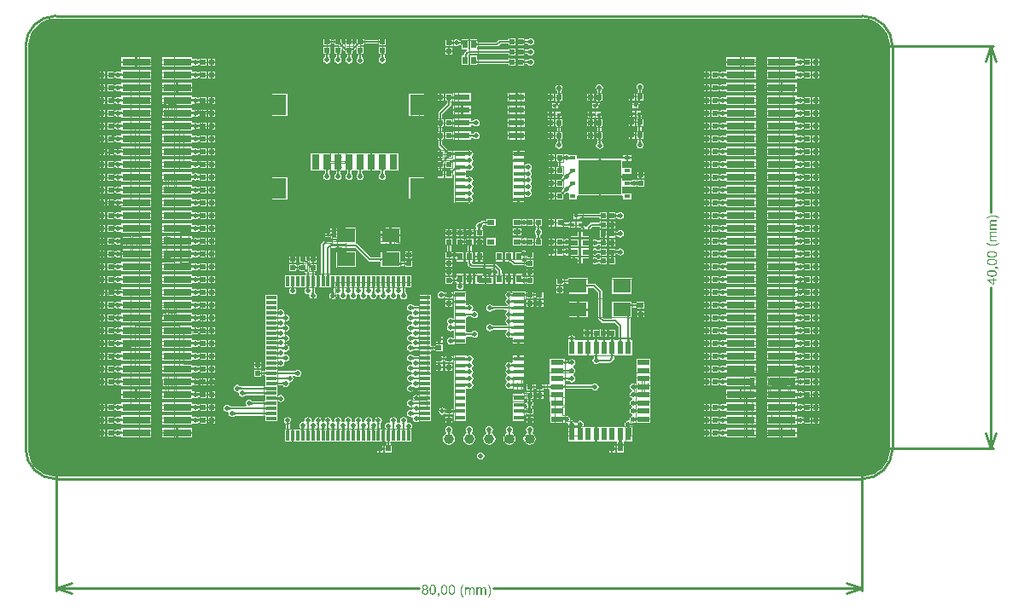
<source format=gbl>
G04*
G04 #@! TF.GenerationSoftware,Altium Limited,Altium Designer,20.0.13 (296)*
G04*
G04 Layer_Physical_Order=6*
G04 Layer_Color=16711680*
%FSLAX25Y25*%
%MOIN*%
G70*
G01*
G75*
%ADD10C,0.00394*%
%ADD11C,0.00787*%
%ADD14C,0.01575*%
%ADD15C,0.00197*%
%ADD16C,0.01000*%
%ADD17C,0.00079*%
%ADD18C,0.00394*%
%ADD19R,0.03150X0.01968*%
%ADD25R,0.01850X0.02047*%
%ADD31R,0.02047X0.01850*%
%ADD38R,0.01575X0.01575*%
%ADD39R,0.01575X0.01575*%
%ADD40R,0.01968X0.03150*%
%ADD65C,0.02953*%
%ADD69C,0.19685*%
%ADD70C,0.01968*%
%ADD71R,0.03937X0.01772*%
%ADD72R,0.01968X0.05118*%
%ADD73R,0.05118X0.01968*%
%ADD74R,0.03937X0.01181*%
%ADD75R,0.01181X0.03937*%
%ADD76C,0.03937*%
%ADD77R,0.06102X0.02362*%
%ADD78R,0.10984X0.02913*%
%ADD79R,0.02756X0.01968*%
%ADD80R,0.16535X0.13386*%
%ADD81R,0.02362X0.01575*%
%ADD82R,0.01968X0.02362*%
%ADD83R,0.03150X0.05906*%
%ADD84R,0.05709X0.07874*%
%ADD85R,0.07087X0.05512*%
G36*
X366199Y91320D02*
X366249D01*
X366312Y91317D01*
X366385Y91310D01*
X366472Y91300D01*
X366565Y91290D01*
X366665Y91273D01*
X366772Y91257D01*
X366885Y91233D01*
X367001Y91207D01*
X367125Y91177D01*
X367248Y91140D01*
X367371Y91097D01*
X367494Y91050D01*
X367497D01*
X367501Y91047D01*
X367511Y91044D01*
X367524Y91037D01*
X367557Y91023D01*
X367604Y91000D01*
X367661Y90974D01*
X367727Y90944D01*
X367804Y90907D01*
X367884Y90867D01*
X367974Y90820D01*
X368064Y90770D01*
X368160Y90714D01*
X368257Y90657D01*
X368357Y90594D01*
X368457Y90531D01*
X368553Y90461D01*
X368646Y90391D01*
Y90055D01*
X368643Y90058D01*
X368633Y90065D01*
X368613Y90074D01*
X368590Y90088D01*
X368560Y90104D01*
X368523Y90128D01*
X368480Y90151D01*
X368430Y90178D01*
X368377Y90204D01*
X368317Y90238D01*
X368253Y90268D01*
X368183Y90301D01*
X368107Y90338D01*
X368030Y90374D01*
X367947Y90411D01*
X367861Y90447D01*
X367771Y90484D01*
X367677Y90517D01*
X367481Y90591D01*
X367271Y90657D01*
X367055Y90714D01*
X366828Y90764D01*
X366715Y90787D01*
X366598Y90804D01*
X366482Y90817D01*
X366365Y90827D01*
X366245Y90834D01*
X366129Y90837D01*
X366122D01*
X366106D01*
X366079D01*
X366046D01*
X365999Y90834D01*
X365949Y90830D01*
X365889Y90827D01*
X365823Y90824D01*
X365753Y90817D01*
X365676Y90810D01*
X365596Y90800D01*
X365510Y90790D01*
X365333Y90760D01*
X365153Y90724D01*
X365150D01*
X365137Y90720D01*
X365113Y90714D01*
X365087Y90707D01*
X365050Y90697D01*
X365010Y90687D01*
X364963Y90674D01*
X364910Y90661D01*
X364857Y90641D01*
X364797Y90624D01*
X364667Y90581D01*
X364534Y90531D01*
X364397Y90474D01*
X364394D01*
X364387Y90471D01*
X364371Y90464D01*
X364351Y90454D01*
X364327Y90441D01*
X364294Y90424D01*
X364257Y90404D01*
X364211Y90384D01*
X364161Y90358D01*
X364104Y90328D01*
X364038Y90291D01*
X363968Y90254D01*
X363888Y90211D01*
X363805Y90164D01*
X363711Y90111D01*
X363611Y90055D01*
Y90391D01*
X363615D01*
X363618Y90398D01*
X363628Y90404D01*
X363641Y90414D01*
X363658Y90424D01*
X363678Y90437D01*
X363725Y90471D01*
X363785Y90514D01*
X363855Y90561D01*
X363934Y90611D01*
X364024Y90667D01*
X364121Y90724D01*
X364224Y90787D01*
X364334Y90847D01*
X364447Y90907D01*
X364564Y90964D01*
X364687Y91020D01*
X364810Y91074D01*
X364933Y91120D01*
X364940Y91123D01*
X364960Y91130D01*
X364990Y91140D01*
X365033Y91153D01*
X365083Y91167D01*
X365146Y91183D01*
X365216Y91203D01*
X365296Y91223D01*
X365383Y91240D01*
X365476Y91260D01*
X365573Y91277D01*
X365679Y91293D01*
X365786Y91303D01*
X365899Y91313D01*
X366012Y91320D01*
X366129Y91323D01*
X366132D01*
X366136D01*
X366145D01*
X366159D01*
X366179D01*
X366199Y91320D01*
D02*
G37*
G36*
X367517Y88916D02*
X365766D01*
X365763D01*
X365753D01*
X365739D01*
X365719D01*
X365696D01*
X365669Y88912D01*
X365609Y88909D01*
X365543Y88906D01*
X365476Y88896D01*
X365413Y88886D01*
X365383Y88876D01*
X365360Y88869D01*
X365353Y88866D01*
X365340Y88859D01*
X365316Y88849D01*
X365286Y88832D01*
X365253Y88809D01*
X365220Y88779D01*
X365187Y88746D01*
X365157Y88702D01*
X365153Y88696D01*
X365143Y88683D01*
X365133Y88656D01*
X365117Y88623D01*
X365103Y88579D01*
X365093Y88533D01*
X365083Y88479D01*
X365080Y88420D01*
Y88393D01*
X365083Y88370D01*
X365087Y88346D01*
X365090Y88316D01*
X365097Y88283D01*
X365103Y88250D01*
X365126Y88173D01*
X365143Y88133D01*
X365163Y88090D01*
X365187Y88050D01*
X365210Y88010D01*
X365243Y87970D01*
X365276Y87933D01*
X365280Y87930D01*
X365286Y87927D01*
X365296Y87917D01*
X365313Y87903D01*
X365336Y87890D01*
X365360Y87873D01*
X365393Y87853D01*
X365430Y87837D01*
X365470Y87820D01*
X365516Y87800D01*
X365566Y87783D01*
X365623Y87770D01*
X365686Y87757D01*
X365753Y87750D01*
X365826Y87744D01*
X365902Y87740D01*
X367517D01*
Y87267D01*
X365709D01*
X365706D01*
X365696D01*
X365679D01*
X365659Y87264D01*
X365633D01*
X365603Y87261D01*
X365533Y87254D01*
X365456Y87237D01*
X365380Y87217D01*
X365306Y87191D01*
X365270Y87171D01*
X365240Y87151D01*
X365236D01*
X365233Y87144D01*
X365213Y87127D01*
X365190Y87101D01*
X365160Y87061D01*
X365130Y87011D01*
X365103Y86944D01*
X365093Y86908D01*
X365087Y86868D01*
X365083Y86821D01*
X365080Y86774D01*
Y86741D01*
X365083Y86725D01*
X365087Y86701D01*
X365093Y86655D01*
X365107Y86598D01*
X365123Y86535D01*
X365150Y86468D01*
X365187Y86405D01*
Y86401D01*
X365190Y86398D01*
X365207Y86378D01*
X365230Y86348D01*
X365263Y86312D01*
X365306Y86272D01*
X365360Y86232D01*
X365423Y86195D01*
X365493Y86162D01*
X365496D01*
X365503Y86158D01*
X365513Y86155D01*
X365529Y86152D01*
X365553Y86145D01*
X365576Y86138D01*
X365606Y86132D01*
X365643Y86125D01*
X365679Y86118D01*
X365723Y86112D01*
X365773Y86105D01*
X365826Y86098D01*
X365879Y86095D01*
X365942Y86092D01*
X366006Y86089D01*
X366076D01*
X367517D01*
Y85616D01*
X364734D01*
Y86039D01*
X365123D01*
X365117Y86045D01*
X365107Y86052D01*
X365093Y86062D01*
X365053Y86092D01*
X365007Y86132D01*
X364957Y86182D01*
X364900Y86238D01*
X364847Y86308D01*
X364797Y86385D01*
Y86388D01*
X364790Y86395D01*
X364784Y86408D01*
X364777Y86425D01*
X364767Y86445D01*
X364757Y86468D01*
X364747Y86498D01*
X364734Y86528D01*
X364710Y86601D01*
X364690Y86685D01*
X364677Y86781D01*
X364670Y86881D01*
Y86911D01*
X364674Y86931D01*
Y86958D01*
X364677Y86991D01*
X364680Y87024D01*
X364687Y87061D01*
X364700Y87141D01*
X364724Y87224D01*
X364757Y87311D01*
X364800Y87387D01*
Y87391D01*
X364807Y87397D01*
X364813Y87407D01*
X364824Y87420D01*
X364854Y87454D01*
X364893Y87497D01*
X364943Y87540D01*
X365007Y87587D01*
X365080Y87630D01*
X365160Y87667D01*
X365153Y87670D01*
X365140Y87683D01*
X365113Y87700D01*
X365083Y87727D01*
X365047Y87760D01*
X365003Y87800D01*
X364960Y87847D01*
X364913Y87897D01*
X364870Y87957D01*
X364824Y88023D01*
X364784Y88093D01*
X364747Y88170D01*
X364717Y88250D01*
X364690Y88336D01*
X364677Y88429D01*
X364670Y88526D01*
Y88566D01*
X364674Y88596D01*
X364677Y88629D01*
X364684Y88669D01*
X364690Y88713D01*
X364700Y88762D01*
X364710Y88812D01*
X364727Y88866D01*
X364744Y88919D01*
X364767Y88972D01*
X364793Y89022D01*
X364824Y89075D01*
X364860Y89122D01*
X364900Y89165D01*
X364903Y89169D01*
X364910Y89175D01*
X364923Y89185D01*
X364943Y89202D01*
X364967Y89219D01*
X364997Y89235D01*
X365033Y89255D01*
X365073Y89279D01*
X365123Y89299D01*
X365173Y89319D01*
X365233Y89335D01*
X365296Y89355D01*
X365366Y89368D01*
X365440Y89378D01*
X365523Y89385D01*
X365609Y89389D01*
X367517D01*
Y88916D01*
D02*
G37*
G36*
Y84447D02*
X365766D01*
X365763D01*
X365753D01*
X365739D01*
X365719D01*
X365696D01*
X365669Y84443D01*
X365609Y84440D01*
X365543Y84437D01*
X365476Y84427D01*
X365413Y84417D01*
X365383Y84407D01*
X365360Y84400D01*
X365353Y84397D01*
X365340Y84390D01*
X365316Y84380D01*
X365286Y84364D01*
X365253Y84340D01*
X365220Y84310D01*
X365187Y84277D01*
X365157Y84234D01*
X365153Y84227D01*
X365143Y84214D01*
X365133Y84187D01*
X365117Y84154D01*
X365103Y84110D01*
X365093Y84064D01*
X365083Y84010D01*
X365080Y83951D01*
Y83924D01*
X365083Y83901D01*
X365087Y83877D01*
X365090Y83847D01*
X365097Y83814D01*
X365103Y83781D01*
X365126Y83704D01*
X365143Y83664D01*
X365163Y83621D01*
X365187Y83581D01*
X365210Y83541D01*
X365243Y83501D01*
X365276Y83464D01*
X365280Y83461D01*
X365286Y83458D01*
X365296Y83448D01*
X365313Y83434D01*
X365336Y83421D01*
X365360Y83404D01*
X365393Y83385D01*
X365430Y83368D01*
X365470Y83351D01*
X365516Y83331D01*
X365566Y83315D01*
X365623Y83301D01*
X365686Y83288D01*
X365753Y83281D01*
X365826Y83275D01*
X365902Y83271D01*
X367517D01*
Y82798D01*
X365709D01*
X365706D01*
X365696D01*
X365679D01*
X365659Y82795D01*
X365633D01*
X365603Y82792D01*
X365533Y82785D01*
X365456Y82768D01*
X365380Y82749D01*
X365306Y82722D01*
X365270Y82702D01*
X365240Y82682D01*
X365236D01*
X365233Y82675D01*
X365213Y82659D01*
X365190Y82632D01*
X365160Y82592D01*
X365130Y82542D01*
X365103Y82475D01*
X365093Y82439D01*
X365087Y82399D01*
X365083Y82352D01*
X365080Y82306D01*
Y82272D01*
X365083Y82256D01*
X365087Y82232D01*
X365093Y82186D01*
X365107Y82129D01*
X365123Y82066D01*
X365150Y81999D01*
X365187Y81936D01*
Y81933D01*
X365190Y81929D01*
X365207Y81909D01*
X365230Y81879D01*
X365263Y81843D01*
X365306Y81803D01*
X365360Y81763D01*
X365423Y81726D01*
X365493Y81693D01*
X365496D01*
X365503Y81690D01*
X365513Y81686D01*
X365529Y81683D01*
X365553Y81676D01*
X365576Y81670D01*
X365606Y81663D01*
X365643Y81656D01*
X365679Y81650D01*
X365723Y81643D01*
X365773Y81636D01*
X365826Y81630D01*
X365879Y81626D01*
X365942Y81623D01*
X366006Y81620D01*
X366076D01*
X367517D01*
Y81147D01*
X364734D01*
Y81570D01*
X365123D01*
X365117Y81576D01*
X365107Y81583D01*
X365093Y81593D01*
X365053Y81623D01*
X365007Y81663D01*
X364957Y81713D01*
X364900Y81769D01*
X364847Y81839D01*
X364797Y81916D01*
Y81919D01*
X364790Y81926D01*
X364784Y81939D01*
X364777Y81956D01*
X364767Y81976D01*
X364757Y81999D01*
X364747Y82029D01*
X364734Y82059D01*
X364710Y82132D01*
X364690Y82216D01*
X364677Y82312D01*
X364670Y82412D01*
Y82442D01*
X364674Y82462D01*
Y82489D01*
X364677Y82522D01*
X364680Y82555D01*
X364687Y82592D01*
X364700Y82672D01*
X364724Y82755D01*
X364757Y82842D01*
X364800Y82918D01*
Y82922D01*
X364807Y82928D01*
X364813Y82938D01*
X364824Y82952D01*
X364854Y82985D01*
X364893Y83028D01*
X364943Y83072D01*
X365007Y83118D01*
X365080Y83161D01*
X365160Y83198D01*
X365153Y83201D01*
X365140Y83215D01*
X365113Y83231D01*
X365083Y83258D01*
X365047Y83291D01*
X365003Y83331D01*
X364960Y83378D01*
X364913Y83428D01*
X364870Y83488D01*
X364824Y83554D01*
X364784Y83624D01*
X364747Y83701D01*
X364717Y83781D01*
X364690Y83867D01*
X364677Y83961D01*
X364670Y84057D01*
Y84097D01*
X364674Y84127D01*
X364677Y84160D01*
X364684Y84200D01*
X364690Y84244D01*
X364700Y84294D01*
X364710Y84343D01*
X364727Y84397D01*
X364744Y84450D01*
X364767Y84503D01*
X364793Y84553D01*
X364824Y84607D01*
X364860Y84653D01*
X364900Y84697D01*
X364903Y84700D01*
X364910Y84706D01*
X364923Y84716D01*
X364943Y84733D01*
X364967Y84750D01*
X364997Y84766D01*
X365033Y84786D01*
X365073Y84810D01*
X365123Y84830D01*
X365173Y84850D01*
X365233Y84866D01*
X365296Y84886D01*
X365366Y84900D01*
X365440Y84910D01*
X365523Y84916D01*
X365609Y84920D01*
X367517D01*
Y84447D01*
D02*
G37*
G36*
X368646Y80268D02*
X368640Y80264D01*
X368623Y80251D01*
X368596Y80231D01*
X368560Y80201D01*
X368513Y80168D01*
X368457Y80128D01*
X368390Y80085D01*
X368317Y80038D01*
X368237Y79988D01*
X368147Y79935D01*
X368054Y79878D01*
X367954Y79821D01*
X367844Y79765D01*
X367734Y79712D01*
X367614Y79658D01*
X367494Y79605D01*
X367491D01*
X367488Y79602D01*
X367477Y79598D01*
X367464Y79595D01*
X367448Y79588D01*
X367428Y79582D01*
X367381Y79562D01*
X367321Y79542D01*
X367248Y79518D01*
X367168Y79495D01*
X367075Y79472D01*
X366978Y79445D01*
X366872Y79422D01*
X366758Y79399D01*
X366638Y79378D01*
X366518Y79362D01*
X366389Y79348D01*
X366262Y79339D01*
X366129Y79335D01*
X366125D01*
X366122D01*
X366112D01*
X366102D01*
X366066D01*
X366022Y79339D01*
X365966Y79342D01*
X365899Y79345D01*
X365826Y79352D01*
X365746Y79362D01*
X365656Y79372D01*
X365563Y79385D01*
X365463Y79402D01*
X365360Y79418D01*
X365256Y79442D01*
X365146Y79468D01*
X365040Y79498D01*
X364933Y79535D01*
X364930D01*
X364927Y79538D01*
X364917Y79542D01*
X364903Y79545D01*
X364887Y79552D01*
X364867Y79562D01*
X364820Y79578D01*
X364760Y79605D01*
X364690Y79635D01*
X364607Y79672D01*
X364521Y79715D01*
X364424Y79765D01*
X364321Y79818D01*
X364211Y79878D01*
X364098Y79945D01*
X363978Y80014D01*
X363858Y80094D01*
X363735Y80178D01*
X363611Y80268D01*
Y80604D01*
X363618Y80601D01*
X363635Y80591D01*
X363665Y80574D01*
X363701Y80554D01*
X363745Y80527D01*
X363798Y80497D01*
X363855Y80464D01*
X363914Y80431D01*
X364041Y80361D01*
X364171Y80291D01*
X364231Y80261D01*
X364291Y80231D01*
X364344Y80204D01*
X364391Y80184D01*
X364394Y80181D01*
X364407Y80178D01*
X364427Y80168D01*
X364454Y80158D01*
X364487Y80144D01*
X364527Y80128D01*
X364570Y80111D01*
X364620Y80094D01*
X364677Y80075D01*
X364734Y80051D01*
X364797Y80031D01*
X364863Y80011D01*
X365000Y79968D01*
X365146Y79931D01*
X365153D01*
X365170Y79928D01*
X365196Y79921D01*
X365230Y79915D01*
X365276Y79905D01*
X365326Y79898D01*
X365386Y79888D01*
X365453Y79878D01*
X365526Y79865D01*
X365603Y79855D01*
X365683Y79848D01*
X365766Y79838D01*
X365946Y79825D01*
X366129Y79821D01*
X366132D01*
X366142D01*
X366162D01*
X366185D01*
X366215Y79825D01*
X366252Y79828D01*
X366295D01*
X366345Y79835D01*
X366399Y79838D01*
X366459Y79845D01*
X366525Y79855D01*
X366595Y79861D01*
X366668Y79875D01*
X366748Y79888D01*
X366831Y79901D01*
X366918Y79918D01*
X367008Y79938D01*
X367101Y79961D01*
X367298Y80011D01*
X367508Y80075D01*
X367614Y80111D01*
X367724Y80151D01*
X367834Y80194D01*
X367947Y80241D01*
X368064Y80291D01*
X368177Y80344D01*
X368293Y80404D01*
X368410Y80467D01*
X368530Y80534D01*
X368646Y80604D01*
Y80268D01*
D02*
G37*
G36*
X365739Y77257D02*
X365796D01*
X365862Y77254D01*
X365936Y77251D01*
X366016Y77244D01*
X366102Y77237D01*
X366189Y77227D01*
X366372Y77201D01*
X366462Y77187D01*
X366552Y77167D01*
X366638Y77144D01*
X366718Y77121D01*
X366722D01*
X366735Y77114D01*
X366758Y77107D01*
X366785Y77094D01*
X366822Y77081D01*
X366862Y77061D01*
X366905Y77041D01*
X366951Y77017D01*
X367055Y76958D01*
X367161Y76888D01*
X367264Y76801D01*
X367314Y76754D01*
X367358Y76705D01*
X367361Y76701D01*
X367368Y76691D01*
X367378Y76678D01*
X367391Y76655D01*
X367411Y76628D01*
X367428Y76595D01*
X367448Y76558D01*
X367467Y76515D01*
X367491Y76465D01*
X367511Y76415D01*
X367528Y76355D01*
X367544Y76295D01*
X367561Y76228D01*
X367571Y76158D01*
X367577Y76085D01*
X367581Y76009D01*
Y75985D01*
X367577Y75955D01*
X367574Y75915D01*
X367567Y75869D01*
X367561Y75815D01*
X367547Y75756D01*
X367531Y75692D01*
X367511Y75622D01*
X367484Y75552D01*
X367454Y75479D01*
X367414Y75406D01*
X367371Y75333D01*
X367318Y75266D01*
X367258Y75199D01*
X367188Y75136D01*
X367181Y75133D01*
X367164Y75119D01*
X367134Y75103D01*
X367095Y75076D01*
X367041Y75050D01*
X366978Y75016D01*
X366901Y74983D01*
X366811Y74946D01*
X366708Y74910D01*
X366595Y74876D01*
X366465Y74843D01*
X366325Y74816D01*
X366249Y74803D01*
X366172Y74793D01*
X366089Y74783D01*
X366002Y74773D01*
X365912Y74766D01*
X365823Y74760D01*
X365726Y74756D01*
X365626D01*
X365623D01*
X365619D01*
X365609D01*
X365596D01*
X365559D01*
X365513Y74760D01*
X365456D01*
X365390Y74763D01*
X365316Y74770D01*
X365233Y74773D01*
X365150Y74783D01*
X365060Y74790D01*
X364877Y74816D01*
X364787Y74833D01*
X364697Y74850D01*
X364610Y74873D01*
X364530Y74896D01*
X364527Y74900D01*
X364510Y74903D01*
X364491Y74910D01*
X364460Y74923D01*
X364427Y74936D01*
X364387Y74956D01*
X364344Y74976D01*
X364294Y75000D01*
X364191Y75059D01*
X364084Y75129D01*
X363981Y75216D01*
X363934Y75263D01*
X363891Y75313D01*
X363888Y75316D01*
X363881Y75326D01*
X363871Y75343D01*
X363855Y75362D01*
X363838Y75389D01*
X363818Y75423D01*
X363798Y75459D01*
X363778Y75502D01*
X363758Y75552D01*
X363735Y75606D01*
X363718Y75662D01*
X363701Y75722D01*
X363685Y75789D01*
X363675Y75859D01*
X363668Y75932D01*
X363665Y76009D01*
Y76038D01*
X363668Y76062D01*
Y76089D01*
X363671Y76118D01*
X363675Y76152D01*
X363681Y76192D01*
X363695Y76275D01*
X363718Y76365D01*
X363748Y76458D01*
X363791Y76548D01*
Y76551D01*
X363798Y76558D01*
X363805Y76571D01*
X363814Y76588D01*
X363828Y76608D01*
X363841Y76631D01*
X363881Y76684D01*
X363934Y76748D01*
X363994Y76811D01*
X364068Y76874D01*
X364151Y76934D01*
X364154Y76938D01*
X364161Y76941D01*
X364174Y76948D01*
X364191Y76961D01*
X364214Y76971D01*
X364241Y76988D01*
X364274Y77004D01*
X364311Y77021D01*
X364347Y77041D01*
X364391Y77061D01*
X364441Y77081D01*
X364491Y77101D01*
X364600Y77137D01*
X364720Y77174D01*
X364724D01*
X364737Y77177D01*
X364754Y77181D01*
X364780Y77187D01*
X364817Y77194D01*
X364857Y77201D01*
X364903Y77211D01*
X364960Y77217D01*
X365020Y77224D01*
X365090Y77234D01*
X365163Y77241D01*
X365243Y77247D01*
X365330Y77254D01*
X365423Y77257D01*
X365523Y77261D01*
X365626D01*
X365629D01*
X365633D01*
X365643D01*
X365656D01*
X365693D01*
X365739Y77257D01*
D02*
G37*
G36*
Y74274D02*
X365796D01*
X365862Y74270D01*
X365936Y74267D01*
X366016Y74260D01*
X366102Y74254D01*
X366189Y74244D01*
X366372Y74217D01*
X366462Y74204D01*
X366552Y74184D01*
X366638Y74160D01*
X366718Y74137D01*
X366722D01*
X366735Y74130D01*
X366758Y74124D01*
X366785Y74111D01*
X366822Y74097D01*
X366862Y74077D01*
X366905Y74057D01*
X366951Y74034D01*
X367055Y73974D01*
X367161Y73904D01*
X367264Y73817D01*
X367314Y73771D01*
X367358Y73721D01*
X367361Y73717D01*
X367368Y73707D01*
X367378Y73694D01*
X367391Y73671D01*
X367411Y73644D01*
X367428Y73611D01*
X367448Y73574D01*
X367467Y73531D01*
X367491Y73481D01*
X367511Y73431D01*
X367528Y73371D01*
X367544Y73311D01*
X367561Y73245D01*
X367571Y73175D01*
X367577Y73102D01*
X367581Y73025D01*
Y73002D01*
X367577Y72972D01*
X367574Y72932D01*
X367567Y72885D01*
X367561Y72832D01*
X367547Y72772D01*
X367531Y72708D01*
X367511Y72639D01*
X367484Y72569D01*
X367454Y72495D01*
X367414Y72422D01*
X367371Y72349D01*
X367318Y72282D01*
X367258Y72216D01*
X367188Y72152D01*
X367181Y72149D01*
X367164Y72136D01*
X367134Y72119D01*
X367095Y72092D01*
X367041Y72066D01*
X366978Y72032D01*
X366901Y71999D01*
X366811Y71963D01*
X366708Y71926D01*
X366595Y71893D01*
X366465Y71859D01*
X366325Y71833D01*
X366249Y71819D01*
X366172Y71809D01*
X366089Y71799D01*
X366002Y71789D01*
X365912Y71783D01*
X365823Y71776D01*
X365726Y71773D01*
X365626D01*
X365623D01*
X365619D01*
X365609D01*
X365596D01*
X365559D01*
X365513Y71776D01*
X365456D01*
X365390Y71779D01*
X365316Y71786D01*
X365233Y71789D01*
X365150Y71799D01*
X365060Y71806D01*
X364877Y71833D01*
X364787Y71849D01*
X364697Y71866D01*
X364610Y71889D01*
X364530Y71913D01*
X364527Y71916D01*
X364510Y71919D01*
X364491Y71926D01*
X364460Y71939D01*
X364427Y71953D01*
X364387Y71973D01*
X364344Y71993D01*
X364294Y72016D01*
X364191Y72076D01*
X364084Y72146D01*
X363981Y72232D01*
X363934Y72279D01*
X363891Y72329D01*
X363888Y72332D01*
X363881Y72342D01*
X363871Y72359D01*
X363855Y72379D01*
X363838Y72405D01*
X363818Y72439D01*
X363798Y72475D01*
X363778Y72519D01*
X363758Y72569D01*
X363735Y72622D01*
X363718Y72679D01*
X363701Y72738D01*
X363685Y72805D01*
X363675Y72875D01*
X363668Y72948D01*
X363665Y73025D01*
Y73055D01*
X363668Y73078D01*
Y73105D01*
X363671Y73135D01*
X363675Y73168D01*
X363681Y73208D01*
X363695Y73291D01*
X363718Y73381D01*
X363748Y73474D01*
X363791Y73564D01*
Y73568D01*
X363798Y73574D01*
X363805Y73588D01*
X363814Y73604D01*
X363828Y73624D01*
X363841Y73648D01*
X363881Y73701D01*
X363934Y73764D01*
X363994Y73827D01*
X364068Y73891D01*
X364151Y73951D01*
X364154Y73954D01*
X364161Y73957D01*
X364174Y73964D01*
X364191Y73977D01*
X364214Y73987D01*
X364241Y74004D01*
X364274Y74020D01*
X364311Y74037D01*
X364347Y74057D01*
X364391Y74077D01*
X364441Y74097D01*
X364491Y74117D01*
X364600Y74154D01*
X364720Y74190D01*
X364724D01*
X364737Y74194D01*
X364754Y74197D01*
X364780Y74204D01*
X364817Y74210D01*
X364857Y74217D01*
X364903Y74227D01*
X364960Y74234D01*
X365020Y74240D01*
X365090Y74250D01*
X365163Y74257D01*
X365243Y74264D01*
X365330Y74270D01*
X365423Y74274D01*
X365523Y74277D01*
X365626D01*
X365629D01*
X365633D01*
X365643D01*
X365656D01*
X365693D01*
X365739Y74274D01*
D02*
G37*
G36*
X367591Y71067D02*
X367621Y71064D01*
X367687Y71057D01*
X367764Y71043D01*
X367841Y71027D01*
X367920Y71000D01*
X367994Y70964D01*
X367997D01*
X368000Y70960D01*
X368010Y70954D01*
X368024Y70944D01*
X368057Y70920D01*
X368097Y70884D01*
X368144Y70837D01*
X368190Y70780D01*
X368237Y70714D01*
X368277Y70634D01*
X368074Y70504D01*
Y70507D01*
X368070Y70511D01*
X368060Y70527D01*
X368047Y70554D01*
X368024Y70587D01*
X367997Y70621D01*
X367964Y70657D01*
X367924Y70691D01*
X367881Y70720D01*
X367874Y70724D01*
X367857Y70731D01*
X367827Y70744D01*
X367787Y70757D01*
X367737Y70771D01*
X367674Y70784D01*
X367601Y70794D01*
X367517Y70800D01*
Y70534D01*
X366981D01*
Y71070D01*
X367517D01*
X367521D01*
X367531D01*
X367544D01*
X367567D01*
X367591Y71067D01*
D02*
G37*
G36*
X365739Y69798D02*
X365796D01*
X365862Y69795D01*
X365936Y69791D01*
X366016Y69785D01*
X366102Y69778D01*
X366189Y69768D01*
X366372Y69741D01*
X366462Y69728D01*
X366552Y69708D01*
X366638Y69685D01*
X366718Y69662D01*
X366722D01*
X366735Y69655D01*
X366758Y69648D01*
X366785Y69635D01*
X366822Y69622D01*
X366862Y69602D01*
X366905Y69582D01*
X366951Y69558D01*
X367055Y69498D01*
X367161Y69428D01*
X367264Y69342D01*
X367314Y69295D01*
X367358Y69245D01*
X367361Y69242D01*
X367368Y69232D01*
X367378Y69219D01*
X367391Y69195D01*
X367411Y69169D01*
X367428Y69135D01*
X367448Y69099D01*
X367467Y69055D01*
X367491Y69006D01*
X367511Y68956D01*
X367528Y68896D01*
X367544Y68836D01*
X367561Y68769D01*
X367571Y68699D01*
X367577Y68626D01*
X367581Y68549D01*
Y68526D01*
X367577Y68496D01*
X367574Y68456D01*
X367567Y68410D01*
X367561Y68356D01*
X367547Y68296D01*
X367531Y68233D01*
X367511Y68163D01*
X367484Y68093D01*
X367454Y68020D01*
X367414Y67947D01*
X367371Y67873D01*
X367318Y67807D01*
X367258Y67740D01*
X367188Y67677D01*
X367181Y67674D01*
X367164Y67660D01*
X367134Y67644D01*
X367095Y67617D01*
X367041Y67590D01*
X366978Y67557D01*
X366901Y67524D01*
X366811Y67487D01*
X366708Y67450D01*
X366595Y67417D01*
X366465Y67384D01*
X366325Y67357D01*
X366249Y67344D01*
X366172Y67334D01*
X366089Y67324D01*
X366002Y67314D01*
X365912Y67307D01*
X365823Y67301D01*
X365726Y67297D01*
X365626D01*
X365623D01*
X365619D01*
X365609D01*
X365596D01*
X365559D01*
X365513Y67301D01*
X365456D01*
X365390Y67304D01*
X365316Y67311D01*
X365233Y67314D01*
X365150Y67324D01*
X365060Y67331D01*
X364877Y67357D01*
X364787Y67374D01*
X364697Y67391D01*
X364610Y67414D01*
X364530Y67437D01*
X364527Y67440D01*
X364510Y67444D01*
X364491Y67450D01*
X364460Y67464D01*
X364427Y67477D01*
X364387Y67497D01*
X364344Y67517D01*
X364294Y67540D01*
X364191Y67600D01*
X364084Y67670D01*
X363981Y67757D01*
X363934Y67803D01*
X363891Y67853D01*
X363888Y67857D01*
X363881Y67867D01*
X363871Y67883D01*
X363855Y67903D01*
X363838Y67930D01*
X363818Y67963D01*
X363798Y68000D01*
X363778Y68043D01*
X363758Y68093D01*
X363735Y68146D01*
X363718Y68203D01*
X363701Y68263D01*
X363685Y68330D01*
X363675Y68400D01*
X363668Y68473D01*
X363665Y68549D01*
Y68579D01*
X363668Y68603D01*
Y68629D01*
X363671Y68659D01*
X363675Y68692D01*
X363681Y68733D01*
X363695Y68816D01*
X363718Y68906D01*
X363748Y68999D01*
X363791Y69089D01*
Y69092D01*
X363798Y69099D01*
X363805Y69112D01*
X363814Y69129D01*
X363828Y69149D01*
X363841Y69172D01*
X363881Y69225D01*
X363934Y69289D01*
X363994Y69352D01*
X364068Y69415D01*
X364151Y69475D01*
X364154Y69478D01*
X364161Y69482D01*
X364174Y69488D01*
X364191Y69502D01*
X364214Y69512D01*
X364241Y69528D01*
X364274Y69545D01*
X364311Y69562D01*
X364347Y69582D01*
X364391Y69602D01*
X364441Y69622D01*
X364491Y69642D01*
X364600Y69678D01*
X364720Y69715D01*
X364724D01*
X364737Y69718D01*
X364754Y69722D01*
X364780Y69728D01*
X364817Y69735D01*
X364857Y69741D01*
X364903Y69752D01*
X364960Y69758D01*
X365020Y69765D01*
X365090Y69775D01*
X365163Y69781D01*
X365243Y69788D01*
X365330Y69795D01*
X365423Y69798D01*
X365523Y69801D01*
X365626D01*
X365629D01*
X365633D01*
X365643D01*
X365656D01*
X365693D01*
X365739Y69798D01*
D02*
G37*
G36*
X366598Y66295D02*
X367517D01*
Y65822D01*
X366598D01*
Y64157D01*
X366165D01*
X363678Y65909D01*
Y66295D01*
X366165D01*
Y66814D01*
X366598D01*
Y66295D01*
D02*
G37*
G36*
X315669Y168288D02*
X317074Y168103D01*
X318442Y167736D01*
X319751Y167194D01*
X320978Y166486D01*
X322102Y165623D01*
X323104Y164621D01*
X323966Y163497D01*
X324674Y162271D01*
X325217Y160962D01*
X325583Y159593D01*
X325768Y158189D01*
Y157480D01*
Y0D01*
Y-708D01*
X325583Y-2113D01*
X325217Y-3481D01*
X324674Y-4790D01*
X323966Y-6017D01*
X323104Y-7141D01*
X322102Y-8143D01*
X320978Y-9005D01*
X319751Y-9714D01*
X318442Y-10256D01*
X317074Y-10623D01*
X315669Y-10808D01*
X314961D01*
X-0Y-10808D01*
X-709D01*
X-2113Y-10623D01*
X-3482Y-10256D01*
X-4791Y-9714D01*
X-6017Y-9005D01*
X-7141Y-8143D01*
X-8143Y-7141D01*
X-9006Y-6017D01*
X-9714Y-4790D01*
X-10256Y-3481D01*
X-10623Y-2113D01*
X-10808Y-708D01*
Y-0D01*
Y157480D01*
Y158189D01*
X-10623Y159593D01*
X-10256Y160962D01*
X-9714Y162271D01*
X-9006Y163497D01*
X-8143Y164621D01*
X-7141Y165623D01*
X-6017Y166486D01*
X-4791Y167194D01*
X-3482Y167736D01*
X-2113Y168103D01*
X-709Y168288D01*
X0Y168288D01*
X314961D01*
X315669Y168288D01*
D02*
G37*
G36*
X167261Y-54174D02*
X167295Y-54177D01*
X167334Y-54184D01*
X167378Y-54190D01*
X167428Y-54200D01*
X167478Y-54210D01*
X167531Y-54227D01*
X167584Y-54244D01*
X167638Y-54267D01*
X167687Y-54294D01*
X167741Y-54324D01*
X167787Y-54360D01*
X167831Y-54400D01*
X167834Y-54403D01*
X167841Y-54410D01*
X167851Y-54423D01*
X167867Y-54443D01*
X167884Y-54467D01*
X167901Y-54497D01*
X167920Y-54533D01*
X167944Y-54573D01*
X167964Y-54623D01*
X167984Y-54673D01*
X168000Y-54733D01*
X168020Y-54796D01*
X168034Y-54866D01*
X168044Y-54940D01*
X168050Y-55023D01*
X168054Y-55109D01*
Y-57017D01*
X167581D01*
Y-55266D01*
Y-55263D01*
Y-55253D01*
Y-55239D01*
Y-55219D01*
Y-55196D01*
X167578Y-55169D01*
X167574Y-55109D01*
X167571Y-55043D01*
X167561Y-54976D01*
X167551Y-54913D01*
X167541Y-54883D01*
X167534Y-54860D01*
X167531Y-54853D01*
X167524Y-54840D01*
X167514Y-54816D01*
X167498Y-54786D01*
X167474Y-54753D01*
X167444Y-54720D01*
X167411Y-54686D01*
X167368Y-54656D01*
X167361Y-54653D01*
X167348Y-54643D01*
X167321Y-54633D01*
X167288Y-54616D01*
X167245Y-54603D01*
X167198Y-54593D01*
X167145Y-54583D01*
X167085Y-54580D01*
X167058D01*
X167035Y-54583D01*
X167011Y-54587D01*
X166981Y-54590D01*
X166948Y-54597D01*
X166915Y-54603D01*
X166838Y-54627D01*
X166798Y-54643D01*
X166755Y-54663D01*
X166715Y-54686D01*
X166675Y-54710D01*
X166635Y-54743D01*
X166598Y-54776D01*
X166595Y-54780D01*
X166592Y-54786D01*
X166582Y-54796D01*
X166569Y-54813D01*
X166555Y-54836D01*
X166539Y-54860D01*
X166519Y-54893D01*
X166502Y-54930D01*
X166485Y-54970D01*
X166465Y-55016D01*
X166449Y-55066D01*
X166435Y-55123D01*
X166422Y-55186D01*
X166415Y-55253D01*
X166409Y-55326D01*
X166405Y-55402D01*
Y-57017D01*
X165933D01*
Y-55209D01*
Y-55206D01*
Y-55196D01*
Y-55179D01*
X165929Y-55159D01*
Y-55133D01*
X165926Y-55103D01*
X165919Y-55033D01*
X165902Y-54956D01*
X165883Y-54880D01*
X165856Y-54806D01*
X165836Y-54770D01*
X165816Y-54740D01*
Y-54736D01*
X165809Y-54733D01*
X165793Y-54713D01*
X165766Y-54690D01*
X165726Y-54660D01*
X165676Y-54630D01*
X165610Y-54603D01*
X165573Y-54593D01*
X165533Y-54587D01*
X165486Y-54583D01*
X165440Y-54580D01*
X165406D01*
X165390Y-54583D01*
X165366Y-54587D01*
X165320Y-54593D01*
X165263Y-54607D01*
X165200Y-54623D01*
X165133Y-54650D01*
X165070Y-54686D01*
X165067D01*
X165063Y-54690D01*
X165043Y-54707D01*
X165013Y-54730D01*
X164977Y-54763D01*
X164937Y-54806D01*
X164897Y-54860D01*
X164860Y-54923D01*
X164827Y-54993D01*
Y-54996D01*
X164824Y-55003D01*
X164820Y-55013D01*
X164817Y-55029D01*
X164810Y-55053D01*
X164804Y-55076D01*
X164797Y-55106D01*
X164790Y-55143D01*
X164784Y-55179D01*
X164777Y-55223D01*
X164770Y-55273D01*
X164764Y-55326D01*
X164760Y-55379D01*
X164757Y-55442D01*
X164754Y-55506D01*
Y-55576D01*
Y-57017D01*
X164281D01*
Y-54234D01*
X164704D01*
Y-54623D01*
X164710Y-54616D01*
X164717Y-54607D01*
X164727Y-54593D01*
X164757Y-54553D01*
X164797Y-54507D01*
X164847Y-54457D01*
X164903Y-54400D01*
X164973Y-54347D01*
X165050Y-54297D01*
X165053D01*
X165060Y-54290D01*
X165073Y-54284D01*
X165090Y-54277D01*
X165110Y-54267D01*
X165133Y-54257D01*
X165163Y-54247D01*
X165193Y-54234D01*
X165267Y-54210D01*
X165350Y-54190D01*
X165446Y-54177D01*
X165546Y-54170D01*
X165576D01*
X165596Y-54174D01*
X165623D01*
X165656Y-54177D01*
X165689Y-54180D01*
X165726Y-54187D01*
X165806Y-54200D01*
X165889Y-54224D01*
X165976Y-54257D01*
X166052Y-54300D01*
X166056D01*
X166062Y-54307D01*
X166072Y-54313D01*
X166086Y-54324D01*
X166119Y-54353D01*
X166162Y-54393D01*
X166206Y-54443D01*
X166252Y-54507D01*
X166296Y-54580D01*
X166332Y-54660D01*
X166335Y-54653D01*
X166349Y-54640D01*
X166365Y-54613D01*
X166392Y-54583D01*
X166425Y-54547D01*
X166465Y-54503D01*
X166512Y-54460D01*
X166562Y-54413D01*
X166622Y-54370D01*
X166688Y-54324D01*
X166758Y-54284D01*
X166835Y-54247D01*
X166915Y-54217D01*
X167001Y-54190D01*
X167095Y-54177D01*
X167191Y-54170D01*
X167231D01*
X167261Y-54174D01*
D02*
G37*
G36*
X162792D02*
X162826Y-54177D01*
X162866Y-54184D01*
X162909Y-54190D01*
X162959Y-54200D01*
X163009Y-54210D01*
X163062Y-54227D01*
X163115Y-54244D01*
X163169Y-54267D01*
X163219Y-54294D01*
X163272Y-54324D01*
X163319Y-54360D01*
X163362Y-54400D01*
X163365Y-54403D01*
X163372Y-54410D01*
X163382Y-54423D01*
X163398Y-54443D01*
X163415Y-54467D01*
X163432Y-54497D01*
X163452Y-54533D01*
X163475Y-54573D01*
X163495Y-54623D01*
X163515Y-54673D01*
X163532Y-54733D01*
X163552Y-54796D01*
X163565Y-54866D01*
X163575Y-54940D01*
X163582Y-55023D01*
X163585Y-55109D01*
Y-57017D01*
X163112D01*
Y-55266D01*
Y-55263D01*
Y-55253D01*
Y-55239D01*
Y-55219D01*
Y-55196D01*
X163109Y-55169D01*
X163105Y-55109D01*
X163102Y-55043D01*
X163092Y-54976D01*
X163082Y-54913D01*
X163072Y-54883D01*
X163065Y-54860D01*
X163062Y-54853D01*
X163055Y-54840D01*
X163045Y-54816D01*
X163029Y-54786D01*
X163005Y-54753D01*
X162976Y-54720D01*
X162942Y-54686D01*
X162899Y-54656D01*
X162892Y-54653D01*
X162879Y-54643D01*
X162852Y-54633D01*
X162819Y-54616D01*
X162776Y-54603D01*
X162729Y-54593D01*
X162676Y-54583D01*
X162616Y-54580D01*
X162589D01*
X162566Y-54583D01*
X162543Y-54587D01*
X162513Y-54590D01*
X162479Y-54597D01*
X162446Y-54603D01*
X162369Y-54627D01*
X162329Y-54643D01*
X162286Y-54663D01*
X162246Y-54686D01*
X162206Y-54710D01*
X162166Y-54743D01*
X162130Y-54776D01*
X162126Y-54780D01*
X162123Y-54786D01*
X162113Y-54796D01*
X162100Y-54813D01*
X162086Y-54836D01*
X162070Y-54860D01*
X162050Y-54893D01*
X162033Y-54930D01*
X162016Y-54970D01*
X161996Y-55016D01*
X161980Y-55066D01*
X161967Y-55123D01*
X161953Y-55186D01*
X161946Y-55253D01*
X161940Y-55326D01*
X161936Y-55402D01*
Y-57017D01*
X161464D01*
Y-55209D01*
Y-55206D01*
Y-55196D01*
Y-55179D01*
X161460Y-55159D01*
Y-55133D01*
X161457Y-55103D01*
X161450Y-55033D01*
X161434Y-54956D01*
X161414Y-54880D01*
X161387Y-54806D01*
X161367Y-54770D01*
X161347Y-54740D01*
Y-54736D01*
X161340Y-54733D01*
X161324Y-54713D01*
X161297Y-54690D01*
X161257Y-54660D01*
X161207Y-54630D01*
X161141Y-54603D01*
X161104Y-54593D01*
X161064Y-54587D01*
X161017Y-54583D01*
X160971Y-54580D01*
X160938D01*
X160921Y-54583D01*
X160898Y-54587D01*
X160851Y-54593D01*
X160794Y-54607D01*
X160731Y-54623D01*
X160664Y-54650D01*
X160601Y-54686D01*
X160598D01*
X160594Y-54690D01*
X160574Y-54707D01*
X160545Y-54730D01*
X160508Y-54763D01*
X160468Y-54806D01*
X160428Y-54860D01*
X160391Y-54923D01*
X160358Y-54993D01*
Y-54996D01*
X160355Y-55003D01*
X160351Y-55013D01*
X160348Y-55029D01*
X160342Y-55053D01*
X160335Y-55076D01*
X160328Y-55106D01*
X160321Y-55143D01*
X160315Y-55179D01*
X160308Y-55223D01*
X160301Y-55273D01*
X160295Y-55326D01*
X160292Y-55379D01*
X160288Y-55442D01*
X160285Y-55506D01*
Y-55576D01*
Y-57017D01*
X159812D01*
Y-54234D01*
X160235D01*
Y-54623D01*
X160242Y-54616D01*
X160248Y-54607D01*
X160258Y-54593D01*
X160288Y-54553D01*
X160328Y-54507D01*
X160378Y-54457D01*
X160435Y-54400D01*
X160505Y-54347D01*
X160581Y-54297D01*
X160584D01*
X160591Y-54290D01*
X160605Y-54284D01*
X160621Y-54277D01*
X160641Y-54267D01*
X160664Y-54257D01*
X160694Y-54247D01*
X160724Y-54234D01*
X160798Y-54210D01*
X160881Y-54190D01*
X160977Y-54177D01*
X161077Y-54170D01*
X161107D01*
X161127Y-54174D01*
X161154D01*
X161187Y-54177D01*
X161221Y-54180D01*
X161257Y-54187D01*
X161337Y-54200D01*
X161420Y-54224D01*
X161507Y-54257D01*
X161583Y-54300D01*
X161587D01*
X161593Y-54307D01*
X161603Y-54313D01*
X161617Y-54324D01*
X161650Y-54353D01*
X161693Y-54393D01*
X161737Y-54443D01*
X161783Y-54507D01*
X161827Y-54580D01*
X161863Y-54660D01*
X161867Y-54653D01*
X161880Y-54640D01*
X161897Y-54613D01*
X161923Y-54583D01*
X161957Y-54547D01*
X161996Y-54503D01*
X162043Y-54460D01*
X162093Y-54413D01*
X162153Y-54370D01*
X162220Y-54324D01*
X162290Y-54284D01*
X162366Y-54247D01*
X162446Y-54217D01*
X162533Y-54190D01*
X162626Y-54177D01*
X162722Y-54170D01*
X162762D01*
X162792Y-54174D01*
D02*
G37*
G36*
X154727Y-53168D02*
X154754D01*
X154784Y-53171D01*
X154817Y-53175D01*
X154857Y-53181D01*
X154940Y-53195D01*
X155030Y-53218D01*
X155123Y-53248D01*
X155213Y-53291D01*
X155217D01*
X155223Y-53298D01*
X155237Y-53304D01*
X155253Y-53315D01*
X155273Y-53328D01*
X155297Y-53341D01*
X155350Y-53381D01*
X155413Y-53434D01*
X155476Y-53494D01*
X155540Y-53568D01*
X155599Y-53651D01*
X155603Y-53654D01*
X155606Y-53661D01*
X155613Y-53674D01*
X155626Y-53691D01*
X155636Y-53714D01*
X155653Y-53741D01*
X155669Y-53774D01*
X155686Y-53811D01*
X155706Y-53847D01*
X155726Y-53891D01*
X155746Y-53941D01*
X155766Y-53991D01*
X155803Y-54100D01*
X155839Y-54220D01*
Y-54224D01*
X155843Y-54237D01*
X155846Y-54254D01*
X155853Y-54280D01*
X155859Y-54317D01*
X155866Y-54357D01*
X155876Y-54403D01*
X155883Y-54460D01*
X155889Y-54520D01*
X155899Y-54590D01*
X155906Y-54663D01*
X155913Y-54743D01*
X155919Y-54830D01*
X155922Y-54923D01*
X155926Y-55023D01*
Y-55126D01*
Y-55129D01*
Y-55133D01*
Y-55143D01*
Y-55156D01*
Y-55193D01*
X155922Y-55239D01*
Y-55296D01*
X155919Y-55362D01*
X155916Y-55436D01*
X155909Y-55516D01*
X155903Y-55602D01*
X155893Y-55689D01*
X155866Y-55872D01*
X155853Y-55962D01*
X155833Y-56052D01*
X155809Y-56138D01*
X155786Y-56218D01*
Y-56222D01*
X155779Y-56235D01*
X155773Y-56258D01*
X155759Y-56285D01*
X155746Y-56322D01*
X155726Y-56362D01*
X155706Y-56405D01*
X155683Y-56451D01*
X155623Y-56555D01*
X155553Y-56661D01*
X155466Y-56764D01*
X155420Y-56814D01*
X155370Y-56858D01*
X155366Y-56861D01*
X155356Y-56868D01*
X155343Y-56878D01*
X155320Y-56891D01*
X155293Y-56911D01*
X155260Y-56928D01*
X155223Y-56948D01*
X155180Y-56968D01*
X155130Y-56991D01*
X155080Y-57011D01*
X155020Y-57028D01*
X154960Y-57044D01*
X154894Y-57061D01*
X154824Y-57071D01*
X154750Y-57077D01*
X154674Y-57081D01*
X154650D01*
X154621Y-57077D01*
X154580Y-57074D01*
X154534Y-57067D01*
X154481Y-57061D01*
X154421Y-57047D01*
X154357Y-57031D01*
X154288Y-57011D01*
X154218Y-56984D01*
X154144Y-56954D01*
X154071Y-56914D01*
X153998Y-56871D01*
X153931Y-56818D01*
X153865Y-56758D01*
X153801Y-56688D01*
X153798Y-56681D01*
X153785Y-56665D01*
X153768Y-56634D01*
X153741Y-56595D01*
X153715Y-56541D01*
X153681Y-56478D01*
X153648Y-56401D01*
X153612Y-56312D01*
X153575Y-56208D01*
X153542Y-56095D01*
X153508Y-55965D01*
X153482Y-55825D01*
X153468Y-55749D01*
X153458Y-55672D01*
X153448Y-55589D01*
X153438Y-55502D01*
X153432Y-55412D01*
X153425Y-55322D01*
X153422Y-55226D01*
Y-55126D01*
Y-55123D01*
Y-55119D01*
Y-55109D01*
Y-55096D01*
Y-55059D01*
X153425Y-55013D01*
Y-54956D01*
X153428Y-54890D01*
X153435Y-54816D01*
X153438Y-54733D01*
X153448Y-54650D01*
X153455Y-54560D01*
X153482Y-54377D01*
X153498Y-54287D01*
X153515Y-54197D01*
X153538Y-54110D01*
X153562Y-54031D01*
X153565Y-54027D01*
X153568Y-54010D01*
X153575Y-53991D01*
X153588Y-53961D01*
X153602Y-53927D01*
X153621Y-53887D01*
X153641Y-53844D01*
X153665Y-53794D01*
X153725Y-53691D01*
X153795Y-53584D01*
X153881Y-53481D01*
X153928Y-53434D01*
X153978Y-53391D01*
X153981Y-53388D01*
X153991Y-53381D01*
X154008Y-53371D01*
X154028Y-53355D01*
X154054Y-53338D01*
X154088Y-53318D01*
X154124Y-53298D01*
X154168Y-53278D01*
X154218Y-53258D01*
X154271Y-53235D01*
X154327Y-53218D01*
X154387Y-53201D01*
X154454Y-53185D01*
X154524Y-53175D01*
X154597Y-53168D01*
X154674Y-53165D01*
X154704D01*
X154727Y-53168D01*
D02*
G37*
G36*
X151743D02*
X151770D01*
X151800Y-53171D01*
X151833Y-53175D01*
X151873Y-53181D01*
X151956Y-53195D01*
X152046Y-53218D01*
X152140Y-53248D01*
X152230Y-53291D01*
X152233D01*
X152240Y-53298D01*
X152253Y-53304D01*
X152269Y-53315D01*
X152289Y-53328D01*
X152313Y-53341D01*
X152366Y-53381D01*
X152429Y-53434D01*
X152493Y-53494D01*
X152556Y-53568D01*
X152616Y-53651D01*
X152619Y-53654D01*
X152622Y-53661D01*
X152629Y-53674D01*
X152643Y-53691D01*
X152653Y-53714D01*
X152669Y-53741D01*
X152686Y-53774D01*
X152702Y-53811D01*
X152722Y-53847D01*
X152742Y-53891D01*
X152762Y-53941D01*
X152782Y-53991D01*
X152819Y-54100D01*
X152856Y-54220D01*
Y-54224D01*
X152859Y-54237D01*
X152862Y-54254D01*
X152869Y-54280D01*
X152876Y-54317D01*
X152882Y-54357D01*
X152892Y-54403D01*
X152899Y-54460D01*
X152906Y-54520D01*
X152916Y-54590D01*
X152922Y-54663D01*
X152929Y-54743D01*
X152936Y-54830D01*
X152939Y-54923D01*
X152942Y-55023D01*
Y-55126D01*
Y-55129D01*
Y-55133D01*
Y-55143D01*
Y-55156D01*
Y-55193D01*
X152939Y-55239D01*
Y-55296D01*
X152936Y-55362D01*
X152932Y-55436D01*
X152926Y-55516D01*
X152919Y-55602D01*
X152909Y-55689D01*
X152882Y-55872D01*
X152869Y-55962D01*
X152849Y-56052D01*
X152826Y-56138D01*
X152802Y-56218D01*
Y-56222D01*
X152796Y-56235D01*
X152789Y-56258D01*
X152776Y-56285D01*
X152762Y-56322D01*
X152742Y-56362D01*
X152722Y-56405D01*
X152699Y-56451D01*
X152639Y-56555D01*
X152569Y-56661D01*
X152483Y-56764D01*
X152436Y-56814D01*
X152386Y-56858D01*
X152383Y-56861D01*
X152373Y-56868D01*
X152359Y-56878D01*
X152336Y-56891D01*
X152310Y-56911D01*
X152276Y-56928D01*
X152240Y-56948D01*
X152196Y-56968D01*
X152146Y-56991D01*
X152096Y-57011D01*
X152036Y-57028D01*
X151977Y-57044D01*
X151910Y-57061D01*
X151840Y-57071D01*
X151767Y-57077D01*
X151690Y-57081D01*
X151667D01*
X151637Y-57077D01*
X151597Y-57074D01*
X151550Y-57067D01*
X151497Y-57061D01*
X151437Y-57047D01*
X151374Y-57031D01*
X151304Y-57011D01*
X151234Y-56984D01*
X151161Y-56954D01*
X151087Y-56914D01*
X151014Y-56871D01*
X150947Y-56818D01*
X150881Y-56758D01*
X150818Y-56688D01*
X150814Y-56681D01*
X150801Y-56665D01*
X150784Y-56634D01*
X150758Y-56595D01*
X150731Y-56541D01*
X150698Y-56478D01*
X150664Y-56401D01*
X150628Y-56312D01*
X150591Y-56208D01*
X150558Y-56095D01*
X150525Y-55965D01*
X150498Y-55825D01*
X150485Y-55749D01*
X150475Y-55672D01*
X150465Y-55589D01*
X150455Y-55502D01*
X150448Y-55412D01*
X150441Y-55322D01*
X150438Y-55226D01*
Y-55126D01*
Y-55123D01*
Y-55119D01*
Y-55109D01*
Y-55096D01*
Y-55059D01*
X150441Y-55013D01*
Y-54956D01*
X150445Y-54890D01*
X150451Y-54816D01*
X150455Y-54733D01*
X150465Y-54650D01*
X150471Y-54560D01*
X150498Y-54377D01*
X150515Y-54287D01*
X150531Y-54197D01*
X150555Y-54110D01*
X150578Y-54031D01*
X150581Y-54027D01*
X150584Y-54010D01*
X150591Y-53991D01*
X150604Y-53961D01*
X150618Y-53927D01*
X150638Y-53887D01*
X150658Y-53844D01*
X150681Y-53794D01*
X150741Y-53691D01*
X150811Y-53584D01*
X150898Y-53481D01*
X150944Y-53434D01*
X150994Y-53391D01*
X150997Y-53388D01*
X151007Y-53381D01*
X151024Y-53371D01*
X151044Y-53355D01*
X151071Y-53338D01*
X151104Y-53318D01*
X151141Y-53298D01*
X151184Y-53278D01*
X151234Y-53258D01*
X151287Y-53235D01*
X151344Y-53218D01*
X151404Y-53201D01*
X151470Y-53185D01*
X151540Y-53175D01*
X151613Y-53168D01*
X151690Y-53165D01*
X151720D01*
X151743Y-53168D01*
D02*
G37*
G36*
X147268D02*
X147294D01*
X147325Y-53171D01*
X147358Y-53175D01*
X147398Y-53181D01*
X147481Y-53195D01*
X147571Y-53218D01*
X147664Y-53248D01*
X147754Y-53291D01*
X147757D01*
X147764Y-53298D01*
X147777Y-53304D01*
X147794Y-53315D01*
X147814Y-53328D01*
X147837Y-53341D01*
X147891Y-53381D01*
X147954Y-53434D01*
X148017Y-53494D01*
X148080Y-53568D01*
X148140Y-53651D01*
X148144Y-53654D01*
X148147Y-53661D01*
X148154Y-53674D01*
X148167Y-53691D01*
X148177Y-53714D01*
X148194Y-53741D01*
X148210Y-53774D01*
X148227Y-53811D01*
X148247Y-53847D01*
X148267Y-53891D01*
X148287Y-53941D01*
X148307Y-53991D01*
X148344Y-54100D01*
X148380Y-54220D01*
Y-54224D01*
X148383Y-54237D01*
X148387Y-54254D01*
X148393Y-54280D01*
X148400Y-54317D01*
X148407Y-54357D01*
X148417Y-54403D01*
X148423Y-54460D01*
X148430Y-54520D01*
X148440Y-54590D01*
X148447Y-54663D01*
X148453Y-54743D01*
X148460Y-54830D01*
X148463Y-54923D01*
X148467Y-55023D01*
Y-55126D01*
Y-55129D01*
Y-55133D01*
Y-55143D01*
Y-55156D01*
Y-55193D01*
X148463Y-55239D01*
Y-55296D01*
X148460Y-55362D01*
X148457Y-55436D01*
X148450Y-55516D01*
X148443Y-55602D01*
X148433Y-55689D01*
X148407Y-55872D01*
X148393Y-55962D01*
X148373Y-56052D01*
X148350Y-56138D01*
X148327Y-56218D01*
Y-56222D01*
X148320Y-56235D01*
X148313Y-56258D01*
X148300Y-56285D01*
X148287Y-56322D01*
X148267Y-56362D01*
X148247Y-56405D01*
X148224Y-56451D01*
X148164Y-56555D01*
X148094Y-56661D01*
X148007Y-56764D01*
X147960Y-56814D01*
X147911Y-56858D01*
X147907Y-56861D01*
X147897Y-56868D01*
X147884Y-56878D01*
X147861Y-56891D01*
X147834Y-56911D01*
X147801Y-56928D01*
X147764Y-56948D01*
X147721Y-56968D01*
X147671Y-56991D01*
X147621Y-57011D01*
X147561Y-57028D01*
X147501Y-57044D01*
X147434Y-57061D01*
X147364Y-57071D01*
X147291Y-57077D01*
X147215Y-57081D01*
X147191D01*
X147161Y-57077D01*
X147121Y-57074D01*
X147075Y-57067D01*
X147021Y-57061D01*
X146961Y-57047D01*
X146898Y-57031D01*
X146828Y-57011D01*
X146758Y-56984D01*
X146685Y-56954D01*
X146612Y-56914D01*
X146539Y-56871D01*
X146472Y-56818D01*
X146405Y-56758D01*
X146342Y-56688D01*
X146339Y-56681D01*
X146326Y-56665D01*
X146309Y-56634D01*
X146282Y-56595D01*
X146256Y-56541D01*
X146222Y-56478D01*
X146189Y-56401D01*
X146152Y-56312D01*
X146116Y-56208D01*
X146082Y-56095D01*
X146049Y-55965D01*
X146022Y-55825D01*
X146009Y-55749D01*
X145999Y-55672D01*
X145989Y-55589D01*
X145979Y-55502D01*
X145973Y-55412D01*
X145966Y-55322D01*
X145963Y-55226D01*
Y-55126D01*
Y-55123D01*
Y-55119D01*
Y-55109D01*
Y-55096D01*
Y-55059D01*
X145966Y-55013D01*
Y-54956D01*
X145969Y-54890D01*
X145976Y-54816D01*
X145979Y-54733D01*
X145989Y-54650D01*
X145996Y-54560D01*
X146022Y-54377D01*
X146039Y-54287D01*
X146056Y-54197D01*
X146079Y-54110D01*
X146102Y-54031D01*
X146106Y-54027D01*
X146109Y-54010D01*
X146116Y-53991D01*
X146129Y-53961D01*
X146142Y-53927D01*
X146162Y-53887D01*
X146182Y-53844D01*
X146206Y-53794D01*
X146265Y-53691D01*
X146335Y-53584D01*
X146422Y-53481D01*
X146469Y-53434D01*
X146519Y-53391D01*
X146522Y-53388D01*
X146532Y-53381D01*
X146549Y-53371D01*
X146569Y-53355D01*
X146595Y-53338D01*
X146628Y-53318D01*
X146665Y-53298D01*
X146708Y-53278D01*
X146758Y-53258D01*
X146812Y-53235D01*
X146868Y-53218D01*
X146928Y-53201D01*
X146995Y-53185D01*
X147065Y-53175D01*
X147138Y-53168D01*
X147215Y-53165D01*
X147245D01*
X147268Y-53168D01*
D02*
G37*
G36*
X144278D02*
X144311D01*
X144354Y-53175D01*
X144404Y-53181D01*
X144457Y-53188D01*
X144517Y-53201D01*
X144581Y-53218D01*
X144647Y-53235D01*
X144714Y-53261D01*
X144780Y-53288D01*
X144847Y-53321D01*
X144914Y-53361D01*
X144977Y-53404D01*
X145037Y-53458D01*
X145040Y-53461D01*
X145050Y-53471D01*
X145067Y-53488D01*
X145087Y-53511D01*
X145110Y-53538D01*
X145133Y-53571D01*
X145163Y-53611D01*
X145193Y-53658D01*
X145220Y-53704D01*
X145250Y-53761D01*
X145273Y-53817D01*
X145300Y-53881D01*
X145317Y-53947D01*
X145333Y-54017D01*
X145343Y-54090D01*
X145346Y-54167D01*
Y-54170D01*
Y-54180D01*
Y-54194D01*
X145343Y-54210D01*
Y-54234D01*
X145340Y-54260D01*
X145330Y-54324D01*
X145313Y-54397D01*
X145287Y-54477D01*
X145250Y-54557D01*
X145230Y-54597D01*
X145203Y-54633D01*
Y-54637D01*
X145197Y-54643D01*
X145190Y-54653D01*
X145177Y-54667D01*
X145163Y-54683D01*
X145143Y-54700D01*
X145123Y-54723D01*
X145097Y-54743D01*
X145070Y-54770D01*
X145037Y-54793D01*
X145003Y-54820D01*
X144964Y-54843D01*
X144924Y-54870D01*
X144877Y-54893D01*
X144830Y-54916D01*
X144777Y-54936D01*
X144780D01*
X144794Y-54943D01*
X144810Y-54949D01*
X144834Y-54959D01*
X144864Y-54970D01*
X144900Y-54986D01*
X144937Y-55006D01*
X144977Y-55026D01*
X145063Y-55079D01*
X145153Y-55143D01*
X145240Y-55219D01*
X145280Y-55263D01*
X145317Y-55309D01*
X145320Y-55313D01*
X145323Y-55319D01*
X145333Y-55336D01*
X145346Y-55356D01*
X145360Y-55379D01*
X145376Y-55409D01*
X145393Y-55442D01*
X145410Y-55482D01*
X145426Y-55526D01*
X145443Y-55569D01*
X145460Y-55622D01*
X145473Y-55676D01*
X145496Y-55792D01*
X145500Y-55852D01*
X145503Y-55919D01*
Y-55925D01*
Y-55942D01*
X145500Y-55965D01*
X145496Y-56002D01*
X145493Y-56042D01*
X145483Y-56092D01*
X145473Y-56148D01*
X145460Y-56208D01*
X145440Y-56272D01*
X145416Y-56338D01*
X145390Y-56405D01*
X145356Y-56475D01*
X145317Y-56545D01*
X145270Y-56615D01*
X145217Y-56684D01*
X145153Y-56748D01*
X145150Y-56751D01*
X145137Y-56761D01*
X145117Y-56778D01*
X145090Y-56801D01*
X145053Y-56824D01*
X145013Y-56854D01*
X144964Y-56884D01*
X144907Y-56914D01*
X144844Y-56944D01*
X144777Y-56974D01*
X144700Y-57004D01*
X144621Y-57028D01*
X144534Y-57051D01*
X144441Y-57067D01*
X144341Y-57077D01*
X144238Y-57081D01*
X144211D01*
X144184Y-57077D01*
X144144Y-57074D01*
X144094Y-57071D01*
X144038Y-57064D01*
X143978Y-57054D01*
X143908Y-57038D01*
X143838Y-57021D01*
X143765Y-56998D01*
X143688Y-56971D01*
X143608Y-56938D01*
X143532Y-56901D01*
X143458Y-56854D01*
X143385Y-56804D01*
X143318Y-56744D01*
X143315Y-56741D01*
X143305Y-56728D01*
X143285Y-56711D01*
X143265Y-56684D01*
X143239Y-56651D01*
X143209Y-56611D01*
X143179Y-56565D01*
X143145Y-56515D01*
X143112Y-56455D01*
X143082Y-56391D01*
X143052Y-56325D01*
X143026Y-56248D01*
X143006Y-56172D01*
X142989Y-56088D01*
X142975Y-56002D01*
X142972Y-55909D01*
Y-55905D01*
Y-55892D01*
Y-55872D01*
X142975Y-55845D01*
X142979Y-55812D01*
X142982Y-55775D01*
X142989Y-55735D01*
X142996Y-55689D01*
X143019Y-55589D01*
X143035Y-55536D01*
X143052Y-55486D01*
X143075Y-55432D01*
X143099Y-55379D01*
X143129Y-55329D01*
X143162Y-55279D01*
X143165Y-55276D01*
X143172Y-55269D01*
X143182Y-55256D01*
X143199Y-55239D01*
X143215Y-55219D01*
X143242Y-55193D01*
X143269Y-55169D01*
X143302Y-55143D01*
X143339Y-55113D01*
X143378Y-55083D01*
X143422Y-55056D01*
X143472Y-55026D01*
X143525Y-55003D01*
X143582Y-54976D01*
X143641Y-54956D01*
X143705Y-54936D01*
X143701D01*
X143692Y-54930D01*
X143678Y-54926D01*
X143655Y-54916D01*
X143631Y-54906D01*
X143605Y-54893D01*
X143538Y-54856D01*
X143468Y-54813D01*
X143395Y-54763D01*
X143325Y-54700D01*
X143295Y-54667D01*
X143265Y-54630D01*
Y-54627D01*
X143259Y-54620D01*
X143252Y-54610D01*
X143242Y-54593D01*
X143232Y-54577D01*
X143222Y-54553D01*
X143209Y-54527D01*
X143195Y-54497D01*
X143169Y-54427D01*
X143149Y-54343D01*
X143132Y-54254D01*
X143125Y-54154D01*
Y-54150D01*
Y-54134D01*
X143129Y-54114D01*
Y-54084D01*
X143135Y-54047D01*
X143142Y-54007D01*
X143152Y-53961D01*
X143162Y-53911D01*
X143179Y-53857D01*
X143199Y-53801D01*
X143222Y-53741D01*
X143252Y-53681D01*
X143285Y-53621D01*
X143325Y-53564D01*
X143372Y-53508D01*
X143425Y-53451D01*
X143428Y-53448D01*
X143438Y-53438D01*
X143455Y-53424D01*
X143482Y-53408D01*
X143512Y-53385D01*
X143548Y-53361D01*
X143592Y-53334D01*
X143638Y-53308D01*
X143695Y-53281D01*
X143755Y-53255D01*
X143821Y-53231D01*
X143891Y-53208D01*
X143968Y-53191D01*
X144051Y-53178D01*
X144138Y-53168D01*
X144228Y-53165D01*
X144251D01*
X144278Y-53168D01*
D02*
G37*
G36*
X149735Y-57017D02*
Y-57021D01*
Y-57031D01*
Y-57044D01*
Y-57067D01*
X149732Y-57091D01*
X149729Y-57121D01*
X149722Y-57187D01*
X149709Y-57264D01*
X149692Y-57341D01*
X149665Y-57420D01*
X149629Y-57494D01*
Y-57497D01*
X149626Y-57500D01*
X149619Y-57510D01*
X149609Y-57524D01*
X149585Y-57557D01*
X149549Y-57597D01*
X149502Y-57644D01*
X149446Y-57690D01*
X149379Y-57737D01*
X149299Y-57777D01*
X149169Y-57574D01*
X149173D01*
X149176Y-57570D01*
X149193Y-57560D01*
X149219Y-57547D01*
X149252Y-57524D01*
X149286Y-57497D01*
X149322Y-57464D01*
X149356Y-57424D01*
X149386Y-57380D01*
X149389Y-57374D01*
X149396Y-57357D01*
X149409Y-57327D01*
X149422Y-57287D01*
X149436Y-57237D01*
X149449Y-57174D01*
X149459Y-57101D01*
X149466Y-57017D01*
X149199D01*
Y-56481D01*
X149735D01*
Y-57017D01*
D02*
G37*
G36*
X169056Y-53115D02*
X169063Y-53118D01*
X169069Y-53128D01*
X169079Y-53141D01*
X169089Y-53158D01*
X169103Y-53178D01*
X169136Y-53225D01*
X169179Y-53285D01*
X169226Y-53355D01*
X169276Y-53434D01*
X169332Y-53524D01*
X169389Y-53621D01*
X169452Y-53724D01*
X169512Y-53834D01*
X169572Y-53947D01*
X169629Y-54064D01*
X169685Y-54187D01*
X169739Y-54310D01*
X169785Y-54433D01*
X169789Y-54440D01*
X169795Y-54460D01*
X169805Y-54490D01*
X169819Y-54533D01*
X169832Y-54583D01*
X169849Y-54646D01*
X169869Y-54716D01*
X169889Y-54796D01*
X169905Y-54883D01*
X169925Y-54976D01*
X169942Y-55073D01*
X169958Y-55179D01*
X169968Y-55286D01*
X169978Y-55399D01*
X169985Y-55512D01*
X169989Y-55629D01*
Y-55632D01*
Y-55635D01*
Y-55646D01*
Y-55659D01*
Y-55679D01*
X169985Y-55699D01*
Y-55749D01*
X169982Y-55812D01*
X169975Y-55885D01*
X169965Y-55972D01*
X169955Y-56065D01*
X169939Y-56165D01*
X169922Y-56272D01*
X169899Y-56385D01*
X169872Y-56501D01*
X169842Y-56625D01*
X169805Y-56748D01*
X169762Y-56871D01*
X169715Y-56994D01*
Y-56998D01*
X169712Y-57001D01*
X169709Y-57011D01*
X169702Y-57024D01*
X169689Y-57057D01*
X169666Y-57104D01*
X169639Y-57161D01*
X169609Y-57227D01*
X169572Y-57304D01*
X169532Y-57384D01*
X169486Y-57474D01*
X169436Y-57564D01*
X169379Y-57660D01*
X169323Y-57757D01*
X169259Y-57857D01*
X169196Y-57956D01*
X169126Y-58053D01*
X169056Y-58146D01*
X168720D01*
X168723Y-58143D01*
X168730Y-58133D01*
X168740Y-58113D01*
X168753Y-58090D01*
X168770Y-58060D01*
X168793Y-58023D01*
X168816Y-57980D01*
X168843Y-57930D01*
X168870Y-57877D01*
X168903Y-57817D01*
X168933Y-57753D01*
X168966Y-57683D01*
X169003Y-57607D01*
X169039Y-57530D01*
X169076Y-57447D01*
X169113Y-57361D01*
X169149Y-57271D01*
X169183Y-57177D01*
X169256Y-56981D01*
X169323Y-56771D01*
X169379Y-56555D01*
X169429Y-56328D01*
X169452Y-56215D01*
X169469Y-56098D01*
X169482Y-55982D01*
X169492Y-55865D01*
X169499Y-55745D01*
X169502Y-55629D01*
Y-55622D01*
Y-55606D01*
Y-55579D01*
Y-55546D01*
X169499Y-55499D01*
X169496Y-55449D01*
X169492Y-55389D01*
X169489Y-55322D01*
X169482Y-55253D01*
X169476Y-55176D01*
X169466Y-55096D01*
X169456Y-55010D01*
X169426Y-54833D01*
X169389Y-54653D01*
Y-54650D01*
X169386Y-54637D01*
X169379Y-54613D01*
X169372Y-54587D01*
X169362Y-54550D01*
X169352Y-54510D01*
X169339Y-54463D01*
X169326Y-54410D01*
X169306Y-54357D01*
X169289Y-54297D01*
X169246Y-54167D01*
X169196Y-54034D01*
X169139Y-53897D01*
Y-53894D01*
X169136Y-53887D01*
X169129Y-53871D01*
X169119Y-53851D01*
X169106Y-53827D01*
X169089Y-53794D01*
X169069Y-53757D01*
X169049Y-53711D01*
X169023Y-53661D01*
X168993Y-53604D01*
X168956Y-53538D01*
X168920Y-53468D01*
X168876Y-53388D01*
X168830Y-53304D01*
X168776Y-53211D01*
X168720Y-53111D01*
X169056D01*
Y-53115D01*
D02*
G37*
G36*
X159266Y-53118D02*
X159256Y-53135D01*
X159239Y-53165D01*
X159219Y-53201D01*
X159193Y-53245D01*
X159163Y-53298D01*
X159129Y-53355D01*
X159096Y-53414D01*
X159026Y-53541D01*
X158956Y-53671D01*
X158926Y-53731D01*
X158896Y-53791D01*
X158870Y-53844D01*
X158850Y-53891D01*
X158846Y-53894D01*
X158843Y-53907D01*
X158833Y-53927D01*
X158823Y-53954D01*
X158810Y-53987D01*
X158793Y-54027D01*
X158776Y-54070D01*
X158760Y-54120D01*
X158740Y-54177D01*
X158716Y-54234D01*
X158696Y-54297D01*
X158676Y-54364D01*
X158633Y-54500D01*
X158597Y-54646D01*
Y-54653D01*
X158593Y-54670D01*
X158587Y-54697D01*
X158580Y-54730D01*
X158570Y-54776D01*
X158563Y-54826D01*
X158553Y-54886D01*
X158543Y-54953D01*
X158530Y-55026D01*
X158520Y-55103D01*
X158513Y-55183D01*
X158503Y-55266D01*
X158490Y-55446D01*
X158487Y-55629D01*
Y-55632D01*
Y-55642D01*
Y-55662D01*
Y-55686D01*
X158490Y-55715D01*
X158493Y-55752D01*
Y-55795D01*
X158500Y-55845D01*
X158503Y-55899D01*
X158510Y-55958D01*
X158520Y-56025D01*
X158527Y-56095D01*
X158540Y-56168D01*
X158553Y-56248D01*
X158567Y-56331D01*
X158583Y-56418D01*
X158603Y-56508D01*
X158626Y-56601D01*
X158676Y-56798D01*
X158740Y-57007D01*
X158776Y-57114D01*
X158816Y-57224D01*
X158860Y-57334D01*
X158906Y-57447D01*
X158956Y-57564D01*
X159009Y-57677D01*
X159069Y-57793D01*
X159133Y-57910D01*
X159199Y-58030D01*
X159269Y-58146D01*
X158933D01*
X158930Y-58140D01*
X158916Y-58123D01*
X158896Y-58096D01*
X158866Y-58060D01*
X158833Y-58013D01*
X158793Y-57956D01*
X158750Y-57890D01*
X158703Y-57817D01*
X158653Y-57737D01*
X158600Y-57647D01*
X158543Y-57554D01*
X158487Y-57454D01*
X158430Y-57344D01*
X158377Y-57234D01*
X158324Y-57114D01*
X158270Y-56994D01*
Y-56991D01*
X158267Y-56988D01*
X158264Y-56977D01*
X158260Y-56964D01*
X158254Y-56948D01*
X158247Y-56928D01*
X158227Y-56881D01*
X158207Y-56821D01*
X158184Y-56748D01*
X158160Y-56668D01*
X158137Y-56575D01*
X158110Y-56478D01*
X158087Y-56371D01*
X158064Y-56258D01*
X158044Y-56138D01*
X158027Y-56019D01*
X158014Y-55889D01*
X158004Y-55762D01*
X158001Y-55629D01*
Y-55625D01*
Y-55622D01*
Y-55612D01*
Y-55602D01*
Y-55566D01*
X158004Y-55522D01*
X158007Y-55466D01*
X158010Y-55399D01*
X158017Y-55326D01*
X158027Y-55246D01*
X158037Y-55156D01*
X158050Y-55063D01*
X158067Y-54963D01*
X158084Y-54860D01*
X158107Y-54756D01*
X158134Y-54646D01*
X158164Y-54540D01*
X158200Y-54433D01*
Y-54430D01*
X158204Y-54427D01*
X158207Y-54417D01*
X158210Y-54403D01*
X158217Y-54387D01*
X158227Y-54367D01*
X158244Y-54320D01*
X158270Y-54260D01*
X158300Y-54190D01*
X158337Y-54107D01*
X158380Y-54021D01*
X158430Y-53924D01*
X158483Y-53821D01*
X158543Y-53711D01*
X158610Y-53598D01*
X158680Y-53478D01*
X158760Y-53358D01*
X158843Y-53235D01*
X158933Y-53111D01*
X159269D01*
X159266Y-53118D01*
D02*
G37*
%LPC*%
G36*
X365713Y76775D02*
X365626D01*
X365623D01*
X365616D01*
X365603D01*
X365586D01*
X365563D01*
X365536D01*
X365506Y76771D01*
X365473D01*
X365396Y76768D01*
X365310Y76761D01*
X365216Y76754D01*
X365113Y76748D01*
X365010Y76735D01*
X364903Y76721D01*
X364797Y76701D01*
X364697Y76681D01*
X364600Y76655D01*
X364510Y76625D01*
X364434Y76591D01*
X364397Y76571D01*
X364367Y76551D01*
X364364Y76548D01*
X364354Y76541D01*
X364337Y76528D01*
X364317Y76511D01*
X364294Y76491D01*
X364267Y76465D01*
X364241Y76435D01*
X364211Y76402D01*
X364181Y76362D01*
X364154Y76322D01*
X364127Y76275D01*
X364104Y76228D01*
X364084Y76175D01*
X364068Y76122D01*
X364058Y76062D01*
X364054Y76002D01*
Y75989D01*
X364058Y75972D01*
Y75949D01*
X364064Y75922D01*
X364068Y75889D01*
X364078Y75855D01*
X364088Y75815D01*
X364104Y75775D01*
X364121Y75732D01*
X364144Y75689D01*
X364171Y75646D01*
X364201Y75602D01*
X364241Y75562D01*
X364281Y75522D01*
X364331Y75482D01*
X364334Y75479D01*
X364347Y75472D01*
X364371Y75459D01*
X364401Y75446D01*
X364441Y75426D01*
X364491Y75406D01*
X364550Y75386D01*
X364624Y75362D01*
X364707Y75339D01*
X364800Y75319D01*
X364907Y75299D01*
X365023Y75279D01*
X365157Y75266D01*
X365300Y75253D01*
X365376Y75249D01*
X365456Y75246D01*
X365540Y75243D01*
X365626D01*
X365629D01*
X365636D01*
X365649D01*
X365666D01*
X365689D01*
X365716D01*
X365746Y75246D01*
X365779D01*
X365856Y75249D01*
X365942Y75256D01*
X366036Y75263D01*
X366139Y75269D01*
X366242Y75283D01*
X366349Y75296D01*
X366455Y75313D01*
X366555Y75336D01*
X366652Y75359D01*
X366742Y75389D01*
X366818Y75423D01*
X366855Y75442D01*
X366885Y75462D01*
X366888Y75466D01*
X366898Y75472D01*
X366915Y75486D01*
X366931Y75502D01*
X366958Y75522D01*
X366981Y75549D01*
X367011Y75579D01*
X367038Y75612D01*
X367068Y75652D01*
X367098Y75692D01*
X367121Y75739D01*
X367144Y75785D01*
X367164Y75839D01*
X367181Y75892D01*
X367191Y75949D01*
X367195Y76009D01*
Y76022D01*
X367191Y76038D01*
X367188Y76062D01*
X367184Y76092D01*
X367178Y76122D01*
X367168Y76158D01*
X367155Y76198D01*
X367138Y76238D01*
X367118Y76282D01*
X367091Y76328D01*
X367061Y76375D01*
X367028Y76418D01*
X366985Y76465D01*
X366938Y76508D01*
X366881Y76551D01*
X366878Y76555D01*
X366865Y76561D01*
X366845Y76571D01*
X366818Y76588D01*
X366782Y76605D01*
X366732Y76621D01*
X366675Y76641D01*
X366608Y76665D01*
X366529Y76684D01*
X366439Y76705D01*
X366335Y76721D01*
X366219Y76741D01*
X366159Y76748D01*
X366092Y76754D01*
X366022Y76761D01*
X365949Y76765D01*
X365876Y76768D01*
X365796Y76771D01*
X365713Y76775D01*
D02*
G37*
G36*
Y73791D02*
X365626D01*
X365623D01*
X365616D01*
X365603D01*
X365586D01*
X365563D01*
X365536D01*
X365506Y73787D01*
X365473D01*
X365396Y73784D01*
X365310Y73777D01*
X365216Y73771D01*
X365113Y73764D01*
X365010Y73751D01*
X364903Y73738D01*
X364797Y73717D01*
X364697Y73698D01*
X364600Y73671D01*
X364510Y73641D01*
X364434Y73608D01*
X364397Y73588D01*
X364367Y73568D01*
X364364Y73564D01*
X364354Y73558D01*
X364337Y73544D01*
X364317Y73528D01*
X364294Y73508D01*
X364267Y73481D01*
X364241Y73451D01*
X364211Y73418D01*
X364181Y73378D01*
X364154Y73338D01*
X364127Y73291D01*
X364104Y73245D01*
X364084Y73191D01*
X364068Y73138D01*
X364058Y73078D01*
X364054Y73018D01*
Y73005D01*
X364058Y72988D01*
Y72965D01*
X364064Y72938D01*
X364068Y72905D01*
X364078Y72872D01*
X364088Y72832D01*
X364104Y72792D01*
X364121Y72749D01*
X364144Y72705D01*
X364171Y72662D01*
X364201Y72619D01*
X364241Y72579D01*
X364281Y72539D01*
X364331Y72499D01*
X364334Y72495D01*
X364347Y72489D01*
X364371Y72475D01*
X364401Y72462D01*
X364441Y72442D01*
X364491Y72422D01*
X364550Y72402D01*
X364624Y72379D01*
X364707Y72356D01*
X364800Y72336D01*
X364907Y72316D01*
X365023Y72296D01*
X365157Y72282D01*
X365300Y72269D01*
X365376Y72266D01*
X365456Y72262D01*
X365540Y72259D01*
X365626D01*
X365629D01*
X365636D01*
X365649D01*
X365666D01*
X365689D01*
X365716D01*
X365746Y72262D01*
X365779D01*
X365856Y72266D01*
X365942Y72272D01*
X366036Y72279D01*
X366139Y72286D01*
X366242Y72299D01*
X366349Y72312D01*
X366455Y72329D01*
X366555Y72352D01*
X366652Y72376D01*
X366742Y72405D01*
X366818Y72439D01*
X366855Y72459D01*
X366885Y72479D01*
X366888Y72482D01*
X366898Y72489D01*
X366915Y72502D01*
X366931Y72519D01*
X366958Y72539D01*
X366981Y72565D01*
X367011Y72595D01*
X367038Y72629D01*
X367068Y72669D01*
X367098Y72708D01*
X367121Y72755D01*
X367144Y72802D01*
X367164Y72855D01*
X367181Y72908D01*
X367191Y72965D01*
X367195Y73025D01*
Y73038D01*
X367191Y73055D01*
X367188Y73078D01*
X367184Y73108D01*
X367178Y73138D01*
X367168Y73175D01*
X367155Y73215D01*
X367138Y73255D01*
X367118Y73298D01*
X367091Y73345D01*
X367061Y73391D01*
X367028Y73435D01*
X366985Y73481D01*
X366938Y73524D01*
X366881Y73568D01*
X366878Y73571D01*
X366865Y73578D01*
X366845Y73588D01*
X366818Y73604D01*
X366782Y73621D01*
X366732Y73638D01*
X366675Y73658D01*
X366608Y73681D01*
X366529Y73701D01*
X366439Y73721D01*
X366335Y73738D01*
X366219Y73757D01*
X366159Y73764D01*
X366092Y73771D01*
X366022Y73777D01*
X365949Y73781D01*
X365876Y73784D01*
X365796Y73787D01*
X365713Y73791D01*
D02*
G37*
G36*
Y69315D02*
X365626D01*
X365623D01*
X365616D01*
X365603D01*
X365586D01*
X365563D01*
X365536D01*
X365506Y69312D01*
X365473D01*
X365396Y69309D01*
X365310Y69302D01*
X365216Y69295D01*
X365113Y69289D01*
X365010Y69275D01*
X364903Y69262D01*
X364797Y69242D01*
X364697Y69222D01*
X364600Y69195D01*
X364510Y69165D01*
X364434Y69132D01*
X364397Y69112D01*
X364367Y69092D01*
X364364Y69089D01*
X364354Y69082D01*
X364337Y69069D01*
X364317Y69052D01*
X364294Y69032D01*
X364267Y69006D01*
X364241Y68976D01*
X364211Y68942D01*
X364181Y68902D01*
X364154Y68862D01*
X364127Y68816D01*
X364104Y68769D01*
X364084Y68716D01*
X364068Y68663D01*
X364058Y68603D01*
X364054Y68543D01*
Y68529D01*
X364058Y68513D01*
Y68489D01*
X364064Y68463D01*
X364068Y68429D01*
X364078Y68396D01*
X364088Y68356D01*
X364104Y68316D01*
X364121Y68273D01*
X364144Y68230D01*
X364171Y68186D01*
X364201Y68143D01*
X364241Y68103D01*
X364281Y68063D01*
X364331Y68023D01*
X364334Y68020D01*
X364347Y68013D01*
X364371Y68000D01*
X364401Y67987D01*
X364441Y67967D01*
X364491Y67947D01*
X364550Y67927D01*
X364624Y67903D01*
X364707Y67880D01*
X364800Y67860D01*
X364907Y67840D01*
X365023Y67820D01*
X365157Y67807D01*
X365300Y67793D01*
X365376Y67790D01*
X365456Y67787D01*
X365540Y67783D01*
X365626D01*
X365629D01*
X365636D01*
X365649D01*
X365666D01*
X365689D01*
X365716D01*
X365746Y67787D01*
X365779D01*
X365856Y67790D01*
X365942Y67797D01*
X366036Y67803D01*
X366139Y67810D01*
X366242Y67823D01*
X366349Y67837D01*
X366455Y67853D01*
X366555Y67877D01*
X366652Y67900D01*
X366742Y67930D01*
X366818Y67963D01*
X366855Y67983D01*
X366885Y68003D01*
X366888Y68007D01*
X366898Y68013D01*
X366915Y68027D01*
X366931Y68043D01*
X366958Y68063D01*
X366981Y68090D01*
X367011Y68120D01*
X367038Y68153D01*
X367068Y68193D01*
X367098Y68233D01*
X367121Y68280D01*
X367144Y68326D01*
X367164Y68379D01*
X367181Y68433D01*
X367191Y68489D01*
X367195Y68549D01*
Y68563D01*
X367191Y68579D01*
X367188Y68603D01*
X367184Y68633D01*
X367178Y68663D01*
X367168Y68699D01*
X367155Y68739D01*
X367138Y68779D01*
X367118Y68822D01*
X367091Y68869D01*
X367061Y68916D01*
X367028Y68959D01*
X366985Y69006D01*
X366938Y69049D01*
X366881Y69092D01*
X366878Y69095D01*
X366865Y69102D01*
X366845Y69112D01*
X366818Y69129D01*
X366782Y69145D01*
X366732Y69162D01*
X366675Y69182D01*
X366608Y69205D01*
X366529Y69225D01*
X366439Y69245D01*
X366335Y69262D01*
X366219Y69282D01*
X366159Y69289D01*
X366092Y69295D01*
X366022Y69302D01*
X365949Y69305D01*
X365876Y69309D01*
X365796Y69312D01*
X365713Y69315D01*
D02*
G37*
G36*
X366165Y65822D02*
X364437D01*
X366165Y64620D01*
Y65822D01*
D02*
G37*
G36*
X128957Y160492D02*
X126122D01*
Y160037D01*
X126117Y160035D01*
X126059Y160020D01*
X125975Y160006D01*
X125868Y159996D01*
X125729Y159993D01*
X125691Y159976D01*
X120726D01*
X120688Y159993D01*
X120549Y159996D01*
X120442Y160006D01*
X120359Y160020D01*
X120300Y160035D01*
X120295Y160037D01*
Y160492D01*
X117461D01*
Y159465D01*
X117445Y159440D01*
X117454Y159406D01*
X117440Y159374D01*
X117461Y159324D01*
Y159105D01*
X117439Y159067D01*
X117372Y158971D01*
X117149Y158707D01*
X117003Y158556D01*
X116987Y158517D01*
X116465Y157994D01*
X115965Y158201D01*
Y158780D01*
X114547D01*
Y159173D01*
D01*
Y158780D01*
X113130D01*
Y158201D01*
X112630Y157994D01*
X112111Y158512D01*
X112097Y158550D01*
X111818Y158850D01*
X111726Y158966D01*
X111656Y159067D01*
X111634Y159105D01*
Y159324D01*
X111654Y159374D01*
X111641Y159406D01*
X111649Y159440D01*
X111634Y159465D01*
Y160492D01*
X108799D01*
Y160037D01*
X108794Y160035D01*
X108736Y160020D01*
X108652Y160006D01*
X108545Y159996D01*
X108406Y159993D01*
X108369Y159976D01*
X107734D01*
X107696Y159993D01*
X107557Y159996D01*
X107450Y160006D01*
X107367Y160020D01*
X107308Y160035D01*
X107303Y160037D01*
Y160492D01*
X104469D01*
Y157854D01*
X107303D01*
Y158309D01*
X107308Y158311D01*
X107367Y158327D01*
X107450Y158341D01*
X107557Y158350D01*
X107696Y158353D01*
X107734Y158370D01*
X108369D01*
X108406Y158353D01*
X108545Y158350D01*
X108652Y158341D01*
X108736Y158327D01*
X108794Y158311D01*
X108799Y158309D01*
Y157854D01*
X110023D01*
X110048Y157839D01*
X110082Y157847D01*
X110115Y157834D01*
X110164Y157854D01*
X110316D01*
X110595Y157572D01*
X110383Y157106D01*
X108799D01*
Y154469D01*
X109349D01*
X109355Y154454D01*
X109371Y154398D01*
X109384Y154316D01*
X109393Y154212D01*
X109397Y154076D01*
X109414Y154038D01*
Y153590D01*
X109397Y153553D01*
X109394Y153468D01*
X109388Y153403D01*
X109378Y153344D01*
X109365Y153290D01*
X109350Y153242D01*
X109331Y153198D01*
X109310Y153158D01*
X109286Y153122D01*
X109259Y153087D01*
X109216Y153041D01*
X109207Y153017D01*
X108918Y152585D01*
X108812Y152047D01*
X108918Y151510D01*
X109223Y151054D01*
X109679Y150749D01*
X110216Y150642D01*
X110754Y150749D01*
X111210Y151054D01*
X111514Y151510D01*
X111621Y152047D01*
X111514Y152585D01*
X111226Y153017D01*
X111217Y153041D01*
X111173Y153087D01*
X111147Y153122D01*
X111123Y153158D01*
X111102Y153198D01*
X111083Y153242D01*
X111068Y153290D01*
X111055Y153344D01*
X111045Y153403D01*
X111039Y153468D01*
X111036Y153553D01*
X111019Y153590D01*
Y154038D01*
X111036Y154076D01*
X111040Y154212D01*
X111049Y154316D01*
X111063Y154398D01*
X111078Y154454D01*
X111084Y154469D01*
X111634D01*
Y156066D01*
X112096Y156257D01*
X112602Y155751D01*
X112862Y155577D01*
X113130Y155524D01*
Y154469D01*
X113683D01*
X113685Y154464D01*
X113701Y154405D01*
X113715Y154322D01*
X113724Y154215D01*
X113727Y154076D01*
X113744Y154038D01*
Y153590D01*
X113728Y153553D01*
X113725Y153468D01*
X113719Y153403D01*
X113709Y153344D01*
X113696Y153290D01*
X113680Y153242D01*
X113662Y153198D01*
X113641Y153158D01*
X113617Y153122D01*
X113590Y153087D01*
X113547Y153041D01*
X113538Y153017D01*
X113249Y152585D01*
X113142Y152047D01*
X113249Y151510D01*
X113554Y151054D01*
X114010Y150749D01*
X114547Y150642D01*
X115085Y150749D01*
X115541Y151054D01*
X115845Y151510D01*
X115952Y152047D01*
X115845Y152585D01*
X115557Y153017D01*
X115548Y153041D01*
X115504Y153087D01*
X115477Y153122D01*
X115454Y153158D01*
X115433Y153198D01*
X115414Y153242D01*
X115398Y153290D01*
X115385Y153344D01*
X115376Y153403D01*
X115369Y153468D01*
X115367Y153553D01*
X115350Y153590D01*
Y154038D01*
X115367Y154076D01*
X115371Y154215D01*
X115380Y154322D01*
X115394Y154405D01*
X115409Y154464D01*
X115411Y154469D01*
X115965D01*
Y155524D01*
X116232Y155577D01*
X116493Y155751D01*
X116999Y156257D01*
X117461Y156066D01*
Y154469D01*
X117932D01*
X117938Y154454D01*
X117953Y154398D01*
X117967Y154316D01*
X117976Y154212D01*
X117980Y154076D01*
X117996Y154038D01*
Y153511D01*
X117980Y153474D01*
X117977Y153390D01*
X117971Y153324D01*
X117961Y153265D01*
X117948Y153211D01*
X117932Y153163D01*
X117914Y153119D01*
X117893Y153080D01*
X117869Y153043D01*
X117842Y153009D01*
X117799Y152963D01*
X117790Y152938D01*
X117501Y152506D01*
X117394Y151969D01*
X117501Y151431D01*
X117806Y150975D01*
X118262Y150671D01*
X118799Y150564D01*
X119337Y150671D01*
X119793Y150975D01*
X120097Y151431D01*
X120204Y151969D01*
X120097Y152506D01*
X119809Y152938D01*
X119799Y152963D01*
X119756Y153009D01*
X119729Y153043D01*
X119706Y153080D01*
X119685Y153120D01*
X119666Y153163D01*
X119650Y153211D01*
X119637Y153265D01*
X119628Y153324D01*
X119621Y153390D01*
X119619Y153474D01*
X119602Y153511D01*
Y154038D01*
X119619Y154076D01*
X119623Y154212D01*
X119632Y154316D01*
X119645Y154398D01*
X119660Y154454D01*
X119666Y154469D01*
X120295D01*
Y157106D01*
X118763D01*
X118561Y157596D01*
X118791Y157854D01*
X118930D01*
X118980Y157834D01*
X119012Y157847D01*
X119046Y157839D01*
X119071Y157854D01*
X120295D01*
Y158309D01*
X120300Y158311D01*
X120359Y158327D01*
X120442Y158341D01*
X120549Y158350D01*
X120688Y158353D01*
X120726Y158370D01*
X125691D01*
X125729Y158353D01*
X125868Y158350D01*
X125975Y158341D01*
X126059Y158327D01*
X126117Y158311D01*
X126122Y158309D01*
Y157854D01*
X128957D01*
Y160492D01*
D02*
G37*
G36*
X179587Y160591D02*
X176949D01*
Y160037D01*
X176944Y160035D01*
X176885Y160020D01*
X176802Y160006D01*
X176695Y159996D01*
X176556Y159993D01*
X176518Y159976D01*
X173345D01*
X173345Y159976D01*
X173038Y159915D01*
X172777Y159741D01*
X171988Y158952D01*
X165080D01*
X165042Y158969D01*
X164906Y158973D01*
X164802Y158982D01*
X164720Y158996D01*
X164664Y159011D01*
X164650Y159017D01*
Y160118D01*
X161894D01*
X161894Y156445D01*
X161439Y156176D01*
X161144Y156322D01*
X161106Y156499D01*
Y160118D01*
X158350D01*
Y159780D01*
X157874Y159606D01*
X157846Y159619D01*
X157762Y159621D01*
X157696Y159628D01*
X157637Y159637D01*
X157583Y159650D01*
X157535Y159666D01*
X157492Y159685D01*
X157452Y159706D01*
X157415Y159729D01*
X157381Y159756D01*
X157334Y159799D01*
X157310Y159809D01*
X156878Y160097D01*
X156341Y160204D01*
X155803Y160097D01*
X155461Y159869D01*
X155372Y159897D01*
X154961Y160118D01*
X154961Y160118D01*
X154961Y160118D01*
X152126D01*
Y157480D01*
X154961D01*
Y157480D01*
X155141Y157629D01*
X155461Y157730D01*
X155803Y157501D01*
X156341Y157394D01*
X156878Y157501D01*
X157310Y157790D01*
X157334Y157799D01*
X157381Y157842D01*
X157415Y157869D01*
X157452Y157893D01*
X157492Y157914D01*
X157535Y157932D01*
X157583Y157948D01*
X157637Y157961D01*
X157696Y157971D01*
X157762Y157977D01*
X157846Y157980D01*
X157874Y157992D01*
X158350Y157818D01*
Y156181D01*
X160359D01*
X160453Y156046D01*
X160550Y155681D01*
X159551Y154682D01*
X159377Y154422D01*
X159333Y154202D01*
X159299Y154124D01*
X159296Y154001D01*
X159289Y153905D01*
X159278Y153831D01*
X159275Y153819D01*
X158350D01*
Y149882D01*
X161106D01*
Y153312D01*
X161119Y153331D01*
X161111Y153377D01*
X161127Y153417D01*
X161106Y153819D01*
X161063Y153924D01*
X161543Y154404D01*
X176518D01*
X176556Y154387D01*
X176695Y154383D01*
X176802Y154374D01*
X176885Y154360D01*
X176944Y154345D01*
X176949Y154343D01*
Y153789D01*
X179587D01*
Y156624D01*
X176949D01*
Y156070D01*
X176944Y156069D01*
X176885Y156053D01*
X176802Y156039D01*
X176695Y156030D01*
X176556Y156026D01*
X176518Y156009D01*
X165078D01*
X164650Y156181D01*
X164650Y156509D01*
Y157282D01*
X164664Y157288D01*
X164720Y157304D01*
X164802Y157317D01*
X164906Y157326D01*
X165042Y157330D01*
X165080Y157347D01*
X172321D01*
X172628Y157408D01*
X172889Y157582D01*
X173677Y158370D01*
X176518D01*
X176556Y158353D01*
X176695Y158350D01*
X176802Y158341D01*
X176885Y158327D01*
X176944Y158311D01*
X176949Y158309D01*
Y157756D01*
X179587D01*
Y160591D01*
D02*
G37*
G36*
X115965Y160492D02*
X114941D01*
Y159567D01*
X115965D01*
Y160492D01*
D02*
G37*
G36*
X114154D02*
X113130D01*
Y159567D01*
X114154D01*
Y160492D01*
D02*
G37*
G36*
X182972Y160591D02*
X180335D01*
Y157756D01*
X182972D01*
Y158306D01*
X182987Y158312D01*
X183043Y158327D01*
X183124Y158341D01*
X183229Y158350D01*
X183365Y158353D01*
X183403Y158370D01*
X183851D01*
X183888Y158354D01*
X183973Y158351D01*
X184038Y158345D01*
X184097Y158335D01*
X184151Y158322D01*
X184199Y158306D01*
X184243Y158288D01*
X184282Y158267D01*
X184319Y158243D01*
X184353Y158216D01*
X184400Y158173D01*
X184424Y158164D01*
X184856Y157875D01*
X185394Y157768D01*
X185931Y157875D01*
X186387Y158180D01*
X186692Y158636D01*
X186799Y159173D01*
X186692Y159711D01*
X186387Y160167D01*
X185931Y160471D01*
X185394Y160578D01*
X184856Y160471D01*
X184424Y160183D01*
X184400Y160173D01*
X184353Y160130D01*
X184319Y160103D01*
X184282Y160080D01*
X184243Y160059D01*
X184199Y160040D01*
X184151Y160024D01*
X184097Y160011D01*
X184038Y160002D01*
X183973Y159995D01*
X183888Y159993D01*
X183851Y159976D01*
X183403D01*
X183365Y159993D01*
X183229Y159996D01*
X183124Y160006D01*
X183043Y160019D01*
X182987Y160034D01*
X182972Y160040D01*
Y160591D01*
D02*
G37*
G36*
X154961Y156732D02*
X153937D01*
Y155807D01*
X154961D01*
Y156732D01*
D02*
G37*
G36*
X153150D02*
X152126D01*
Y155807D01*
X153150D01*
Y156732D01*
D02*
G37*
G36*
X154961Y155020D02*
X153937D01*
Y154095D01*
X154961D01*
Y155020D01*
D02*
G37*
G36*
X153150D02*
X152126D01*
Y154095D01*
X153150D01*
Y155020D01*
D02*
G37*
G36*
X182972Y156624D02*
X180335D01*
Y153789D01*
X182972D01*
Y154340D01*
X182987Y154346D01*
X183043Y154361D01*
X183124Y154374D01*
X183229Y154383D01*
X183365Y154387D01*
X183403Y154404D01*
X183851D01*
X183888Y154387D01*
X183973Y154385D01*
X184038Y154378D01*
X184097Y154368D01*
X184151Y154356D01*
X184199Y154340D01*
X184243Y154321D01*
X184282Y154300D01*
X184319Y154277D01*
X184353Y154250D01*
X184400Y154207D01*
X184424Y154197D01*
X184856Y153909D01*
X185394Y153802D01*
X185931Y153909D01*
X186387Y154213D01*
X186692Y154669D01*
X186799Y155207D01*
X186692Y155744D01*
X186387Y156200D01*
X185931Y156505D01*
X185394Y156612D01*
X184856Y156505D01*
X184424Y156216D01*
X184400Y156207D01*
X184353Y156164D01*
X184319Y156137D01*
X184282Y156113D01*
X184243Y156092D01*
X184199Y156074D01*
X184151Y156058D01*
X184097Y156045D01*
X184038Y156035D01*
X183973Y156029D01*
X183888Y156026D01*
X183851Y156009D01*
X183403D01*
X183365Y156026D01*
X183229Y156030D01*
X183124Y156039D01*
X183043Y156053D01*
X182987Y156068D01*
X182972Y156074D01*
Y156624D01*
D02*
G37*
G36*
X298287Y152657D02*
X297362D01*
Y151634D01*
X298287D01*
Y152657D01*
D02*
G37*
G36*
X296575D02*
X295650D01*
Y151634D01*
X296575D01*
Y152657D01*
D02*
G37*
G36*
X37256Y153090D02*
X31764D01*
Y151634D01*
X37256D01*
Y153090D01*
D02*
G37*
G36*
X30976D02*
X25484D01*
Y151634D01*
X30976D01*
Y153090D01*
D02*
G37*
G36*
X273476D02*
X267984D01*
Y151634D01*
X273476D01*
Y153090D01*
D02*
G37*
G36*
X62067Y152657D02*
X61142D01*
Y151634D01*
X62067D01*
Y152657D01*
D02*
G37*
G36*
X60354D02*
X59429D01*
Y151634D01*
X60354D01*
Y152657D01*
D02*
G37*
G36*
X267197Y153090D02*
X261705D01*
Y151634D01*
X267197D01*
Y153090D01*
D02*
G37*
G36*
X128957Y157106D02*
X126122D01*
Y154469D01*
X126672D01*
X126678Y154454D01*
X126693Y154398D01*
X126707Y154316D01*
X126716Y154212D01*
X126720Y154076D01*
X126736Y154038D01*
Y153590D01*
X126720Y153553D01*
X126717Y153468D01*
X126711Y153403D01*
X126701Y153344D01*
X126688Y153290D01*
X126672Y153242D01*
X126654Y153198D01*
X126633Y153158D01*
X126609Y153122D01*
X126582Y153087D01*
X126539Y153041D01*
X126530Y153017D01*
X126241Y152585D01*
X126134Y152047D01*
X126241Y151510D01*
X126546Y151054D01*
X127002Y150749D01*
X127539Y150642D01*
X128077Y150749D01*
X128533Y151054D01*
X128837Y151510D01*
X128944Y152047D01*
X128837Y152585D01*
X128549Y153017D01*
X128540Y153041D01*
X128496Y153087D01*
X128470Y153122D01*
X128446Y153158D01*
X128425Y153198D01*
X128406Y153242D01*
X128391Y153290D01*
X128377Y153344D01*
X128368Y153403D01*
X128362Y153468D01*
X128359Y153553D01*
X128342Y153590D01*
Y154038D01*
X128359Y154076D01*
X128363Y154212D01*
X128372Y154316D01*
X128385Y154398D01*
X128401Y154454D01*
X128407Y154469D01*
X128957D01*
Y157106D01*
D02*
G37*
G36*
X107303D02*
X104469D01*
Y154469D01*
X105019D01*
X105025Y154454D01*
X105040Y154398D01*
X105053Y154316D01*
X105062Y154212D01*
X105066Y154076D01*
X105083Y154038D01*
Y153590D01*
X105066Y153553D01*
X105064Y153468D01*
X105057Y153403D01*
X105048Y153344D01*
X105035Y153290D01*
X105019Y153242D01*
X105000Y153198D01*
X104980Y153158D01*
X104956Y153122D01*
X104929Y153087D01*
X104886Y153041D01*
X104876Y153017D01*
X104588Y152585D01*
X104481Y152047D01*
X104588Y151510D01*
X104892Y151054D01*
X105348Y150749D01*
X105886Y150642D01*
X106423Y150749D01*
X106879Y151054D01*
X107184Y151510D01*
X107291Y152047D01*
X107184Y152585D01*
X106895Y153017D01*
X106886Y153041D01*
X106843Y153087D01*
X106816Y153122D01*
X106792Y153158D01*
X106771Y153198D01*
X106753Y153242D01*
X106737Y153290D01*
X106724Y153344D01*
X106714Y153403D01*
X106708Y153468D01*
X106705Y153553D01*
X106689Y153590D01*
Y154038D01*
X106705Y154076D01*
X106709Y154212D01*
X106718Y154316D01*
X106732Y154398D01*
X106747Y154454D01*
X106753Y154469D01*
X107303D01*
Y157106D01*
D02*
G37*
G36*
X182972Y152657D02*
X180335D01*
Y149823D01*
X182972D01*
Y150373D01*
X182987Y150379D01*
X183043Y150394D01*
X183124Y150408D01*
X183229Y150417D01*
X183365Y150420D01*
X183403Y150437D01*
X183851D01*
X183888Y150420D01*
X183973Y150418D01*
X184038Y150412D01*
X184097Y150402D01*
X184151Y150389D01*
X184199Y150373D01*
X184243Y150355D01*
X184282Y150334D01*
X184319Y150310D01*
X184353Y150283D01*
X184400Y150240D01*
X184424Y150231D01*
X184856Y149942D01*
X185394Y149835D01*
X185931Y149942D01*
X186387Y150247D01*
X186692Y150703D01*
X186799Y151240D01*
X186692Y151778D01*
X186387Y152234D01*
X185931Y152538D01*
X185394Y152645D01*
X184856Y152538D01*
X184424Y152250D01*
X184400Y152240D01*
X184353Y152197D01*
X184319Y152170D01*
X184282Y152146D01*
X184243Y152126D01*
X184199Y152107D01*
X184151Y152091D01*
X184097Y152078D01*
X184038Y152069D01*
X183973Y152062D01*
X183888Y152060D01*
X183851Y152043D01*
X183403D01*
X183365Y152060D01*
X183229Y152063D01*
X183124Y152073D01*
X183043Y152086D01*
X182987Y152101D01*
X182972Y152107D01*
Y152657D01*
D02*
G37*
G36*
X298287Y150847D02*
X297362D01*
Y149823D01*
X298287D01*
Y150847D01*
D02*
G37*
G36*
X296575D02*
X295650D01*
Y149823D01*
X296575D01*
Y150847D01*
D02*
G37*
G36*
X289476Y153090D02*
X277705D01*
Y149390D01*
X289476D01*
Y149851D01*
X289477Y149852D01*
X289976Y150099D01*
X290210Y149942D01*
X290748Y149835D01*
X291286Y149942D01*
X291718Y150231D01*
X291742Y150240D01*
X292195Y150092D01*
X292229Y150041D01*
X292264Y149973D01*
Y149823D01*
X294902D01*
Y152657D01*
X292264D01*
Y152507D01*
X292229Y152439D01*
X292195Y152389D01*
X291742Y152240D01*
X291718Y152250D01*
X291286Y152538D01*
X290748Y152645D01*
X290210Y152538D01*
X289976Y152382D01*
X289477Y152629D01*
X289476Y152629D01*
Y153090D01*
D02*
G37*
G36*
X164650Y153819D02*
X161894D01*
Y149882D01*
X164650D01*
Y150373D01*
X164664Y150379D01*
X164720Y150394D01*
X164802Y150408D01*
X164906Y150417D01*
X165042Y150420D01*
X165080Y150437D01*
X176518D01*
X176556Y150420D01*
X176695Y150417D01*
X176802Y150408D01*
X176885Y150394D01*
X176944Y150378D01*
X176949Y150376D01*
Y149823D01*
X179587D01*
Y152657D01*
X176949D01*
Y152104D01*
X176944Y152102D01*
X176885Y152086D01*
X176802Y152073D01*
X176695Y152064D01*
X176556Y152060D01*
X176518Y152043D01*
X165080D01*
X165042Y152060D01*
X164906Y152063D01*
X164802Y152073D01*
X164720Y152086D01*
X164664Y152101D01*
X164650Y152107D01*
Y153819D01*
D02*
G37*
G36*
X62067Y150847D02*
X61142D01*
Y149823D01*
X62067D01*
Y150847D01*
D02*
G37*
G36*
X60354D02*
X59429D01*
Y149823D01*
X60354D01*
Y150847D01*
D02*
G37*
G36*
X53256Y153090D02*
X41484D01*
Y149390D01*
X53256D01*
Y149851D01*
X53256Y149852D01*
X53756Y150099D01*
X53990Y149942D01*
X54528Y149835D01*
X55065Y149942D01*
X55497Y150231D01*
X55522Y150240D01*
X55974Y150092D01*
X56008Y150041D01*
X56043Y149973D01*
Y149823D01*
X58681D01*
Y152657D01*
X56043D01*
Y152507D01*
X56008Y152439D01*
X55974Y152389D01*
X55522Y152240D01*
X55497Y152250D01*
X55065Y152538D01*
X54528Y152645D01*
X53990Y152538D01*
X53756Y152382D01*
X53257Y152628D01*
X53256Y152629D01*
Y153090D01*
D02*
G37*
G36*
X273476Y150847D02*
X267984D01*
Y149390D01*
X273476D01*
Y150847D01*
D02*
G37*
G36*
X267197D02*
X261705D01*
Y149390D01*
X267197D01*
Y150847D01*
D02*
G37*
G36*
X37256Y150847D02*
X31764D01*
Y149390D01*
X37256D01*
Y150847D01*
D02*
G37*
G36*
X30976D02*
X25484D01*
Y149390D01*
X30976D01*
Y150847D01*
D02*
G37*
G36*
X273476Y148090D02*
X261705D01*
Y147629D01*
X261704Y147628D01*
X261205Y147382D01*
X260971Y147538D01*
X260433Y147645D01*
X259895Y147538D01*
X259463Y147249D01*
X259439Y147240D01*
X258987Y147389D01*
X258952Y147439D01*
X258917Y147507D01*
Y147658D01*
X256279D01*
Y144823D01*
X258917D01*
Y144973D01*
X258952Y145041D01*
X258987Y145091D01*
X259439Y145240D01*
X259463Y145231D01*
X259895Y144942D01*
X260433Y144835D01*
X260971Y144942D01*
X261205Y145099D01*
X261704Y144852D01*
X261705Y144851D01*
Y144390D01*
X273476D01*
Y148090D01*
D02*
G37*
G36*
X37256D02*
X25484D01*
Y147629D01*
X25484Y147628D01*
X24984Y147382D01*
X24750Y147538D01*
X24213Y147645D01*
X23675Y147538D01*
X23243Y147249D01*
X23219Y147240D01*
X22766Y147389D01*
X22732Y147439D01*
X22697Y147507D01*
Y147658D01*
X20059D01*
Y144823D01*
X22697D01*
Y144973D01*
X22732Y145041D01*
X22766Y145091D01*
X23219Y145240D01*
X23243Y145231D01*
X23675Y144942D01*
X24213Y144835D01*
X24750Y144942D01*
X24984Y145099D01*
X25484Y144852D01*
X25484Y144851D01*
Y144390D01*
X37256D01*
Y148090D01*
D02*
G37*
G36*
X298287Y147658D02*
X297362D01*
Y146634D01*
X298287D01*
Y147658D01*
D02*
G37*
G36*
X296575D02*
X295650D01*
Y146634D01*
X296575D01*
Y147658D01*
D02*
G37*
G36*
X255532Y147658D02*
X254606D01*
Y146634D01*
X255532D01*
Y147658D01*
D02*
G37*
G36*
X19311D02*
X18386D01*
Y146634D01*
X19311D01*
Y147658D01*
D02*
G37*
G36*
X253819D02*
X252894D01*
Y146634D01*
X253819D01*
Y147658D01*
D02*
G37*
G36*
X17598D02*
X16673D01*
Y146634D01*
X17598D01*
Y147658D01*
D02*
G37*
G36*
X62067Y147658D02*
X61142D01*
Y146634D01*
X62067D01*
Y147658D01*
D02*
G37*
G36*
X60354D02*
X59429D01*
Y146634D01*
X60354D01*
Y147658D01*
D02*
G37*
G36*
X298287Y145846D02*
X297362D01*
Y144823D01*
X298287D01*
Y145846D01*
D02*
G37*
G36*
X296575D02*
X295650D01*
Y144823D01*
X296575D01*
Y145846D01*
D02*
G37*
G36*
X289476Y148090D02*
X277705D01*
Y144390D01*
X289476D01*
Y144851D01*
X289477Y144852D01*
X289976Y145099D01*
X290210Y144942D01*
X290748Y144835D01*
X291286Y144942D01*
X291718Y145231D01*
X291742Y145240D01*
X292195Y145092D01*
X292229Y145041D01*
X292264Y144973D01*
Y144823D01*
X294902D01*
Y147658D01*
X292264D01*
Y147507D01*
X292229Y147439D01*
X292195Y147389D01*
X291742Y147240D01*
X291718Y147249D01*
X291286Y147538D01*
X290748Y147645D01*
X290210Y147538D01*
X289976Y147382D01*
X289477Y147628D01*
X289476Y147629D01*
Y148090D01*
D02*
G37*
G36*
X62067Y145846D02*
X61142D01*
Y144823D01*
X62067D01*
Y145846D01*
D02*
G37*
G36*
X60354D02*
X59429D01*
Y144823D01*
X60354D01*
Y145846D01*
D02*
G37*
G36*
X53256Y148090D02*
X41484D01*
Y144390D01*
X53256D01*
Y144851D01*
X53256Y144852D01*
X53756Y145099D01*
X53990Y144942D01*
X54528Y144835D01*
X55065Y144942D01*
X55497Y145231D01*
X55522Y145240D01*
X55974Y145092D01*
X56008Y145041D01*
X56043Y144973D01*
Y144823D01*
X58681D01*
Y147658D01*
X56043D01*
Y147507D01*
X56008Y147439D01*
X55974Y147389D01*
X55522Y147240D01*
X55497Y147249D01*
X55065Y147538D01*
X54528Y147645D01*
X53990Y147538D01*
X53756Y147382D01*
X53257Y147628D01*
X53256Y147629D01*
Y148090D01*
D02*
G37*
G36*
X255532Y145846D02*
X254606D01*
Y144823D01*
X255532D01*
Y145846D01*
D02*
G37*
G36*
X253819D02*
X252894D01*
Y144823D01*
X253819D01*
Y145846D01*
D02*
G37*
G36*
X19311D02*
X18386D01*
Y144823D01*
X19311D01*
Y145846D01*
D02*
G37*
G36*
X17598D02*
X16673D01*
Y144823D01*
X17598D01*
Y145846D01*
D02*
G37*
G36*
X273476Y143090D02*
X261705D01*
Y142630D01*
X261704Y142629D01*
X261205Y142382D01*
X260971Y142538D01*
X260433Y142645D01*
X259895Y142538D01*
X259463Y142250D01*
X259439Y142240D01*
X258987Y142389D01*
X258952Y142439D01*
X258917Y142507D01*
Y142657D01*
X256279D01*
Y139823D01*
X258917D01*
Y139973D01*
X258952Y140041D01*
X258987Y140092D01*
X259439Y140240D01*
X259463Y140231D01*
X259895Y139942D01*
X260433Y139835D01*
X260971Y139942D01*
X261205Y140099D01*
X261704Y139852D01*
X261705Y139851D01*
Y139390D01*
X273476D01*
Y143090D01*
D02*
G37*
G36*
X37256D02*
X25484D01*
Y142630D01*
X25484Y142629D01*
X24984Y142382D01*
X24750Y142538D01*
X24213Y142645D01*
X23675Y142538D01*
X23243Y142250D01*
X23219Y142240D01*
X22766Y142389D01*
X22732Y142439D01*
X22697Y142507D01*
Y142657D01*
X20059D01*
Y139823D01*
X22697D01*
Y139973D01*
X22732Y140041D01*
X22766Y140092D01*
X23219Y140240D01*
X23243Y140231D01*
X23675Y139942D01*
X24213Y139835D01*
X24750Y139942D01*
X24984Y140099D01*
X25484Y139852D01*
X25484Y139851D01*
Y139390D01*
X37256D01*
Y143090D01*
D02*
G37*
G36*
X53256D02*
X47764D01*
Y141634D01*
X53256D01*
Y143090D01*
D02*
G37*
G36*
X255532Y142657D02*
X254606D01*
Y141634D01*
X255532D01*
Y142657D01*
D02*
G37*
G36*
X19311D02*
X18386D01*
Y141634D01*
X19311D01*
Y142657D01*
D02*
G37*
G36*
X253819D02*
X252894D01*
Y141634D01*
X253819D01*
Y142657D01*
D02*
G37*
G36*
X17598D02*
X16673D01*
Y141634D01*
X17598D01*
Y142657D01*
D02*
G37*
G36*
X46976Y143090D02*
X41484D01*
Y141634D01*
X46976D01*
Y143090D01*
D02*
G37*
G36*
X289476D02*
X283984D01*
Y141634D01*
X289476D01*
Y143090D01*
D02*
G37*
G36*
X283197D02*
X277705D01*
Y141634D01*
X283197D01*
Y143090D01*
D02*
G37*
G36*
X255532Y140847D02*
X254606D01*
Y139823D01*
X255532D01*
Y140847D01*
D02*
G37*
G36*
X253819D02*
X252894D01*
Y139823D01*
X253819D01*
Y140847D01*
D02*
G37*
G36*
X19311D02*
X18386D01*
Y139823D01*
X19311D01*
Y140847D01*
D02*
G37*
G36*
X17598D02*
X16673D01*
Y139823D01*
X17598D01*
Y140847D01*
D02*
G37*
G36*
X289476Y140847D02*
X283984D01*
Y139390D01*
X289476D01*
Y140847D01*
D02*
G37*
G36*
X283197D02*
X277705D01*
Y139390D01*
X283197D01*
Y140847D01*
D02*
G37*
G36*
X53256Y140847D02*
X47764D01*
Y139390D01*
X53256D01*
Y140847D01*
D02*
G37*
G36*
X46976D02*
X41484D01*
Y139390D01*
X46976D01*
Y140847D01*
D02*
G37*
G36*
X226004Y139134D02*
X225079D01*
Y138110D01*
X226004D01*
Y139134D01*
D02*
G37*
G36*
X224291D02*
X223366D01*
Y138110D01*
X224291D01*
Y139134D01*
D02*
G37*
G36*
X210256Y138839D02*
X209331D01*
Y137815D01*
X210256D01*
Y138839D01*
D02*
G37*
G36*
X208543D02*
X207618D01*
Y137815D01*
X208543D01*
Y138839D01*
D02*
G37*
G36*
X194508D02*
X193583D01*
Y137815D01*
X194508D01*
Y138839D01*
D02*
G37*
G36*
X183366Y138996D02*
X180315D01*
Y137815D01*
X183366D01*
Y138996D01*
D02*
G37*
G36*
X151476Y138839D02*
X150551D01*
Y137815D01*
X151476D01*
Y138839D01*
D02*
G37*
G36*
X149764D02*
X148839D01*
Y137815D01*
X149764D01*
Y138839D01*
D02*
G37*
G36*
X179527Y138996D02*
X176476D01*
Y137815D01*
X179527D01*
Y138996D01*
D02*
G37*
G36*
X192795Y138839D02*
X191870D01*
Y137815D01*
X192795D01*
Y138839D01*
D02*
G37*
G36*
X273476Y138090D02*
X261705D01*
Y137629D01*
X261704Y137628D01*
X261205Y137382D01*
X260971Y137538D01*
X260433Y137645D01*
X259895Y137538D01*
X259463Y137250D01*
X259439Y137240D01*
X258987Y137389D01*
X258952Y137439D01*
X258917Y137507D01*
Y137657D01*
X256279D01*
Y134823D01*
X258917D01*
Y134973D01*
X258952Y135041D01*
X258987Y135091D01*
X259439Y135240D01*
X259463Y135231D01*
X259895Y134942D01*
X260433Y134835D01*
X260971Y134942D01*
X261205Y135099D01*
X261704Y134852D01*
X261705Y134851D01*
Y134390D01*
X273476D01*
Y138090D01*
D02*
G37*
G36*
X37256D02*
X25484D01*
Y137629D01*
X25484Y137628D01*
X24984Y137382D01*
X24750Y137538D01*
X24213Y137645D01*
X23675Y137538D01*
X23243Y137250D01*
X23219Y137240D01*
X22766Y137389D01*
X22732Y137439D01*
X22697Y137507D01*
Y137657D01*
X20059D01*
Y134823D01*
X22697D01*
Y134973D01*
X22732Y135041D01*
X22766Y135091D01*
X23219Y135240D01*
X23243Y135231D01*
X23675Y134942D01*
X24213Y134835D01*
X24750Y134942D01*
X24984Y135099D01*
X25484Y134852D01*
X25484Y134851D01*
Y134390D01*
X37256D01*
Y138090D01*
D02*
G37*
G36*
X298287Y137657D02*
X297362D01*
Y136634D01*
X298287D01*
Y137657D01*
D02*
G37*
G36*
X296575D02*
X295650D01*
Y136634D01*
X296575D01*
Y137657D01*
D02*
G37*
G36*
X255532Y137657D02*
X254606D01*
Y136634D01*
X255532D01*
Y137657D01*
D02*
G37*
G36*
X19311D02*
X18386D01*
Y136634D01*
X19311D01*
Y137657D01*
D02*
G37*
G36*
X253819D02*
X252894D01*
Y136634D01*
X253819D01*
Y137657D01*
D02*
G37*
G36*
X17598D02*
X16673D01*
Y136634D01*
X17598D01*
Y137657D01*
D02*
G37*
G36*
X62067Y137657D02*
X61142D01*
Y136634D01*
X62067D01*
Y137657D01*
D02*
G37*
G36*
X60354D02*
X59429D01*
Y136634D01*
X60354D01*
Y137657D01*
D02*
G37*
G36*
X226004Y137323D02*
X225079D01*
Y136299D01*
X226004D01*
Y137323D01*
D02*
G37*
G36*
X224291D02*
X223366D01*
Y136299D01*
X224291D01*
Y137323D01*
D02*
G37*
G36*
X210256Y137028D02*
X209331D01*
Y136004D01*
X210256D01*
Y137028D01*
D02*
G37*
G36*
X208543D02*
X207618D01*
Y136004D01*
X208543D01*
Y137028D01*
D02*
G37*
G36*
X194508Y137028D02*
X193583D01*
Y136004D01*
X194508D01*
Y137028D01*
D02*
G37*
G36*
X192795D02*
X191870D01*
Y136004D01*
X192795D01*
Y137028D01*
D02*
G37*
G36*
X151476D02*
X150551D01*
Y136004D01*
X151476D01*
Y137028D01*
D02*
G37*
G36*
X149764D02*
X148839D01*
Y136004D01*
X149764D01*
Y137028D01*
D02*
G37*
G36*
X183366D02*
X180315D01*
Y135846D01*
X183366D01*
Y137028D01*
D02*
G37*
G36*
X179527D02*
X176476D01*
Y135846D01*
X179527D01*
Y137028D01*
D02*
G37*
G36*
X155217Y138996D02*
X154862Y138839D01*
X152224D01*
Y136004D01*
X152680D01*
X152682Y135999D01*
X152697Y135941D01*
X152711Y135857D01*
X152720Y135750D01*
X152724Y135611D01*
X152741Y135573D01*
Y134880D01*
X149590Y131729D01*
X149416Y131469D01*
X149355Y131161D01*
Y129269D01*
X149338Y129231D01*
X149334Y129092D01*
X149325Y128986D01*
X149311Y128902D01*
X149296Y128843D01*
X149294Y128839D01*
X148839D01*
Y126004D01*
X149294D01*
X149296Y125999D01*
X149311Y125941D01*
X149325Y125857D01*
X149334Y125750D01*
X149338Y125611D01*
X149355Y125573D01*
Y124269D01*
X149338Y124231D01*
X149334Y124092D01*
X149325Y123986D01*
X149311Y123902D01*
X149296Y123843D01*
X149294Y123839D01*
X148839D01*
Y121004D01*
X149294D01*
X149296Y120999D01*
X149311Y120941D01*
X149325Y120857D01*
X149334Y120750D01*
X149338Y120611D01*
X149355Y120573D01*
Y118740D01*
X149416Y118433D01*
X149590Y118173D01*
X150627Y117135D01*
X150551Y116952D01*
Y115256D01*
Y113667D01*
X150804Y113345D01*
X150781Y113200D01*
X150480Y112921D01*
X150365Y112828D01*
X150264Y112758D01*
X150226Y112736D01*
X150006D01*
X149957Y112757D01*
X149925Y112743D01*
X149891Y112751D01*
X149866Y112736D01*
X148839D01*
Y109902D01*
X149294D01*
X149296Y109897D01*
X149311Y109838D01*
X149325Y109755D01*
X149334Y109648D01*
X149338Y109509D01*
X149355Y109471D01*
Y109230D01*
X149338Y109192D01*
X149334Y109053D01*
X149325Y108946D01*
X149311Y108863D01*
X149296Y108804D01*
X149294Y108799D01*
X148839D01*
Y105965D01*
X151476D01*
Y108799D01*
X151021D01*
X151019Y108804D01*
X151004Y108863D01*
X150990Y108946D01*
X150981Y109053D01*
X150977Y109192D01*
X150960Y109230D01*
Y109471D01*
X150977Y109509D01*
X150981Y109648D01*
X150990Y109755D01*
X151004Y109838D01*
X151019Y109897D01*
X151021Y109902D01*
X151476D01*
Y111126D01*
X151492Y111151D01*
X151483Y111185D01*
X151497Y111217D01*
X151476Y111266D01*
Y111418D01*
X151758Y111697D01*
X152224Y111486D01*
Y109902D01*
X153802D01*
X154190Y109407D01*
X154166Y109263D01*
X153866Y108984D01*
X153750Y108891D01*
X153650Y108821D01*
X153612Y108799D01*
X153392D01*
X153343Y108820D01*
X153311Y108806D01*
X153277Y108814D01*
X153252Y108799D01*
X152224D01*
Y105965D01*
X154862D01*
Y107189D01*
X154877Y107213D01*
X154869Y107248D01*
X154883Y107280D01*
X154944Y107384D01*
X155012Y107430D01*
X155512Y107164D01*
X155512Y106299D01*
X155512Y105799D01*
Y104240D01*
X155512Y103740D01*
X155512D01*
Y103740D01*
X155512D01*
Y101681D01*
X155512Y101181D01*
X155512D01*
Y101181D01*
X155512D01*
Y99122D01*
X155512Y98622D01*
X155512D01*
Y98622D01*
X155512D01*
Y96063D01*
X160236D01*
Y96063D01*
X160310Y96117D01*
X160370Y96155D01*
X160736Y96272D01*
X161076Y96044D01*
X161614Y95938D01*
X162152Y96044D01*
X162608Y96349D01*
X162912Y96805D01*
X163019Y97342D01*
X162912Y97880D01*
X162608Y98336D01*
X162554Y98372D01*
Y98872D01*
X162608Y98908D01*
X162912Y99364D01*
X163019Y99902D01*
X162912Y100439D01*
X162608Y100895D01*
X162554Y100931D01*
Y101431D01*
X162608Y101467D01*
X162912Y101923D01*
X163019Y102461D01*
X162912Y102998D01*
X162608Y103454D01*
X162554Y103490D01*
Y103990D01*
X162608Y104026D01*
X162912Y104482D01*
X163019Y105020D01*
X162912Y105557D01*
X162608Y106013D01*
X162152Y106318D01*
X161614Y106425D01*
X161076Y106318D01*
X160736Y106090D01*
X160417Y106192D01*
X160244Y106339D01*
X160242Y106341D01*
X160240Y106345D01*
X160238Y106349D01*
X160236Y106353D01*
X160236Y106799D01*
Y107185D01*
X157874D01*
Y107972D01*
X160236D01*
Y108805D01*
X160238Y108808D01*
X160240Y108812D01*
X160242Y108816D01*
X160244Y108819D01*
X160417Y108966D01*
X160736Y109067D01*
X161076Y108840D01*
X161614Y108733D01*
X162152Y108840D01*
X162608Y109144D01*
X162912Y109600D01*
X163019Y110138D01*
X162912Y110676D01*
X162608Y111131D01*
X162554Y111167D01*
Y111667D01*
X162608Y111703D01*
X162912Y112159D01*
X163019Y112697D01*
X162912Y113234D01*
X162608Y113690D01*
X162556Y113725D01*
Y114326D01*
X162608Y114361D01*
X162912Y114817D01*
X163019Y115354D01*
X162912Y115892D01*
X162608Y116348D01*
X162152Y116652D01*
X161614Y116759D01*
X161076Y116652D01*
X160736Y116425D01*
X160236Y116535D01*
X160236Y116535D01*
X155512D01*
Y116535D01*
X155213Y116421D01*
X154862Y116636D01*
Y116673D01*
X153835D01*
X153810Y116688D01*
X153776Y116680D01*
X153744Y116694D01*
X153694Y116673D01*
X153475D01*
X153437Y116695D01*
X153341Y116762D01*
X153077Y116985D01*
X152926Y117131D01*
X152887Y117147D01*
X150960Y119073D01*
Y120573D01*
X150977Y120611D01*
X150981Y120750D01*
X150990Y120857D01*
X151004Y120941D01*
X151019Y120999D01*
X151021Y121004D01*
X151476D01*
Y123839D01*
X151021D01*
X151019Y123843D01*
X151004Y123902D01*
X150990Y123986D01*
X150981Y124092D01*
X150977Y124231D01*
X150960Y124269D01*
Y125573D01*
X150977Y125611D01*
X150981Y125750D01*
X150990Y125857D01*
X151004Y125941D01*
X151019Y125999D01*
X151021Y126004D01*
X151476D01*
Y128839D01*
X151021D01*
X151019Y128843D01*
X151004Y128902D01*
X150990Y128986D01*
X150981Y129092D01*
X150977Y129231D01*
X150960Y129269D01*
Y130829D01*
X154111Y133979D01*
X154111Y133980D01*
X154285Y134240D01*
X154346Y134547D01*
Y135573D01*
X154363Y135611D01*
X154367Y135750D01*
X154376Y135857D01*
X154390Y135941D01*
X154399Y135978D01*
X154871Y136000D01*
X155217Y135846D01*
Y135846D01*
X162106D01*
Y138996D01*
X155217D01*
Y138996D01*
D02*
G37*
G36*
X228150Y142940D02*
X227612Y142833D01*
X227156Y142529D01*
X226852Y142073D01*
X226745Y141535D01*
X226852Y140998D01*
X227140Y140566D01*
X227149Y140542D01*
X227193Y140495D01*
X227220Y140461D01*
X227243Y140424D01*
X227264Y140384D01*
X227283Y140341D01*
X227298Y140293D01*
X227311Y140239D01*
X227321Y140180D01*
X227327Y140114D01*
X227330Y140030D01*
X227347Y139993D01*
Y139565D01*
X227330Y139527D01*
X227326Y139388D01*
X227317Y139281D01*
X227303Y139197D01*
X227288Y139139D01*
X227286Y139134D01*
X226752D01*
Y136723D01*
X226750Y136717D01*
X226752Y136299D01*
X226581Y135870D01*
X226561Y135851D01*
X226443Y135757D01*
X226341Y135685D01*
X226315Y135669D01*
X226060D01*
X226040Y135678D01*
X226019Y135669D01*
X225984D01*
X225971Y135672D01*
X225967Y135669D01*
X225197D01*
Y133307D01*
X227559D01*
Y134077D01*
X227562Y134082D01*
X227559Y134094D01*
Y134130D01*
X227568Y134150D01*
X227559Y134170D01*
Y134425D01*
X227575Y134452D01*
X227643Y134549D01*
X227869Y134815D01*
X228017Y134967D01*
X228032Y135007D01*
X228453Y135428D01*
X228453Y135428D01*
X228627Y135688D01*
X228671Y135908D01*
X228705Y135986D01*
X228708Y136111D01*
X228715Y136208D01*
X228726Y136284D01*
X228730Y136299D01*
X229390D01*
Y139134D01*
X229013D01*
X229011Y139139D01*
X228996Y139197D01*
X228982Y139281D01*
X228973Y139388D01*
X228969Y139527D01*
X228952Y139565D01*
Y139993D01*
X228969Y140030D01*
X228972Y140114D01*
X228978Y140180D01*
X228988Y140239D01*
X229001Y140293D01*
X229017Y140341D01*
X229035Y140384D01*
X229056Y140424D01*
X229080Y140461D01*
X229107Y140495D01*
X229150Y140542D01*
X229159Y140566D01*
X229448Y140998D01*
X229555Y141535D01*
X229448Y142073D01*
X229143Y142529D01*
X228687Y142833D01*
X228150Y142940D01*
D02*
G37*
G36*
X212323Y142566D02*
X211785Y142459D01*
X211329Y142155D01*
X211025Y141699D01*
X210918Y141161D01*
X211025Y140624D01*
X211314Y140192D01*
X211323Y140167D01*
X211366Y140121D01*
X211393Y140087D01*
X211417Y140050D01*
X211437Y140010D01*
X211456Y139967D01*
X211472Y139918D01*
X211485Y139865D01*
X211494Y139806D01*
X211501Y139740D01*
X211503Y139656D01*
X211520Y139619D01*
Y139269D01*
X211503Y139231D01*
X211500Y139092D01*
X211490Y138986D01*
X211476Y138902D01*
X211461Y138844D01*
X211459Y138839D01*
X211004D01*
Y136427D01*
X211001Y136422D01*
X211004Y136004D01*
X210833Y135575D01*
X210812Y135556D01*
X210695Y135461D01*
X210593Y135389D01*
X210567Y135374D01*
X210312D01*
X210292Y135382D01*
X210271Y135374D01*
X210236D01*
X210223Y135377D01*
X210219Y135374D01*
X209449D01*
Y133012D01*
X211811D01*
Y133782D01*
X211814Y133786D01*
X211811Y133799D01*
Y133834D01*
X211820Y133855D01*
X211811Y133875D01*
Y134130D01*
X211826Y134156D01*
X211895Y134254D01*
X212121Y134519D01*
X212268Y134672D01*
X212284Y134712D01*
X212705Y135132D01*
X212705Y135133D01*
X212879Y135393D01*
X212923Y135613D01*
X212957Y135690D01*
X212960Y135816D01*
X212967Y135913D01*
X212978Y135988D01*
X212982Y136004D01*
X213642D01*
Y138839D01*
X213187D01*
X213185Y138843D01*
X213169Y138902D01*
X213155Y138986D01*
X213146Y139092D01*
X213142Y139231D01*
X213126Y139269D01*
Y139619D01*
X213142Y139656D01*
X213145Y139740D01*
X213151Y139806D01*
X213161Y139865D01*
X213174Y139919D01*
X213190Y139967D01*
X213208Y140010D01*
X213229Y140050D01*
X213253Y140087D01*
X213280Y140121D01*
X213323Y140167D01*
X213332Y140192D01*
X213621Y140624D01*
X213728Y141161D01*
X213621Y141699D01*
X213316Y142155D01*
X212860Y142459D01*
X212323Y142566D01*
D02*
G37*
G36*
X196575D02*
X196037Y142459D01*
X195581Y142155D01*
X195277Y141699D01*
X195170Y141161D01*
X195277Y140624D01*
X195565Y140192D01*
X195575Y140167D01*
X195618Y140121D01*
X195645Y140087D01*
X195668Y140050D01*
X195689Y140010D01*
X195708Y139967D01*
X195724Y139918D01*
X195737Y139865D01*
X195746Y139806D01*
X195753Y139740D01*
X195755Y139656D01*
X195772Y139619D01*
Y139269D01*
X195755Y139231D01*
X195752Y139092D01*
X195742Y138986D01*
X195729Y138902D01*
X195713Y138843D01*
X195711Y138839D01*
X195256D01*
Y136427D01*
X195254Y136422D01*
X195256Y136004D01*
X195085Y135575D01*
X195064Y135556D01*
X194947Y135461D01*
X194845Y135389D01*
X194819Y135374D01*
X194564D01*
X194544Y135382D01*
X194523Y135374D01*
X194488D01*
X194475Y135377D01*
X194471Y135374D01*
X193701D01*
Y133012D01*
X196063D01*
Y133782D01*
X196066Y133786D01*
X196063Y133799D01*
Y133834D01*
X196071Y133855D01*
X196063Y133875D01*
Y134130D01*
X196079Y134156D01*
X196147Y134254D01*
X196373Y134519D01*
X196520Y134672D01*
X196536Y134712D01*
X196957Y135132D01*
X196957Y135133D01*
X197131Y135393D01*
X197175Y135613D01*
X197209Y135690D01*
X197212Y135816D01*
X197219Y135913D01*
X197230Y135988D01*
X197234Y136004D01*
X197894D01*
Y138839D01*
X197439D01*
X197437Y138843D01*
X197421Y138902D01*
X197407Y138986D01*
X197398Y139092D01*
X197395Y139231D01*
X197378Y139269D01*
Y139619D01*
X197395Y139656D01*
X197397Y139740D01*
X197403Y139806D01*
X197413Y139865D01*
X197426Y139919D01*
X197442Y139967D01*
X197460Y140010D01*
X197481Y140050D01*
X197505Y140087D01*
X197532Y140121D01*
X197575Y140167D01*
X197584Y140192D01*
X197873Y140624D01*
X197980Y141161D01*
X197873Y141699D01*
X197568Y142155D01*
X197112Y142459D01*
X196575Y142566D01*
D02*
G37*
G36*
X298287Y135846D02*
X297362D01*
Y134823D01*
X298287D01*
Y135846D01*
D02*
G37*
G36*
X296575D02*
X295650D01*
Y134823D01*
X296575D01*
Y135846D01*
D02*
G37*
G36*
X289476Y138090D02*
X277705D01*
Y134390D01*
X289476D01*
Y134851D01*
X289477Y134852D01*
X289976Y135099D01*
X290210Y134942D01*
X290748Y134835D01*
X291286Y134942D01*
X291718Y135231D01*
X291742Y135240D01*
X292195Y135092D01*
X292229Y135041D01*
X292264Y134973D01*
Y134823D01*
X294902D01*
Y137657D01*
X292264D01*
Y137507D01*
X292229Y137439D01*
X292195Y137389D01*
X291742Y137240D01*
X291718Y137250D01*
X291286Y137538D01*
X290748Y137645D01*
X290210Y137538D01*
X289976Y137382D01*
X289477Y137628D01*
X289476Y137629D01*
Y138090D01*
D02*
G37*
G36*
X255532Y135846D02*
X254606D01*
Y134823D01*
X255532D01*
Y135846D01*
D02*
G37*
G36*
X253819D02*
X252894D01*
Y134823D01*
X253819D01*
Y135846D01*
D02*
G37*
G36*
X19311D02*
X18386D01*
Y134823D01*
X19311D01*
Y135846D01*
D02*
G37*
G36*
X17598D02*
X16673D01*
Y134823D01*
X17598D01*
Y135846D01*
D02*
G37*
G36*
X62067Y135846D02*
X61142D01*
Y134823D01*
X62067D01*
Y135846D01*
D02*
G37*
G36*
X60354D02*
X59429D01*
Y134823D01*
X60354D01*
Y135846D01*
D02*
G37*
G36*
X53256Y138090D02*
X41484D01*
Y134390D01*
X53256D01*
Y134851D01*
X53256Y134852D01*
X53756Y135099D01*
X53990Y134942D01*
X54528Y134835D01*
X55065Y134942D01*
X55497Y135231D01*
X55522Y135240D01*
X55974Y135091D01*
X56008Y135041D01*
X56043Y134973D01*
Y134823D01*
X58681D01*
Y137657D01*
X56043D01*
Y137507D01*
X56008Y137439D01*
X55974Y137389D01*
X55522Y137240D01*
X55497Y137249D01*
X55065Y137538D01*
X54528Y137645D01*
X53990Y137538D01*
X53756Y137382D01*
X53256Y137628D01*
X53256Y137629D01*
Y138090D01*
D02*
G37*
G36*
X183366Y133996D02*
X180315D01*
Y132815D01*
X183366D01*
Y133996D01*
D02*
G37*
G36*
X162106D02*
X159055D01*
Y132815D01*
X162106D01*
Y133996D01*
D02*
G37*
G36*
X179527D02*
X176476D01*
Y132815D01*
X179527D01*
Y133996D01*
D02*
G37*
G36*
X158268D02*
X155217D01*
Y132815D01*
X158268D01*
Y133996D01*
D02*
G37*
G36*
X37256Y133090D02*
X25484D01*
Y132630D01*
X25484Y132629D01*
X24984Y132382D01*
X24750Y132538D01*
X24213Y132645D01*
X23675Y132538D01*
X23243Y132249D01*
X23219Y132240D01*
X22766Y132389D01*
X22732Y132439D01*
X22697Y132507D01*
Y132658D01*
X20059D01*
Y129823D01*
X22697D01*
Y129973D01*
X22732Y130041D01*
X22766Y130092D01*
X23219Y130240D01*
X23243Y130231D01*
X23675Y129942D01*
X24213Y129835D01*
X24750Y129942D01*
X24984Y130099D01*
X25484Y129852D01*
X25484Y129851D01*
Y129390D01*
X37256D01*
Y133090D01*
D02*
G37*
G36*
X273476D02*
X261705D01*
Y132630D01*
X261704Y132629D01*
X261205Y132382D01*
X260971Y132538D01*
X260433Y132645D01*
X259895Y132538D01*
X259463Y132249D01*
X259439Y132240D01*
X258987Y132389D01*
X258952Y132439D01*
X258917Y132507D01*
Y132658D01*
X256279D01*
Y129823D01*
X258917D01*
Y129973D01*
X258952Y130041D01*
X258987Y130092D01*
X259439Y130240D01*
X259463Y130231D01*
X259895Y129942D01*
X260433Y129835D01*
X260971Y129942D01*
X261205Y130099D01*
X261704Y129852D01*
X261705Y129851D01*
Y129390D01*
X273476D01*
Y133090D01*
D02*
G37*
G36*
X298287Y132658D02*
X297362D01*
Y131634D01*
X298287D01*
Y132658D01*
D02*
G37*
G36*
X296575D02*
X295650D01*
Y131634D01*
X296575D01*
Y132658D01*
D02*
G37*
G36*
X19311Y132658D02*
X18386D01*
Y131634D01*
X19311D01*
Y132658D01*
D02*
G37*
G36*
X255532D02*
X254606D01*
Y131634D01*
X255532D01*
Y132658D01*
D02*
G37*
G36*
X17598D02*
X16673D01*
Y131634D01*
X17598D01*
Y132658D01*
D02*
G37*
G36*
X253819D02*
X252894D01*
Y131634D01*
X253819D01*
Y132658D01*
D02*
G37*
G36*
X62067Y132657D02*
X61142D01*
Y131634D01*
X62067D01*
Y132657D01*
D02*
G37*
G36*
X60354D02*
X59429D01*
Y131634D01*
X60354D01*
Y132657D01*
D02*
G37*
G36*
X226083Y132126D02*
X225295D01*
Y131339D01*
X226083D01*
Y132126D01*
D02*
G37*
G36*
X224508D02*
X223721D01*
Y131339D01*
X224508D01*
Y132126D01*
D02*
G37*
G36*
X194587Y131831D02*
X193799D01*
Y131043D01*
X194587D01*
Y131831D01*
D02*
G37*
G36*
X193012D02*
X192224D01*
Y131043D01*
X193012D01*
Y131831D01*
D02*
G37*
G36*
X210335D02*
X209547D01*
Y131043D01*
X210335D01*
Y131831D01*
D02*
G37*
G36*
X208760D02*
X207972D01*
Y131043D01*
X208760D01*
Y131831D01*
D02*
G37*
G36*
X183366Y132028D02*
X180315D01*
Y130847D01*
X183366D01*
Y132028D01*
D02*
G37*
G36*
X179527D02*
X176476D01*
Y130847D01*
X179527D01*
Y132028D01*
D02*
G37*
G36*
X162106D02*
X159055D01*
Y130847D01*
X162106D01*
Y132028D01*
D02*
G37*
G36*
X158268D02*
X155217D01*
Y130847D01*
X158268D01*
Y132028D01*
D02*
G37*
G36*
X144488Y138976D02*
X137992D01*
Y130315D01*
X144488D01*
Y138976D01*
D02*
G37*
G36*
X90354D02*
X83858D01*
Y130315D01*
X90354D01*
Y138976D01*
D02*
G37*
G36*
X298287Y130847D02*
X297362D01*
Y129823D01*
X298287D01*
Y130847D01*
D02*
G37*
G36*
X296575D02*
X295650D01*
Y129823D01*
X296575D01*
Y130847D01*
D02*
G37*
G36*
X289476Y133090D02*
X277705D01*
Y129390D01*
X289476D01*
Y129851D01*
X289477Y129852D01*
X289976Y130099D01*
X290210Y129942D01*
X290748Y129835D01*
X291286Y129942D01*
X291718Y130231D01*
X291742Y130240D01*
X292195Y130092D01*
X292229Y130041D01*
X292264Y129973D01*
Y129823D01*
X294902D01*
Y132658D01*
X292264D01*
Y132507D01*
X292229Y132439D01*
X292195Y132389D01*
X291742Y132240D01*
X291718Y132249D01*
X291286Y132538D01*
X290748Y132645D01*
X290210Y132538D01*
X289976Y132382D01*
X289477Y132628D01*
X289476Y132630D01*
Y133090D01*
D02*
G37*
G36*
X255532Y130847D02*
X254606D01*
Y129823D01*
X255532D01*
Y130847D01*
D02*
G37*
G36*
X253819D02*
X252894D01*
Y129823D01*
X253819D01*
Y130847D01*
D02*
G37*
G36*
X19311D02*
X18386D01*
Y129823D01*
X19311D01*
Y130847D01*
D02*
G37*
G36*
X17598D02*
X16673D01*
Y129823D01*
X17598D01*
Y130847D01*
D02*
G37*
G36*
X62067Y130846D02*
X61142D01*
Y129823D01*
X62067D01*
Y130846D01*
D02*
G37*
G36*
X60354D02*
X59429D01*
Y129823D01*
X60354D01*
Y130846D01*
D02*
G37*
G36*
X53256Y133090D02*
X41484D01*
Y129390D01*
X53256D01*
Y129851D01*
X53256Y129852D01*
X53756Y130098D01*
X53990Y129942D01*
X54528Y129835D01*
X55065Y129942D01*
X55497Y130231D01*
X55522Y130240D01*
X55974Y130092D01*
X56008Y130041D01*
X56043Y129973D01*
Y129823D01*
X58681D01*
Y132657D01*
X56043D01*
Y132507D01*
X56008Y132439D01*
X55974Y132389D01*
X55522Y132240D01*
X55497Y132249D01*
X55065Y132538D01*
X54528Y132645D01*
X53990Y132538D01*
X53756Y132382D01*
X53256Y132628D01*
X53256Y132629D01*
Y133090D01*
D02*
G37*
G36*
X226083Y130551D02*
X225295D01*
Y129764D01*
X226083D01*
Y130551D01*
D02*
G37*
G36*
X224508D02*
X223721D01*
Y129764D01*
X224508D01*
Y130551D01*
D02*
G37*
G36*
X210335Y130256D02*
X209547D01*
Y129469D01*
X210335D01*
Y130256D01*
D02*
G37*
G36*
X208760D02*
X207972D01*
Y129469D01*
X208760D01*
Y130256D01*
D02*
G37*
G36*
X194587Y130256D02*
X193799D01*
Y129469D01*
X194587D01*
Y130256D01*
D02*
G37*
G36*
X193012D02*
X192224D01*
Y129469D01*
X193012D01*
Y130256D01*
D02*
G37*
G36*
X226004Y129134D02*
X225079D01*
Y128110D01*
X226004D01*
Y129134D01*
D02*
G37*
G36*
X224291D02*
X223366D01*
Y128110D01*
X224291D01*
Y129134D01*
D02*
G37*
G36*
X210256Y128839D02*
X209331D01*
Y127815D01*
X210256D01*
Y128839D01*
D02*
G37*
G36*
X208543D02*
X207618D01*
Y127815D01*
X208543D01*
Y128839D01*
D02*
G37*
G36*
X194508D02*
X193583D01*
Y127815D01*
X194508D01*
Y128839D01*
D02*
G37*
G36*
X183366Y128996D02*
X180315D01*
Y127815D01*
X183366D01*
Y128996D01*
D02*
G37*
G36*
X179527D02*
X176476D01*
Y127815D01*
X179527D01*
Y128996D01*
D02*
G37*
G36*
X192795Y128839D02*
X191870D01*
Y127815D01*
X192795D01*
Y128839D01*
D02*
G37*
G36*
X273476Y128090D02*
X261705D01*
Y127629D01*
X261704Y127629D01*
X261205Y127382D01*
X260971Y127538D01*
X260433Y127645D01*
X259895Y127538D01*
X259463Y127250D01*
X259439Y127240D01*
X258987Y127389D01*
X258952Y127439D01*
X258917Y127507D01*
Y127657D01*
X256279D01*
Y124823D01*
X258917D01*
Y124973D01*
X258952Y125041D01*
X258987Y125092D01*
X259439Y125240D01*
X259463Y125231D01*
X259895Y124942D01*
X260433Y124835D01*
X260971Y124942D01*
X261205Y125099D01*
X261704Y124852D01*
X261705Y124851D01*
Y124390D01*
X273476D01*
Y128090D01*
D02*
G37*
G36*
X37256D02*
X25484D01*
Y127629D01*
X25484Y127629D01*
X24984Y127382D01*
X24750Y127538D01*
X24213Y127645D01*
X23675Y127538D01*
X23243Y127250D01*
X23219Y127240D01*
X22766Y127389D01*
X22732Y127439D01*
X22697Y127507D01*
Y127657D01*
X20059D01*
Y124823D01*
X22697D01*
Y124973D01*
X22732Y125041D01*
X22766Y125092D01*
X23219Y125240D01*
X23243Y125231D01*
X23675Y124942D01*
X24213Y124835D01*
X24750Y124942D01*
X24984Y125099D01*
X25484Y124852D01*
X25484Y124851D01*
Y124390D01*
X37256D01*
Y128090D01*
D02*
G37*
G36*
X298287Y127657D02*
X297362D01*
Y126634D01*
X298287D01*
Y127657D01*
D02*
G37*
G36*
X296575D02*
X295650D01*
Y126634D01*
X296575D01*
Y127657D01*
D02*
G37*
G36*
X255532Y127657D02*
X254606D01*
Y126634D01*
X255532D01*
Y127657D01*
D02*
G37*
G36*
X19311D02*
X18386D01*
Y126634D01*
X19311D01*
Y127657D01*
D02*
G37*
G36*
X253819D02*
X252894D01*
Y126634D01*
X253819D01*
Y127657D01*
D02*
G37*
G36*
X17598D02*
X16673D01*
Y126634D01*
X17598D01*
Y127657D01*
D02*
G37*
G36*
X62067Y127657D02*
X61142D01*
Y126634D01*
X62067D01*
Y127657D01*
D02*
G37*
G36*
X60354D02*
X59429D01*
Y126634D01*
X60354D01*
Y127657D01*
D02*
G37*
G36*
X226004Y127323D02*
X225079D01*
Y126299D01*
X226004D01*
Y127323D01*
D02*
G37*
G36*
X224291D02*
X223366D01*
Y126299D01*
X224291D01*
Y127323D01*
D02*
G37*
G36*
X155217Y128996D02*
X154862Y128839D01*
X152224D01*
Y126004D01*
X154862D01*
X155217Y125847D01*
Y125847D01*
X162106D01*
Y126597D01*
X162111Y126599D01*
X162170Y126614D01*
X162253Y126628D01*
X162360Y126637D01*
X162499Y126641D01*
X162537Y126658D01*
X162630D01*
X162668Y126641D01*
X162752Y126638D01*
X162818Y126632D01*
X162877Y126622D01*
X162930Y126610D01*
X162979Y126594D01*
X163022Y126575D01*
X163062Y126554D01*
X163099Y126531D01*
X163133Y126504D01*
X163179Y126460D01*
X163204Y126451D01*
X163636Y126163D01*
X164173Y126056D01*
X164711Y126163D01*
X165167Y126467D01*
X165471Y126923D01*
X165578Y127461D01*
X165471Y127998D01*
X165167Y128454D01*
X164711Y128759D01*
X164173Y128866D01*
X163636Y128759D01*
X163204Y128470D01*
X163179Y128461D01*
X163133Y128418D01*
X163099Y128391D01*
X163062Y128367D01*
X163022Y128346D01*
X162979Y128328D01*
X162930Y128312D01*
X162877Y128299D01*
X162818Y128289D01*
X162752Y128283D01*
X162668Y128280D01*
X162630Y128263D01*
X162537D01*
X162499Y128280D01*
X162360Y128284D01*
X162253Y128293D01*
X162170Y128307D01*
X162111Y128322D01*
X162106Y128324D01*
Y128996D01*
X155217D01*
Y128996D01*
D02*
G37*
G36*
X210256Y127028D02*
X209331D01*
Y126004D01*
X210256D01*
Y127028D01*
D02*
G37*
G36*
X208543D02*
X207618D01*
Y126004D01*
X208543D01*
Y127028D01*
D02*
G37*
G36*
X194508Y127028D02*
X193583D01*
Y126004D01*
X194508D01*
Y127028D01*
D02*
G37*
G36*
X192795D02*
X191870D01*
Y126004D01*
X192795D01*
Y127028D01*
D02*
G37*
G36*
X183366D02*
X180315D01*
Y125847D01*
X183366D01*
Y127028D01*
D02*
G37*
G36*
X179527D02*
X176476D01*
Y125847D01*
X179527D01*
Y127028D01*
D02*
G37*
G36*
X298287Y125847D02*
X297362D01*
Y124823D01*
X298287D01*
Y125847D01*
D02*
G37*
G36*
X296575D02*
X295650D01*
Y124823D01*
X296575D01*
Y125847D01*
D02*
G37*
G36*
X289476Y128090D02*
X277705D01*
Y124390D01*
X289476D01*
Y124851D01*
X289477Y124852D01*
X289976Y125099D01*
X290210Y124942D01*
X290748Y124835D01*
X291286Y124942D01*
X291718Y125231D01*
X291742Y125240D01*
X292195Y125092D01*
X292229Y125041D01*
X292264Y124973D01*
Y124823D01*
X294902D01*
Y127657D01*
X292264D01*
Y127507D01*
X292229Y127439D01*
X292195Y127389D01*
X291742Y127240D01*
X291718Y127250D01*
X291286Y127538D01*
X290748Y127645D01*
X290210Y127538D01*
X289976Y127382D01*
X289477Y127628D01*
X289476Y127629D01*
Y128090D01*
D02*
G37*
G36*
X255532Y125847D02*
X254606D01*
Y124823D01*
X255532D01*
Y125847D01*
D02*
G37*
G36*
X253819D02*
X252894D01*
Y124823D01*
X253819D01*
Y125847D01*
D02*
G37*
G36*
X19311D02*
X18386D01*
Y124823D01*
X19311D01*
Y125847D01*
D02*
G37*
G36*
X17598D02*
X16673D01*
Y124823D01*
X17598D01*
Y125847D01*
D02*
G37*
G36*
X62067Y125846D02*
X61142D01*
Y124823D01*
X62067D01*
Y125846D01*
D02*
G37*
G36*
X60354D02*
X59429D01*
Y124823D01*
X60354D01*
Y125846D01*
D02*
G37*
G36*
X53256Y128090D02*
X41484D01*
Y124390D01*
X53256D01*
Y124851D01*
X53256Y124852D01*
X53756Y125099D01*
X53990Y124942D01*
X54528Y124835D01*
X55065Y124942D01*
X55497Y125231D01*
X55522Y125240D01*
X55974Y125092D01*
X56008Y125041D01*
X56043Y124973D01*
Y124823D01*
X58681D01*
Y127657D01*
X56043D01*
Y127507D01*
X56008Y127439D01*
X55974Y127389D01*
X55522Y127240D01*
X55497Y127250D01*
X55065Y127538D01*
X54528Y127645D01*
X53990Y127538D01*
X53756Y127382D01*
X53256Y127628D01*
X53256Y127629D01*
Y128090D01*
D02*
G37*
G36*
X229035Y132126D02*
X226673D01*
Y129764D01*
X226673D01*
X226885Y129429D01*
X226752Y129134D01*
X226749Y128716D01*
X226751Y128710D01*
X226751Y128671D01*
X226752Y128670D01*
Y126799D01*
X226752Y126763D01*
X226751Y126762D01*
X226751Y126723D01*
X226749Y126717D01*
X226752Y126299D01*
X226984D01*
Y126299D01*
X226985D01*
X227143Y125907D01*
X227160Y125869D01*
Y124565D01*
X227143Y124527D01*
X226985Y124134D01*
X226984D01*
Y124134D01*
X226752Y124134D01*
X226749Y123716D01*
X226751Y123710D01*
X226751Y123671D01*
X226752Y123670D01*
Y121299D01*
X227261D01*
X227263Y121294D01*
X227279Y121236D01*
X227292Y121152D01*
X227302Y121045D01*
X227305Y120906D01*
X227322Y120869D01*
Y120465D01*
X227305Y120428D01*
X227303Y120343D01*
X227297Y120278D01*
X227287Y120219D01*
X227274Y120165D01*
X227258Y120117D01*
X227240Y120073D01*
X227219Y120034D01*
X227195Y119997D01*
X227168Y119962D01*
X227125Y119916D01*
X227116Y119892D01*
X226827Y119460D01*
X226720Y118922D01*
X226827Y118385D01*
X227132Y117929D01*
X227587Y117624D01*
X228125Y117517D01*
X228663Y117624D01*
X229118Y117929D01*
X229423Y118385D01*
X229530Y118922D01*
X229423Y119460D01*
X229134Y119892D01*
X229125Y119916D01*
X229082Y119963D01*
X229055Y119997D01*
X229031Y120034D01*
X229010Y120073D01*
X228992Y120117D01*
X228976Y120165D01*
X228963Y120219D01*
X228953Y120278D01*
X228947Y120343D01*
X228945Y120428D01*
X228928Y120465D01*
Y120869D01*
X228945Y120906D01*
X228948Y121045D01*
X228958Y121152D01*
X228971Y121236D01*
X228987Y121294D01*
X228989Y121299D01*
X229390D01*
Y124134D01*
X228826D01*
X228824Y124139D01*
X228809Y124197D01*
X228795Y124281D01*
X228786Y124388D01*
X228782Y124527D01*
X228765Y124565D01*
Y125869D01*
X228782Y125907D01*
X228786Y126046D01*
X228795Y126152D01*
X228809Y126236D01*
X228824Y126294D01*
X228826Y126299D01*
X229390D01*
Y129134D01*
X229209D01*
X228926Y129543D01*
X229035Y129764D01*
X229056Y130166D01*
X229049Y130182D01*
X229051Y130233D01*
X229035Y130259D01*
Y132126D01*
D02*
G37*
G36*
X213287Y131831D02*
X210925D01*
Y129469D01*
X210925D01*
X211137Y129134D01*
X211004Y128839D01*
X211001Y128421D01*
X211003Y128415D01*
X211003Y128376D01*
X211004Y128375D01*
Y126504D01*
X211004Y126468D01*
X211003Y126467D01*
X211003Y126427D01*
X211001Y126422D01*
X211004Y126004D01*
X211236D01*
Y126004D01*
X211237D01*
X211395Y125611D01*
X211412Y125573D01*
Y124269D01*
X211395Y124231D01*
X211237Y123839D01*
X211236D01*
Y123839D01*
X211004Y123839D01*
X211001Y123421D01*
X211003Y123415D01*
X211003Y123376D01*
X211004Y123375D01*
Y121004D01*
X211513D01*
X211515Y120999D01*
X211531Y120941D01*
X211544Y120857D01*
X211554Y120750D01*
X211557Y120611D01*
X211574Y120573D01*
Y120170D01*
X211557Y120132D01*
X211555Y120048D01*
X211549Y119983D01*
X211539Y119923D01*
X211526Y119870D01*
X211510Y119822D01*
X211492Y119778D01*
X211471Y119738D01*
X211447Y119702D01*
X211420Y119667D01*
X211377Y119621D01*
X211368Y119597D01*
X211079Y119165D01*
X210972Y118627D01*
X211079Y118089D01*
X211384Y117633D01*
X211839Y117329D01*
X212377Y117222D01*
X212915Y117329D01*
X213370Y117633D01*
X213675Y118089D01*
X213782Y118627D01*
X213675Y119165D01*
X213386Y119597D01*
X213377Y119621D01*
X213334Y119667D01*
X213307Y119702D01*
X213283Y119738D01*
X213262Y119778D01*
X213244Y119822D01*
X213228Y119870D01*
X213215Y119923D01*
X213205Y119983D01*
X213199Y120048D01*
X213197Y120132D01*
X213180Y120170D01*
Y120573D01*
X213197Y120611D01*
X213200Y120750D01*
X213210Y120857D01*
X213223Y120941D01*
X213239Y120999D01*
X213241Y121004D01*
X213642D01*
Y123839D01*
X213078D01*
X213076Y123843D01*
X213061Y123902D01*
X213047Y123986D01*
X213038Y124092D01*
X213034Y124231D01*
X213017Y124269D01*
Y125573D01*
X213034Y125611D01*
X213038Y125750D01*
X213047Y125857D01*
X213061Y125941D01*
X213076Y125999D01*
X213078Y126004D01*
X213642D01*
Y128839D01*
X213461D01*
X213178Y129248D01*
X213287Y129469D01*
X213308Y129871D01*
X213301Y129887D01*
X213303Y129938D01*
X213287Y129964D01*
Y131831D01*
D02*
G37*
G36*
X197539D02*
X195177D01*
Y129469D01*
X195177D01*
X195389Y129134D01*
X195256Y128839D01*
X195253Y128421D01*
X195255Y128415D01*
X195255Y128376D01*
X195256Y128375D01*
Y126504D01*
X195256Y126468D01*
X195255Y126467D01*
X195255Y126427D01*
X195253Y126422D01*
X195256Y126004D01*
X195488D01*
Y126004D01*
X195489D01*
X195647Y125611D01*
X195664Y125573D01*
Y124269D01*
X195647Y124231D01*
X195489Y123839D01*
X195488D01*
Y123839D01*
X195256Y123839D01*
X195253Y123421D01*
X195255Y123415D01*
X195255Y123376D01*
X195256Y123375D01*
Y121004D01*
X195711D01*
X195713Y120999D01*
X195729Y120941D01*
X195742Y120857D01*
X195752Y120750D01*
X195755Y120611D01*
X195772Y120573D01*
Y120224D01*
X195755Y120186D01*
X195753Y120102D01*
X195746Y120037D01*
X195737Y119977D01*
X195724Y119924D01*
X195708Y119876D01*
X195689Y119832D01*
X195668Y119792D01*
X195645Y119756D01*
X195618Y119721D01*
X195575Y119675D01*
X195565Y119651D01*
X195277Y119219D01*
X195170Y118681D01*
X195277Y118143D01*
X195581Y117688D01*
X196037Y117383D01*
X196575Y117276D01*
X197112Y117383D01*
X197568Y117688D01*
X197873Y118143D01*
X197980Y118681D01*
X197873Y119219D01*
X197584Y119651D01*
X197575Y119675D01*
X197532Y119721D01*
X197505Y119756D01*
X197481Y119792D01*
X197460Y119832D01*
X197442Y119876D01*
X197426Y119924D01*
X197413Y119977D01*
X197403Y120037D01*
X197397Y120102D01*
X197395Y120187D01*
X197378Y120224D01*
Y120573D01*
X197395Y120611D01*
X197398Y120750D01*
X197407Y120857D01*
X197421Y120941D01*
X197437Y120999D01*
X197439Y121004D01*
X197894D01*
Y123839D01*
X197330D01*
X197328Y123843D01*
X197313Y123902D01*
X197299Y123986D01*
X197290Y124092D01*
X197286Y124231D01*
X197269Y124269D01*
Y125573D01*
X197286Y125611D01*
X197290Y125750D01*
X197299Y125857D01*
X197313Y125941D01*
X197328Y125999D01*
X197330Y126004D01*
X197894D01*
Y128839D01*
X197713D01*
X197430Y129248D01*
X197539Y129469D01*
X197560Y129871D01*
X197553Y129887D01*
X197555Y129938D01*
X197539Y129964D01*
Y131831D01*
D02*
G37*
G36*
X226004Y124134D02*
X225079D01*
Y123110D01*
X226004D01*
Y124134D01*
D02*
G37*
G36*
X224291D02*
X223366D01*
Y123110D01*
X224291D01*
Y124134D01*
D02*
G37*
G36*
X183366Y123996D02*
X180315D01*
Y122815D01*
X183366D01*
Y123996D01*
D02*
G37*
G36*
X179527D02*
X176476D01*
Y122815D01*
X179527D01*
Y123996D01*
D02*
G37*
G36*
X194508Y123839D02*
X193583D01*
Y122815D01*
X194508D01*
Y123839D01*
D02*
G37*
G36*
X192795D02*
X191870D01*
Y122815D01*
X192795D01*
Y123839D01*
D02*
G37*
G36*
X210256D02*
X209331D01*
Y122815D01*
X210256D01*
Y123839D01*
D02*
G37*
G36*
X208543D02*
X207618D01*
Y122815D01*
X208543D01*
Y123839D01*
D02*
G37*
G36*
X273476Y123090D02*
X261705D01*
Y122629D01*
X261704Y122628D01*
X261205Y122382D01*
X260971Y122538D01*
X260433Y122645D01*
X259895Y122538D01*
X259463Y122249D01*
X259439Y122240D01*
X258987Y122389D01*
X258952Y122439D01*
X258917Y122507D01*
Y122658D01*
X256279D01*
Y119823D01*
X258917D01*
Y119973D01*
X258952Y120041D01*
X258987Y120091D01*
X259439Y120240D01*
X259463Y120231D01*
X259895Y119942D01*
X260433Y119835D01*
X260971Y119942D01*
X261205Y120099D01*
X261704Y119852D01*
X261705Y119851D01*
Y119390D01*
X273476D01*
Y123090D01*
D02*
G37*
G36*
X37256D02*
X25484D01*
Y122629D01*
X25484Y122628D01*
X24984Y122382D01*
X24750Y122538D01*
X24213Y122645D01*
X23675Y122538D01*
X23243Y122249D01*
X23219Y122240D01*
X22766Y122389D01*
X22732Y122439D01*
X22697Y122507D01*
Y122658D01*
X20059D01*
Y119823D01*
X22697D01*
Y119973D01*
X22732Y120041D01*
X22766Y120091D01*
X23219Y120240D01*
X23243Y120231D01*
X23675Y119942D01*
X24213Y119835D01*
X24750Y119942D01*
X24984Y120099D01*
X25484Y119852D01*
X25484Y119851D01*
Y119390D01*
X37256D01*
Y123090D01*
D02*
G37*
G36*
X298287Y122658D02*
X297362D01*
Y121634D01*
X298287D01*
Y122658D01*
D02*
G37*
G36*
X296575D02*
X295650D01*
Y121634D01*
X296575D01*
Y122658D01*
D02*
G37*
G36*
X255532Y122658D02*
X254606D01*
Y121634D01*
X255532D01*
Y122658D01*
D02*
G37*
G36*
X19311D02*
X18386D01*
Y121634D01*
X19311D01*
Y122658D01*
D02*
G37*
G36*
X253819D02*
X252894D01*
Y121634D01*
X253819D01*
Y122658D01*
D02*
G37*
G36*
X17598D02*
X16673D01*
Y121634D01*
X17598D01*
Y122658D01*
D02*
G37*
G36*
X62067Y122657D02*
X61142D01*
Y121634D01*
X62067D01*
Y122657D01*
D02*
G37*
G36*
X60354D02*
X59429D01*
Y121634D01*
X60354D01*
Y122657D01*
D02*
G37*
G36*
X226004Y122323D02*
X225079D01*
Y121299D01*
X226004D01*
Y122323D01*
D02*
G37*
G36*
X224291D02*
X223366D01*
Y121299D01*
X224291D01*
Y122323D01*
D02*
G37*
G36*
X155217Y123996D02*
X154862Y123839D01*
X152224D01*
Y121004D01*
X154862D01*
X155217Y120846D01*
Y120846D01*
X162106D01*
Y121557D01*
X162111Y121559D01*
X162170Y121575D01*
X162253Y121589D01*
X162360Y121598D01*
X162499Y121602D01*
X162537Y121618D01*
X162630D01*
X162668Y121602D01*
X162752Y121599D01*
X162818Y121593D01*
X162877Y121583D01*
X162930Y121570D01*
X162979Y121554D01*
X163022Y121536D01*
X163062Y121515D01*
X163099Y121491D01*
X163133Y121464D01*
X163179Y121421D01*
X163204Y121412D01*
X163636Y121123D01*
X164173Y121016D01*
X164711Y121123D01*
X165167Y121428D01*
X165471Y121884D01*
X165578Y122421D01*
X165471Y122959D01*
X165167Y123415D01*
X164711Y123719D01*
X164173Y123826D01*
X163636Y123719D01*
X163204Y123431D01*
X163179Y123422D01*
X163133Y123378D01*
X163099Y123351D01*
X163062Y123328D01*
X163022Y123307D01*
X162979Y123288D01*
X162930Y123272D01*
X162877Y123259D01*
X162818Y123250D01*
X162752Y123243D01*
X162668Y123241D01*
X162630Y123224D01*
X162537D01*
X162499Y123241D01*
X162360Y123245D01*
X162253Y123254D01*
X162170Y123268D01*
X162111Y123283D01*
X162106Y123285D01*
Y123996D01*
X155217D01*
Y123996D01*
D02*
G37*
G36*
X210256Y122028D02*
X209331D01*
Y121004D01*
X210256D01*
Y122028D01*
D02*
G37*
G36*
X208543D02*
X207618D01*
Y121004D01*
X208543D01*
Y122028D01*
D02*
G37*
G36*
X194508Y122028D02*
X193583D01*
Y121004D01*
X194508D01*
Y122028D01*
D02*
G37*
G36*
X192795D02*
X191870D01*
Y121004D01*
X192795D01*
Y122028D01*
D02*
G37*
G36*
X183366Y122028D02*
X180315D01*
Y120846D01*
X183366D01*
Y122028D01*
D02*
G37*
G36*
X179527D02*
X176476D01*
Y120846D01*
X179527D01*
Y122028D01*
D02*
G37*
G36*
X298287Y120846D02*
X297362D01*
Y119823D01*
X298287D01*
Y120846D01*
D02*
G37*
G36*
X296575D02*
X295650D01*
Y119823D01*
X296575D01*
Y120846D01*
D02*
G37*
G36*
X289476Y123090D02*
X277705D01*
Y119390D01*
X289476D01*
Y119851D01*
X289477Y119852D01*
X289976Y120099D01*
X290210Y119942D01*
X290748Y119835D01*
X291286Y119942D01*
X291718Y120231D01*
X291742Y120240D01*
X292195Y120092D01*
X292229Y120041D01*
X292264Y119973D01*
Y119823D01*
X294902D01*
Y122658D01*
X292264D01*
Y122507D01*
X292229Y122439D01*
X292195Y122389D01*
X291742Y122240D01*
X291718Y122249D01*
X291286Y122538D01*
X290748Y122645D01*
X290210Y122538D01*
X289976Y122382D01*
X289477Y122628D01*
X289476Y122629D01*
Y123090D01*
D02*
G37*
G36*
X255532Y120846D02*
X254606D01*
Y119823D01*
X255532D01*
Y120846D01*
D02*
G37*
G36*
X253819D02*
X252894D01*
Y119823D01*
X253819D01*
Y120846D01*
D02*
G37*
G36*
X19311D02*
X18386D01*
Y119823D01*
X19311D01*
Y120846D01*
D02*
G37*
G36*
X17598D02*
X16673D01*
Y119823D01*
X17598D01*
Y120846D01*
D02*
G37*
G36*
X62067Y120846D02*
X61142D01*
Y119823D01*
X62067D01*
Y120846D01*
D02*
G37*
G36*
X60354D02*
X59429D01*
Y119823D01*
X60354D01*
Y120846D01*
D02*
G37*
G36*
X53256Y123090D02*
X41484D01*
Y119390D01*
X53256D01*
Y119851D01*
X53256Y119852D01*
X53756Y120099D01*
X53990Y119942D01*
X54528Y119835D01*
X55065Y119942D01*
X55497Y120231D01*
X55522Y120240D01*
X55974Y120091D01*
X56008Y120041D01*
X56043Y119973D01*
Y119823D01*
X58681D01*
Y122657D01*
X56043D01*
Y122507D01*
X56008Y122439D01*
X55974Y122389D01*
X55522Y122240D01*
X55497Y122249D01*
X55065Y122538D01*
X54528Y122645D01*
X53990Y122538D01*
X53756Y122382D01*
X53257Y122628D01*
X53256Y122629D01*
Y123090D01*
D02*
G37*
G36*
X273476Y118090D02*
X261705D01*
Y117630D01*
X261704Y117629D01*
X261205Y117382D01*
X260971Y117538D01*
X260433Y117645D01*
X259895Y117538D01*
X259463Y117250D01*
X259439Y117240D01*
X258987Y117389D01*
X258952Y117439D01*
X258917Y117507D01*
Y117657D01*
X256279D01*
Y114823D01*
X258917D01*
Y114973D01*
X258952Y115041D01*
X258987Y115092D01*
X259439Y115240D01*
X259463Y115231D01*
X259895Y114942D01*
X260433Y114835D01*
X260971Y114942D01*
X261205Y115099D01*
X261704Y114852D01*
X261705Y114851D01*
Y114390D01*
X273476D01*
Y118090D01*
D02*
G37*
G36*
X37256D02*
X25484D01*
Y117630D01*
X25484Y117629D01*
X24984Y117382D01*
X24750Y117538D01*
X24213Y117645D01*
X23675Y117538D01*
X23243Y117250D01*
X23219Y117240D01*
X22766Y117389D01*
X22732Y117439D01*
X22697Y117507D01*
Y117657D01*
X20059D01*
Y114823D01*
X22697D01*
Y114973D01*
X22732Y115041D01*
X22766Y115092D01*
X23219Y115240D01*
X23243Y115231D01*
X23675Y114942D01*
X24213Y114835D01*
X24750Y114942D01*
X24984Y115099D01*
X25484Y114852D01*
X25484Y114851D01*
Y114390D01*
X37256D01*
Y118090D01*
D02*
G37*
G36*
X298287Y117657D02*
X297362D01*
Y116634D01*
X298287D01*
Y117657D01*
D02*
G37*
G36*
X296575D02*
X295650D01*
Y116634D01*
X296575D01*
Y117657D01*
D02*
G37*
G36*
X19311Y117657D02*
X18386D01*
Y116634D01*
X19311D01*
Y117657D01*
D02*
G37*
G36*
X255532D02*
X254606D01*
Y116634D01*
X255532D01*
Y117657D01*
D02*
G37*
G36*
X17598D02*
X16673D01*
Y116634D01*
X17598D01*
Y117657D01*
D02*
G37*
G36*
X253819D02*
X252894D01*
Y116634D01*
X253819D01*
Y117657D01*
D02*
G37*
G36*
X62067Y117657D02*
X61142D01*
Y116634D01*
X62067D01*
Y117657D01*
D02*
G37*
G36*
X60354D02*
X59429D01*
Y116634D01*
X60354D01*
Y117657D01*
D02*
G37*
G36*
X183071Y116535D02*
X181102D01*
Y115650D01*
X183071D01*
Y116535D01*
D02*
G37*
G36*
X180315D02*
X178347D01*
Y115650D01*
X180315D01*
Y116535D01*
D02*
G37*
G36*
X149764Y116673D02*
X148839D01*
Y115650D01*
X149764D01*
Y116673D01*
D02*
G37*
G36*
X129902Y115551D02*
X129508D01*
X129402Y115551D01*
X125677D01*
X125571Y115551D01*
X125177D01*
X125071Y115551D01*
X123602D01*
Y112205D01*
Y108858D01*
X125071D01*
X125177Y108858D01*
X125571D01*
X125677Y108858D01*
X126676D01*
X126678Y108853D01*
X126693Y108795D01*
X126707Y108711D01*
X126716Y108605D01*
X126720Y108466D01*
X126737Y108428D01*
Y108043D01*
X126720Y108005D01*
X126717Y107921D01*
X126711Y107856D01*
X126701Y107796D01*
X126688Y107743D01*
X126672Y107695D01*
X126654Y107651D01*
X126633Y107611D01*
X126609Y107575D01*
X126582Y107540D01*
X126539Y107494D01*
X126530Y107470D01*
X126241Y107038D01*
X126134Y106500D01*
X126241Y105962D01*
X126546Y105507D01*
X127002Y105202D01*
X127539Y105095D01*
X128077Y105202D01*
X128533Y105507D01*
X128837Y105962D01*
X128944Y106500D01*
X128837Y107038D01*
X128549Y107470D01*
X128540Y107494D01*
X128496Y107540D01*
X128470Y107575D01*
X128446Y107611D01*
X128425Y107651D01*
X128406Y107695D01*
X128391Y107743D01*
X128377Y107796D01*
X128368Y107856D01*
X128362Y107921D01*
X128359Y108005D01*
X128342Y108043D01*
Y108384D01*
X128510Y108858D01*
X129402D01*
X129508Y108858D01*
X129902D01*
X130008Y108858D01*
X133839D01*
Y115551D01*
X130008D01*
X129902Y115551D01*
D02*
G37*
G36*
X121240D02*
X120846D01*
X120740Y115551D01*
X117016D01*
X116909Y115551D01*
X116516D01*
X116409Y115551D01*
X112685D01*
X112579Y115551D01*
X112185D01*
X112079Y115551D01*
X108354D01*
X108248Y115551D01*
X107854D01*
X107748Y115551D01*
X104024D01*
X103917Y115551D01*
X103524D01*
X103417Y115551D01*
X99587D01*
Y108858D01*
X103417D01*
X103524Y108858D01*
X103917D01*
X104024Y108858D01*
X105022D01*
X105024Y108853D01*
X105040Y108795D01*
X105053Y108711D01*
X105062Y108605D01*
X105066Y108466D01*
X105083Y108428D01*
Y108043D01*
X105066Y108005D01*
X105064Y107921D01*
X105058Y107856D01*
X105048Y107796D01*
X105035Y107743D01*
X105019Y107695D01*
X105000Y107651D01*
X104980Y107611D01*
X104956Y107575D01*
X104929Y107540D01*
X104886Y107494D01*
X104876Y107470D01*
X104588Y107038D01*
X104481Y106500D01*
X104588Y105962D01*
X104892Y105507D01*
X105348Y105202D01*
X105886Y105095D01*
X106423Y105202D01*
X106879Y105507D01*
X107184Y105962D01*
X107291Y106500D01*
X107184Y107038D01*
X106895Y107470D01*
X106886Y107494D01*
X106843Y107540D01*
X106816Y107575D01*
X106792Y107611D01*
X106771Y107651D01*
X106753Y107695D01*
X106737Y107743D01*
X106724Y107796D01*
X106714Y107856D01*
X106708Y107921D01*
X106705Y108005D01*
X106689Y108043D01*
Y108384D01*
X106856Y108858D01*
X107748D01*
X107854Y108858D01*
X108248D01*
X108354Y108858D01*
X109353D01*
X109355Y108853D01*
X109370Y108795D01*
X109384Y108711D01*
X109393Y108605D01*
X109397Y108466D01*
X109414Y108428D01*
Y108043D01*
X109397Y108005D01*
X109394Y107921D01*
X109388Y107856D01*
X109378Y107796D01*
X109365Y107743D01*
X109350Y107695D01*
X109331Y107651D01*
X109310Y107611D01*
X109286Y107575D01*
X109260Y107540D01*
X109216Y107494D01*
X109207Y107470D01*
X108919Y107038D01*
X108812Y106500D01*
X108919Y105962D01*
X109223Y105507D01*
X109679Y105202D01*
X110217Y105095D01*
X110754Y105202D01*
X111210Y105507D01*
X111515Y105962D01*
X111621Y106500D01*
X111515Y107038D01*
X111226Y107470D01*
X111217Y107494D01*
X111173Y107540D01*
X111147Y107575D01*
X111123Y107611D01*
X111102Y107651D01*
X111083Y107695D01*
X111068Y107743D01*
X111055Y107796D01*
X111045Y107856D01*
X111039Y107921D01*
X111036Y108005D01*
X111019Y108043D01*
Y108384D01*
X111187Y108858D01*
X112079D01*
X112185Y108858D01*
X112579D01*
X112685Y108858D01*
X113683D01*
X113685Y108853D01*
X113701Y108795D01*
X113715Y108711D01*
X113724Y108605D01*
X113728Y108466D01*
X113744Y108428D01*
Y108043D01*
X113728Y108005D01*
X113725Y107921D01*
X113719Y107856D01*
X113709Y107796D01*
X113696Y107743D01*
X113680Y107695D01*
X113662Y107651D01*
X113641Y107611D01*
X113617Y107575D01*
X113590Y107540D01*
X113547Y107494D01*
X113538Y107470D01*
X113249Y107038D01*
X113142Y106500D01*
X113249Y105962D01*
X113554Y105507D01*
X114010Y105202D01*
X114547Y105095D01*
X115085Y105202D01*
X115541Y105507D01*
X115845Y105962D01*
X115952Y106500D01*
X115845Y107038D01*
X115557Y107470D01*
X115548Y107494D01*
X115504Y107540D01*
X115477Y107575D01*
X115454Y107611D01*
X115433Y107651D01*
X115414Y107695D01*
X115398Y107743D01*
X115385Y107796D01*
X115376Y107856D01*
X115369Y107921D01*
X115367Y108005D01*
X115350Y108043D01*
Y108384D01*
X115517Y108858D01*
X116409D01*
X116516Y108858D01*
X116909D01*
X117016Y108858D01*
X117935D01*
X117937Y108853D01*
X117953Y108795D01*
X117967Y108711D01*
X117976Y108605D01*
X117980Y108466D01*
X117996Y108428D01*
Y108122D01*
X117980Y108084D01*
X117977Y108000D01*
X117971Y107934D01*
X117961Y107875D01*
X117948Y107822D01*
X117932Y107773D01*
X117914Y107730D01*
X117893Y107690D01*
X117869Y107653D01*
X117842Y107619D01*
X117799Y107573D01*
X117790Y107548D01*
X117501Y107116D01*
X117394Y106579D01*
X117501Y106041D01*
X117806Y105585D01*
X118262Y105281D01*
X118799Y105174D01*
X119337Y105281D01*
X119793Y105585D01*
X120097Y106041D01*
X120204Y106579D01*
X120097Y107116D01*
X119808Y107548D01*
X119799Y107573D01*
X119756Y107619D01*
X119729Y107653D01*
X119706Y107690D01*
X119685Y107730D01*
X119666Y107773D01*
X119650Y107822D01*
X119637Y107875D01*
X119628Y107934D01*
X119621Y108000D01*
X119619Y108084D01*
X119602Y108122D01*
Y108384D01*
X119770Y108858D01*
X120740D01*
X120846Y108858D01*
X121240D01*
X121346Y108858D01*
X122815D01*
Y112205D01*
Y115551D01*
X121346D01*
X121240Y115551D01*
D02*
G37*
G36*
X298287Y115847D02*
X297362D01*
Y114823D01*
X298287D01*
Y115847D01*
D02*
G37*
G36*
X296575D02*
X295650D01*
Y114823D01*
X296575D01*
Y115847D01*
D02*
G37*
G36*
X289476Y118090D02*
X277705D01*
Y114390D01*
X289476D01*
Y114851D01*
X289477Y114852D01*
X289976Y115099D01*
X290210Y114942D01*
X290748Y114835D01*
X291286Y114942D01*
X291718Y115231D01*
X291742Y115240D01*
X292195Y115092D01*
X292229Y115041D01*
X292264Y114973D01*
Y114823D01*
X294902D01*
Y117657D01*
X292264D01*
Y117507D01*
X292229Y117439D01*
X292195Y117389D01*
X291742Y117240D01*
X291718Y117250D01*
X291286Y117538D01*
X290748Y117645D01*
X290210Y117538D01*
X289976Y117382D01*
X289477Y117628D01*
X289476Y117630D01*
Y118090D01*
D02*
G37*
G36*
X255532Y115847D02*
X254606D01*
Y114823D01*
X255532D01*
Y115847D01*
D02*
G37*
G36*
X253819D02*
X252894D01*
Y114823D01*
X253819D01*
Y115847D01*
D02*
G37*
G36*
X19311D02*
X18386D01*
Y114823D01*
X19311D01*
Y115847D01*
D02*
G37*
G36*
X17598D02*
X16673D01*
Y114823D01*
X17598D01*
Y115847D01*
D02*
G37*
G36*
X62067Y115847D02*
X61142D01*
Y114823D01*
X62067D01*
Y115847D01*
D02*
G37*
G36*
X60354D02*
X59429D01*
Y114823D01*
X60354D01*
Y115847D01*
D02*
G37*
G36*
X53256Y118090D02*
X41484D01*
Y114390D01*
X53256D01*
Y114851D01*
X53256Y114852D01*
X53756Y115099D01*
X53990Y114942D01*
X54528Y114835D01*
X55065Y114942D01*
X55497Y115231D01*
X55522Y115240D01*
X55974Y115092D01*
X56008Y115041D01*
X56043Y114973D01*
Y114823D01*
X58681D01*
Y117657D01*
X56043D01*
Y117507D01*
X56008Y117439D01*
X55974Y117389D01*
X55522Y117240D01*
X55497Y117250D01*
X55065Y117538D01*
X54528Y117645D01*
X53990Y117538D01*
X53756Y117382D01*
X53256Y117629D01*
X53256Y117629D01*
Y118090D01*
D02*
G37*
G36*
X224803Y114980D02*
X223622D01*
Y114193D01*
X224803D01*
Y114980D01*
D02*
G37*
G36*
X222835D02*
X221654D01*
Y114193D01*
X222835D01*
Y114980D01*
D02*
G37*
G36*
X194783Y115217D02*
X193858D01*
Y114193D01*
X194783D01*
Y115217D01*
D02*
G37*
G36*
X193071D02*
X192146D01*
Y114193D01*
X193071D01*
Y115217D01*
D02*
G37*
G36*
X149764Y114862D02*
X148839D01*
Y113839D01*
X149764D01*
Y114862D01*
D02*
G37*
G36*
X222835Y113406D02*
X221290D01*
X221260Y113386D01*
X221153Y113386D01*
X212992D01*
Y106693D01*
X221260D01*
Y107361D01*
X221654Y107618D01*
X221760Y107618D01*
X224803D01*
Y109980D01*
X221760D01*
X221654Y109980D01*
X221260Y110237D01*
Y112362D01*
X221654Y112618D01*
X221760Y112618D01*
X222835D01*
Y113406D01*
D02*
G37*
G36*
X183071Y114862D02*
X180709D01*
X178347D01*
Y113976D01*
X178347Y113476D01*
Y113091D01*
X180709D01*
X183071D01*
Y113976D01*
X183071Y114476D01*
Y114862D01*
D02*
G37*
G36*
X224803Y113406D02*
X223622D01*
Y112618D01*
X224803D01*
Y113406D01*
D02*
G37*
G36*
X194783Y113406D02*
X193858D01*
Y112382D01*
X194783D01*
Y113406D01*
D02*
G37*
G36*
X193071D02*
X192146D01*
Y112382D01*
X193071D01*
Y113406D01*
D02*
G37*
G36*
X273476Y113090D02*
X261705D01*
Y112629D01*
X261704Y112628D01*
X261205Y112382D01*
X260971Y112538D01*
X260433Y112645D01*
X259895Y112538D01*
X259463Y112250D01*
X259439Y112240D01*
X258987Y112389D01*
X258952Y112439D01*
X258917Y112507D01*
Y112657D01*
X256279D01*
Y109823D01*
X258917D01*
Y109973D01*
X258952Y110041D01*
X258987Y110091D01*
X259439Y110240D01*
X259463Y110231D01*
X259895Y109942D01*
X260433Y109835D01*
X260971Y109942D01*
X261205Y110099D01*
X261704Y109852D01*
X261705Y109851D01*
Y109390D01*
X273476D01*
Y113090D01*
D02*
G37*
G36*
X37256D02*
X25484D01*
Y112629D01*
X25484Y112628D01*
X24984Y112382D01*
X24750Y112538D01*
X24213Y112645D01*
X23675Y112538D01*
X23243Y112250D01*
X23219Y112240D01*
X22766Y112389D01*
X22732Y112439D01*
X22697Y112507D01*
Y112657D01*
X20059D01*
Y109823D01*
X22697D01*
Y109973D01*
X22732Y110041D01*
X22766Y110091D01*
X23219Y110240D01*
X23243Y110231D01*
X23675Y109942D01*
X24213Y109835D01*
X24750Y109942D01*
X24984Y110099D01*
X25484Y109852D01*
X25484Y109851D01*
Y109390D01*
X37256D01*
Y113090D01*
D02*
G37*
G36*
X298287Y112657D02*
X297362D01*
Y111634D01*
X298287D01*
Y112657D01*
D02*
G37*
G36*
X296575D02*
X295650D01*
Y111634D01*
X296575D01*
Y112657D01*
D02*
G37*
G36*
X255532Y112657D02*
X254606D01*
Y111634D01*
X255532D01*
Y112657D01*
D02*
G37*
G36*
X19311D02*
X18386D01*
Y111634D01*
X19311D01*
Y112657D01*
D02*
G37*
G36*
X253819D02*
X252894D01*
Y111634D01*
X253819D01*
Y112657D01*
D02*
G37*
G36*
X17598D02*
X16673D01*
Y111634D01*
X17598D01*
Y112657D01*
D02*
G37*
G36*
X62067Y112657D02*
X61142D01*
Y111634D01*
X62067D01*
Y112657D01*
D02*
G37*
G36*
X60354D02*
X59429D01*
Y111634D01*
X60354D01*
Y112657D01*
D02*
G37*
G36*
X298287Y110846D02*
X297362D01*
Y109823D01*
X298287D01*
Y110846D01*
D02*
G37*
G36*
X296575D02*
X295650D01*
Y109823D01*
X296575D01*
Y110846D01*
D02*
G37*
G36*
X289476Y113090D02*
X277705D01*
Y109390D01*
X289476D01*
Y109851D01*
X289477Y109852D01*
X289976Y110099D01*
X290210Y109942D01*
X290748Y109835D01*
X291286Y109942D01*
X291718Y110231D01*
X291742Y110240D01*
X292195Y110092D01*
X292229Y110041D01*
X292264Y109973D01*
Y109823D01*
X294902D01*
Y112657D01*
X292264D01*
Y112507D01*
X292229Y112439D01*
X292195Y112389D01*
X291742Y112240D01*
X291718Y112250D01*
X291286Y112538D01*
X290748Y112645D01*
X290210Y112538D01*
X289976Y112382D01*
X289477Y112628D01*
X289476Y112629D01*
Y113090D01*
D02*
G37*
G36*
X255532Y110846D02*
X254606D01*
Y109823D01*
X255532D01*
Y110846D01*
D02*
G37*
G36*
X253819D02*
X252894D01*
Y109823D01*
X253819D01*
Y110846D01*
D02*
G37*
G36*
X19311D02*
X18386D01*
Y109823D01*
X19311D01*
Y110846D01*
D02*
G37*
G36*
X17598D02*
X16673D01*
Y109823D01*
X17598D01*
Y110846D01*
D02*
G37*
G36*
X62067Y110846D02*
X61142D01*
Y109823D01*
X62067D01*
Y110846D01*
D02*
G37*
G36*
X60354D02*
X59429D01*
Y109823D01*
X60354D01*
Y110846D01*
D02*
G37*
G36*
X53256Y113090D02*
X41484D01*
Y109390D01*
X53256D01*
Y109851D01*
X53256Y109852D01*
X53756Y110099D01*
X53990Y109942D01*
X54528Y109835D01*
X55065Y109942D01*
X55497Y110231D01*
X55522Y110240D01*
X55974Y110091D01*
X56008Y110041D01*
X56043Y109973D01*
Y109823D01*
X58681D01*
Y112657D01*
X56043D01*
Y112507D01*
X56008Y112439D01*
X55974Y112389D01*
X55522Y112240D01*
X55497Y112250D01*
X55065Y112538D01*
X54528Y112645D01*
X53990Y112538D01*
X53756Y112382D01*
X53257Y112628D01*
X53256Y112629D01*
Y113090D01*
D02*
G37*
G36*
X194783Y110216D02*
X193858D01*
Y109193D01*
X194783D01*
Y110216D01*
D02*
G37*
G36*
X193071D02*
X192146D01*
Y109193D01*
X193071D01*
Y110216D01*
D02*
G37*
G36*
X229764Y108504D02*
X228740D01*
Y107579D01*
X229764D01*
Y108504D01*
D02*
G37*
G36*
X227953D02*
X226929D01*
Y107579D01*
X227953D01*
Y108504D01*
D02*
G37*
G36*
X194783Y108405D02*
X193858D01*
Y107382D01*
X194783D01*
Y108405D01*
D02*
G37*
G36*
X193071D02*
X192146D01*
Y107382D01*
X193071D01*
Y108405D01*
D02*
G37*
G36*
X37256Y108090D02*
X25484D01*
Y107630D01*
X25484Y107629D01*
X24984Y107382D01*
X24750Y107538D01*
X24213Y107645D01*
X23675Y107538D01*
X23243Y107249D01*
X23219Y107240D01*
X22766Y107389D01*
X22732Y107439D01*
X22697Y107507D01*
Y107658D01*
X20059D01*
Y104823D01*
X22697D01*
Y104973D01*
X22732Y105041D01*
X22766Y105092D01*
X23219Y105240D01*
X23243Y105231D01*
X23675Y104942D01*
X24213Y104835D01*
X24750Y104942D01*
X24984Y105099D01*
X25484Y104852D01*
X25484Y104851D01*
Y104390D01*
X37256D01*
Y108090D01*
D02*
G37*
G36*
X273476D02*
X261705D01*
Y107630D01*
X261704Y107629D01*
X261205Y107382D01*
X260971Y107538D01*
X260433Y107645D01*
X259895Y107538D01*
X259463Y107249D01*
X259439Y107240D01*
X258987Y107389D01*
X258952Y107439D01*
X258917Y107507D01*
Y107658D01*
X256279D01*
Y104823D01*
X258917D01*
Y104973D01*
X258952Y105041D01*
X258987Y105092D01*
X259439Y105240D01*
X259463Y105231D01*
X259895Y104942D01*
X260433Y104835D01*
X260971Y104942D01*
X261205Y105099D01*
X261704Y104852D01*
X261705Y104851D01*
Y104390D01*
X273476D01*
Y108090D01*
D02*
G37*
G36*
X298287Y107658D02*
X297362D01*
Y106634D01*
X298287D01*
Y107658D01*
D02*
G37*
G36*
X296575D02*
X295650D01*
Y106634D01*
X296575D01*
Y107658D01*
D02*
G37*
G36*
X255532Y107658D02*
X254606D01*
Y106634D01*
X255532D01*
Y107658D01*
D02*
G37*
G36*
X19311D02*
X18386D01*
Y106634D01*
X19311D01*
Y107658D01*
D02*
G37*
G36*
X253819D02*
X252894D01*
Y106634D01*
X253819D01*
Y107658D01*
D02*
G37*
G36*
X17598D02*
X16673D01*
Y106634D01*
X17598D01*
Y107658D01*
D02*
G37*
G36*
X62067D02*
X61142D01*
Y106634D01*
X62067D01*
Y107658D01*
D02*
G37*
G36*
X60354D02*
X59429D01*
Y106634D01*
X60354D01*
Y107658D01*
D02*
G37*
G36*
X229764Y106791D02*
X228740D01*
Y105866D01*
X229764D01*
Y106791D01*
D02*
G37*
G36*
X227953D02*
X226929D01*
Y105866D01*
X227953D01*
Y106791D01*
D02*
G37*
G36*
X198169Y115217D02*
Y115217D01*
X195531D01*
Y112382D01*
X195987D01*
X195989Y112377D01*
X196004Y112319D01*
X196018Y112235D01*
X196027Y112128D01*
X196031Y111989D01*
X196048Y111951D01*
Y110647D01*
X196031Y110609D01*
X196027Y110470D01*
X196018Y110363D01*
X196004Y110280D01*
X195989Y110221D01*
X195987Y110216D01*
X195531D01*
Y107382D01*
X197743D01*
X197845Y107285D01*
X198081Y106882D01*
X198004Y106496D01*
X198008Y106480D01*
X198000Y106461D01*
X197999Y106399D01*
X197995Y106357D01*
X197987Y106316D01*
X197975Y106275D01*
X197959Y106232D01*
X197937Y106188D01*
X197909Y106142D01*
X197875Y106094D01*
X197834Y106044D01*
X197777Y105983D01*
X197762Y105945D01*
X197511Y105694D01*
X197473Y105680D01*
X197171Y105398D01*
X197054Y105304D01*
X196952Y105232D01*
X196925Y105217D01*
X196670D01*
X196650Y105225D01*
X196630Y105217D01*
X196594D01*
X196582Y105219D01*
X196577Y105217D01*
X195531D01*
Y102382D01*
X197756D01*
X197867Y102267D01*
X198085Y101882D01*
X198004Y101476D01*
X198005Y101474D01*
X197999Y101461D01*
X197998Y101398D01*
X197994Y101356D01*
X197985Y101314D01*
X197972Y101272D01*
X197955Y101229D01*
X197933Y101184D01*
X197905Y101137D01*
X197870Y101089D01*
X197829Y101039D01*
X197771Y100977D01*
X197756Y100939D01*
X197511Y100694D01*
X197473Y100680D01*
X197171Y100398D01*
X197054Y100304D01*
X196952Y100232D01*
X196925Y100216D01*
X196670D01*
X196650Y100225D01*
X196630Y100216D01*
X196594D01*
X196582Y100220D01*
X196577Y100216D01*
X195531D01*
Y97382D01*
X198169D01*
Y98624D01*
X198172Y98629D01*
X198169Y98641D01*
Y98677D01*
X198178Y98697D01*
X198169Y98718D01*
Y98972D01*
X198185Y98999D01*
X198253Y99096D01*
X198479Y99362D01*
X198627Y99515D01*
X198642Y99554D01*
X198900Y99812D01*
X198939Y99827D01*
X199000Y99885D01*
X199051Y99927D01*
X199101Y99963D01*
X199148Y99992D01*
X199194Y100015D01*
X199239Y100034D01*
X199282Y100048D01*
X199326Y100057D01*
X199370Y100064D01*
X199434Y100066D01*
X199469Y100083D01*
X199947Y100178D01*
X199965Y100190D01*
X199992Y100200D01*
X200394Y99875D01*
X200394Y99545D01*
Y97618D01*
X203543D01*
Y98956D01*
X203937Y99213D01*
X204043Y99213D01*
X212205D01*
Y106299D01*
Y113386D01*
X204043D01*
X203937Y113386D01*
X203543Y113642D01*
Y114980D01*
X200878D01*
X200845Y114998D01*
X200809Y114997D01*
X200799Y115001D01*
X200394Y114980D01*
X199947Y115097D01*
X199409Y115204D01*
X198872Y115097D01*
X198669Y114962D01*
X198169Y115217D01*
D02*
G37*
G36*
X298287Y105847D02*
X297362D01*
Y104823D01*
X298287D01*
Y105847D01*
D02*
G37*
G36*
X296575D02*
X295650D01*
Y104823D01*
X296575D01*
Y105847D01*
D02*
G37*
G36*
X289476Y108090D02*
X277705D01*
Y104390D01*
X289476D01*
Y104851D01*
X289477Y104852D01*
X289976Y105099D01*
X290210Y104942D01*
X290748Y104835D01*
X291286Y104942D01*
X291718Y105231D01*
X291742Y105240D01*
X292195Y105092D01*
X292229Y105041D01*
X292264Y104973D01*
Y104823D01*
X294902D01*
Y107658D01*
X292264D01*
Y107507D01*
X292229Y107439D01*
X292195Y107389D01*
X291742Y107240D01*
X291718Y107249D01*
X291286Y107538D01*
X290748Y107645D01*
X290210Y107538D01*
X289976Y107382D01*
X289477Y107628D01*
X289476Y107630D01*
Y108090D01*
D02*
G37*
G36*
X255532Y105847D02*
X254606D01*
Y104823D01*
X255532D01*
Y105847D01*
D02*
G37*
G36*
X253819D02*
X252894D01*
Y104823D01*
X253819D01*
Y105847D01*
D02*
G37*
G36*
X62067Y105847D02*
X61142D01*
Y104823D01*
X62067D01*
Y105847D01*
D02*
G37*
G36*
X60354D02*
X59429D01*
Y104823D01*
X60354D01*
Y105847D01*
D02*
G37*
G36*
X53256Y108090D02*
X41484D01*
Y104390D01*
X53256D01*
Y104956D01*
X53260Y104967D01*
X53303Y105049D01*
X53327Y105081D01*
X53777Y105249D01*
X53779Y105247D01*
X53860Y105227D01*
X54109Y105061D01*
X54646Y104954D01*
X55184Y105061D01*
X55433Y105227D01*
X55514Y105247D01*
X55543Y105269D01*
X55701Y105242D01*
X55818Y105202D01*
X55874Y105172D01*
X55923Y105136D01*
X55962Y105097D01*
X55993Y105055D01*
X56035Y104980D01*
X56043Y104957D01*
Y104823D01*
X58681D01*
Y107658D01*
X56043D01*
Y107639D01*
X55891Y107530D01*
X55543Y107417D01*
X55184Y107657D01*
X54646Y107764D01*
X54109Y107657D01*
X53756Y107421D01*
X53391Y107544D01*
X53256Y107643D01*
Y108090D01*
D02*
G37*
G36*
X19311Y105847D02*
X18386D01*
Y104823D01*
X19311D01*
Y105847D01*
D02*
G37*
G36*
X17598D02*
X16673D01*
Y104823D01*
X17598D01*
Y105847D01*
D02*
G37*
G36*
X194783Y105217D02*
X193858D01*
Y104193D01*
X194783D01*
Y105217D01*
D02*
G37*
G36*
X193071D02*
X192146D01*
Y104193D01*
X193071D01*
Y105217D01*
D02*
G37*
G36*
X221260Y105905D02*
X212992D01*
Y99213D01*
X221153D01*
X221260Y99213D01*
X221654Y98956D01*
Y97618D01*
X224803D01*
Y99980D01*
X221760D01*
X221654Y99980D01*
X221260Y100237D01*
Y102362D01*
X221654Y102618D01*
X221760Y102618D01*
X224319D01*
X224352Y102600D01*
X224388Y102602D01*
X224397Y102598D01*
X224803Y102618D01*
X225250Y102501D01*
X225787Y102394D01*
X226325Y102501D01*
X226429Y102571D01*
X226929Y102480D01*
X226929Y102480D01*
X229764D01*
Y105118D01*
X226929D01*
Y105118D01*
X226429Y105028D01*
X226325Y105097D01*
X225787Y105204D01*
X225250Y105097D01*
X224803Y104980D01*
X224397Y105001D01*
X224388Y104997D01*
X224352Y104998D01*
X224319Y104980D01*
X221760D01*
X221654Y104980D01*
X221260Y105237D01*
Y105905D01*
D02*
G37*
G36*
X194783Y103405D02*
X193858D01*
Y102382D01*
X194783D01*
Y103405D01*
D02*
G37*
G36*
X193071D02*
X192146D01*
Y102382D01*
X193071D01*
Y103405D01*
D02*
G37*
G36*
X273476Y103090D02*
X261705D01*
Y102629D01*
X261704Y102629D01*
X261205Y102382D01*
X260971Y102538D01*
X260433Y102645D01*
X259895Y102538D01*
X259463Y102250D01*
X259439Y102240D01*
X258987Y102389D01*
X258952Y102439D01*
X258917Y102507D01*
Y102657D01*
X256279D01*
Y99823D01*
X258917D01*
Y99973D01*
X258952Y100041D01*
X258987Y100092D01*
X259439Y100240D01*
X259463Y100231D01*
X259895Y99942D01*
X260433Y99835D01*
X260971Y99942D01*
X261205Y100099D01*
X261704Y99852D01*
X261705Y99851D01*
Y99390D01*
X273476D01*
Y103090D01*
D02*
G37*
G36*
X37256D02*
X25484D01*
Y102629D01*
X25484Y102629D01*
X24984Y102382D01*
X24750Y102538D01*
X24213Y102645D01*
X23675Y102538D01*
X23243Y102250D01*
X23219Y102240D01*
X22766Y102389D01*
X22732Y102439D01*
X22697Y102507D01*
Y102657D01*
X20059D01*
Y99823D01*
X22697D01*
Y99973D01*
X22732Y100041D01*
X22766Y100092D01*
X23219Y100240D01*
X23243Y100231D01*
X23675Y99942D01*
X24213Y99835D01*
X24750Y99942D01*
X24984Y100099D01*
X25484Y99852D01*
X25484Y99851D01*
Y99390D01*
X37256D01*
Y103090D01*
D02*
G37*
G36*
X298287Y102657D02*
X297362D01*
Y101634D01*
X298287D01*
Y102657D01*
D02*
G37*
G36*
X296575D02*
X295650D01*
Y101634D01*
X296575D01*
Y102657D01*
D02*
G37*
G36*
X19311Y102657D02*
X18386D01*
Y101634D01*
X19311D01*
Y102657D01*
D02*
G37*
G36*
X255532D02*
X254606D01*
Y101634D01*
X255532D01*
Y102657D01*
D02*
G37*
G36*
X253819D02*
X252894D01*
Y101634D01*
X253819D01*
Y102657D01*
D02*
G37*
G36*
X17598D02*
X16673D01*
Y101634D01*
X17598D01*
Y102657D01*
D02*
G37*
G36*
X62067Y102657D02*
X61142D01*
Y101634D01*
X62067D01*
Y102657D01*
D02*
G37*
G36*
X60354D02*
X59429D01*
Y101634D01*
X60354D01*
Y102657D01*
D02*
G37*
G36*
X298287Y100847D02*
X297362D01*
Y99823D01*
X298287D01*
Y100847D01*
D02*
G37*
G36*
X296575D02*
X295650D01*
Y99823D01*
X296575D01*
Y100847D01*
D02*
G37*
G36*
X289476Y103090D02*
X277705D01*
Y99390D01*
X289476D01*
Y99851D01*
X289477Y99852D01*
X289976Y100099D01*
X290210Y99942D01*
X290748Y99835D01*
X291286Y99942D01*
X291718Y100231D01*
X291742Y100240D01*
X292195Y100092D01*
X292229Y100041D01*
X292264Y99973D01*
Y99823D01*
X294902D01*
Y102657D01*
X292264D01*
Y102507D01*
X292229Y102439D01*
X292195Y102389D01*
X291742Y102240D01*
X291718Y102250D01*
X291286Y102538D01*
X290748Y102645D01*
X290210Y102538D01*
X289976Y102382D01*
X289477Y102628D01*
X289476Y102629D01*
Y103090D01*
D02*
G37*
G36*
X62067Y100847D02*
X61142D01*
Y99823D01*
X62067D01*
Y100847D01*
D02*
G37*
G36*
X60354D02*
X59429D01*
Y99823D01*
X60354D01*
Y100847D01*
D02*
G37*
G36*
X53256Y103090D02*
X41484D01*
Y99390D01*
X53256D01*
Y99851D01*
X53256Y99852D01*
X53756Y100099D01*
X53990Y99942D01*
X54528Y99835D01*
X55065Y99942D01*
X55497Y100231D01*
X55522Y100240D01*
X55974Y100092D01*
X56008Y100041D01*
X56043Y99973D01*
Y99823D01*
X58681D01*
Y102657D01*
X56043D01*
Y102507D01*
X56008Y102439D01*
X55974Y102389D01*
X55522Y102240D01*
X55497Y102250D01*
X55065Y102538D01*
X54528Y102645D01*
X53990Y102538D01*
X53756Y102382D01*
X53257Y102628D01*
X53256Y102629D01*
Y103090D01*
D02*
G37*
G36*
X255532Y100847D02*
X254606D01*
Y99823D01*
X255532D01*
Y100847D01*
D02*
G37*
G36*
X253819D02*
X252894D01*
Y99823D01*
X253819D01*
Y100847D01*
D02*
G37*
G36*
X19311D02*
X18386D01*
Y99823D01*
X19311D01*
Y100847D01*
D02*
G37*
G36*
X17598D02*
X16673D01*
Y99823D01*
X17598D01*
Y100847D01*
D02*
G37*
G36*
X194783Y100216D02*
X193858D01*
Y99193D01*
X194783D01*
Y100216D01*
D02*
G37*
G36*
X193071D02*
X192146D01*
Y99193D01*
X193071D01*
Y100216D01*
D02*
G37*
G36*
X183071Y112303D02*
X180709D01*
X178347D01*
Y111417D01*
X178347Y110917D01*
Y109358D01*
X178347Y108858D01*
X178346D01*
Y108858D01*
X178347D01*
Y106799D01*
X178347Y106299D01*
X178346D01*
Y106299D01*
X178347D01*
Y104240D01*
X178347Y103740D01*
X178346D01*
Y103740D01*
X178347D01*
Y101681D01*
X178347Y101181D01*
X178346D01*
Y101181D01*
X178347D01*
X178347Y98622D01*
X178347Y98122D01*
Y97736D01*
X180709D01*
X183071D01*
Y98569D01*
X183072Y98572D01*
X183074Y98576D01*
X183077Y98580D01*
X183079Y98583D01*
X183252Y98729D01*
X183571Y98831D01*
X183911Y98604D01*
X184449Y98497D01*
X184986Y98604D01*
X185442Y98908D01*
X185747Y99364D01*
X185854Y99902D01*
X185747Y100439D01*
X185442Y100895D01*
X185388Y100931D01*
Y101431D01*
X185442Y101467D01*
X185747Y101923D01*
X185854Y102461D01*
X185747Y102998D01*
X185442Y103454D01*
X185388Y103490D01*
Y103990D01*
X185442Y104026D01*
X185747Y104482D01*
X185854Y105020D01*
X185747Y105557D01*
X185442Y106013D01*
X185388Y106049D01*
Y106549D01*
X185442Y106585D01*
X185747Y107041D01*
X185854Y107579D01*
X185747Y108116D01*
X185442Y108572D01*
X185388Y108608D01*
Y109108D01*
X185442Y109144D01*
X185747Y109600D01*
X185854Y110138D01*
X185747Y110675D01*
X185442Y111131D01*
X184986Y111436D01*
X184449Y111543D01*
X183911Y111436D01*
X183571Y111208D01*
X183252Y111310D01*
X183079Y111457D01*
X183077Y111459D01*
X183074Y111463D01*
X183072Y111468D01*
X183071Y111471D01*
X183071Y111917D01*
Y112303D01*
D02*
G37*
G36*
X144488Y106299D02*
X137992D01*
Y97638D01*
X144488D01*
Y106299D01*
D02*
G37*
G36*
X90354D02*
X83858D01*
Y97638D01*
X90354D01*
Y106299D01*
D02*
G37*
G36*
X194783Y98405D02*
X193858D01*
Y97382D01*
X194783D01*
Y98405D01*
D02*
G37*
G36*
X193071D02*
X192146D01*
Y97382D01*
X193071D01*
Y98405D01*
D02*
G37*
G36*
X273476Y98090D02*
X261705D01*
Y97629D01*
X261704Y97628D01*
X261205Y97382D01*
X260971Y97538D01*
X260433Y97645D01*
X259895Y97538D01*
X259463Y97250D01*
X259439Y97240D01*
X258987Y97389D01*
X258952Y97439D01*
X258917Y97507D01*
Y97658D01*
X256279D01*
Y94823D01*
X258917D01*
Y94973D01*
X258952Y95041D01*
X258987Y95091D01*
X259439Y95240D01*
X259463Y95231D01*
X259895Y94942D01*
X260433Y94835D01*
X260971Y94942D01*
X261205Y95099D01*
X261704Y94852D01*
X261705Y94851D01*
Y94390D01*
X273476D01*
Y98090D01*
D02*
G37*
G36*
X37256D02*
X25484D01*
Y97629D01*
X25484Y97628D01*
X24984Y97382D01*
X24750Y97538D01*
X24213Y97645D01*
X23675Y97538D01*
X23243Y97250D01*
X23219Y97240D01*
X22766Y97389D01*
X22732Y97439D01*
X22697Y97507D01*
Y97658D01*
X20059D01*
Y94823D01*
X22697D01*
Y94973D01*
X22732Y95041D01*
X22766Y95091D01*
X23219Y95240D01*
X23243Y95231D01*
X23675Y94942D01*
X24213Y94835D01*
X24750Y94942D01*
X24984Y95099D01*
X25484Y94852D01*
X25484Y94851D01*
Y94390D01*
X37256D01*
Y98090D01*
D02*
G37*
G36*
X298287Y97658D02*
X297362D01*
Y96634D01*
X298287D01*
Y97658D01*
D02*
G37*
G36*
X296575D02*
X295650D01*
Y96634D01*
X296575D01*
Y97658D01*
D02*
G37*
G36*
X255532Y97658D02*
X254606D01*
Y96634D01*
X255532D01*
Y97658D01*
D02*
G37*
G36*
X19311D02*
X18386D01*
Y96634D01*
X19311D01*
Y97658D01*
D02*
G37*
G36*
X253819D02*
X252894D01*
Y96634D01*
X253819D01*
Y97658D01*
D02*
G37*
G36*
X17598D02*
X16673D01*
Y96634D01*
X17598D01*
Y97658D01*
D02*
G37*
G36*
X62067Y97658D02*
X61142D01*
Y96634D01*
X62067D01*
Y97658D01*
D02*
G37*
G36*
X60354D02*
X59429D01*
Y96634D01*
X60354D01*
Y97658D01*
D02*
G37*
G36*
X183071Y96949D02*
X181102D01*
Y96063D01*
X183071D01*
Y96949D01*
D02*
G37*
G36*
X180315D02*
X178347D01*
Y96063D01*
X180315D01*
Y96949D01*
D02*
G37*
G36*
X298287Y95846D02*
X297362D01*
Y94823D01*
X298287D01*
Y95846D01*
D02*
G37*
G36*
X296575D02*
X295650D01*
Y94823D01*
X296575D01*
Y95846D01*
D02*
G37*
G36*
X289476Y98090D02*
X277705D01*
Y94390D01*
X289476D01*
Y94851D01*
X289477Y94852D01*
X289976Y95099D01*
X290210Y94942D01*
X290748Y94835D01*
X291286Y94942D01*
X291718Y95231D01*
X291742Y95240D01*
X292195Y95091D01*
X292229Y95041D01*
X292264Y94973D01*
Y94823D01*
X294902D01*
Y97658D01*
X292264D01*
Y97507D01*
X292229Y97439D01*
X292195Y97389D01*
X291742Y97240D01*
X291718Y97250D01*
X291286Y97538D01*
X290748Y97645D01*
X290210Y97538D01*
X289976Y97382D01*
X289477Y97628D01*
X289476Y97629D01*
Y98090D01*
D02*
G37*
G36*
X62067Y95846D02*
X61142D01*
Y94823D01*
X62067D01*
Y95846D01*
D02*
G37*
G36*
X60354D02*
X59429D01*
Y94823D01*
X60354D01*
Y95846D01*
D02*
G37*
G36*
X53256Y98090D02*
X41484D01*
Y94390D01*
X53256D01*
Y94851D01*
X53256Y94852D01*
X53756Y95099D01*
X53990Y94942D01*
X54528Y94835D01*
X55065Y94942D01*
X55497Y95231D01*
X55522Y95240D01*
X55974Y95091D01*
X56008Y95041D01*
X56043Y94973D01*
Y94823D01*
X58681D01*
Y97658D01*
X56043D01*
Y97507D01*
X56008Y97439D01*
X55974Y97389D01*
X55522Y97240D01*
X55497Y97250D01*
X55065Y97538D01*
X54528Y97645D01*
X53990Y97538D01*
X53756Y97382D01*
X53257Y97628D01*
X53256Y97629D01*
Y98090D01*
D02*
G37*
G36*
X255532Y95846D02*
X254606D01*
Y94823D01*
X255532D01*
Y95846D01*
D02*
G37*
G36*
X253819D02*
X252894D01*
Y94823D01*
X253819D01*
Y95846D01*
D02*
G37*
G36*
X19311D02*
X18386D01*
Y94823D01*
X19311D01*
Y95846D01*
D02*
G37*
G36*
X17598D02*
X16673D01*
Y94823D01*
X17598D01*
Y95846D01*
D02*
G37*
G36*
X273476Y93090D02*
X261705D01*
Y92629D01*
X261704Y92629D01*
X261205Y92382D01*
X260971Y92538D01*
X260433Y92645D01*
X259895Y92538D01*
X259463Y92250D01*
X259439Y92240D01*
X258987Y92389D01*
X258952Y92439D01*
X258917Y92507D01*
Y92658D01*
X256279D01*
Y89823D01*
X258917D01*
Y89973D01*
X258952Y90041D01*
X258987Y90092D01*
X259439Y90240D01*
X259463Y90231D01*
X259895Y89942D01*
X260433Y89835D01*
X260971Y89942D01*
X261205Y90099D01*
X261704Y89852D01*
X261705Y89851D01*
Y89390D01*
X273476D01*
Y93090D01*
D02*
G37*
G36*
X37256D02*
X25484D01*
Y92629D01*
X25484Y92629D01*
X24984Y92382D01*
X24750Y92538D01*
X24213Y92645D01*
X23675Y92538D01*
X23243Y92250D01*
X23219Y92240D01*
X22766Y92389D01*
X22732Y92439D01*
X22697Y92507D01*
Y92658D01*
X20059D01*
Y89823D01*
X22697D01*
Y89973D01*
X22732Y90041D01*
X22766Y90092D01*
X23219Y90240D01*
X23243Y90231D01*
X23675Y89942D01*
X24213Y89835D01*
X24750Y89942D01*
X24984Y90099D01*
X25484Y89852D01*
X25484Y89851D01*
Y89390D01*
X37256D01*
Y93090D01*
D02*
G37*
G36*
X215256Y92559D02*
X212618D01*
Y92009D01*
X212604Y92003D01*
X212547Y91988D01*
X212466Y91974D01*
X212362Y91965D01*
X212225Y91961D01*
X212187Y91945D01*
X204877D01*
X204429Y92096D01*
Y92323D01*
X204023Y92343D01*
X204014Y92339D01*
X203977Y92341D01*
X203945Y92323D01*
X202067D01*
Y89961D01*
X203929D01*
X203945Y89961D01*
X203977Y89943D01*
X204014Y89944D01*
X204023Y89940D01*
X204429Y89961D01*
Y90171D01*
X204792Y90310D01*
X204877Y90339D01*
X212187D01*
X212225Y90322D01*
X212362Y90318D01*
X212466Y90309D01*
X212547Y90296D01*
X212604Y90280D01*
X212618Y90275D01*
Y89724D01*
X215256D01*
Y92559D01*
D02*
G37*
G36*
X298287Y92658D02*
X297362D01*
Y91634D01*
X298287D01*
Y92658D01*
D02*
G37*
G36*
X296575D02*
X295650D01*
Y91634D01*
X296575D01*
Y92658D01*
D02*
G37*
G36*
X255532Y92658D02*
X254606D01*
Y91634D01*
X255532D01*
Y92658D01*
D02*
G37*
G36*
X19311D02*
X18386D01*
Y91634D01*
X19311D01*
Y92658D01*
D02*
G37*
G36*
X253819D02*
X252894D01*
Y91634D01*
X253819D01*
Y92658D01*
D02*
G37*
G36*
X17598D02*
X16673D01*
Y91634D01*
X17598D01*
Y92658D01*
D02*
G37*
G36*
X62067Y92658D02*
X61142D01*
Y91634D01*
X62067D01*
Y92658D01*
D02*
G37*
G36*
X60354D02*
X59429D01*
Y91634D01*
X60354D01*
Y92658D01*
D02*
G37*
G36*
X298287Y90847D02*
X297362D01*
Y89823D01*
X298287D01*
Y90847D01*
D02*
G37*
G36*
X296575D02*
X295650D01*
Y89823D01*
X296575D01*
Y90847D01*
D02*
G37*
G36*
X289476Y93090D02*
X277705D01*
Y89390D01*
X289476D01*
Y89851D01*
X289477Y89852D01*
X289976Y90099D01*
X290210Y89942D01*
X290748Y89835D01*
X291286Y89942D01*
X291718Y90231D01*
X291742Y90240D01*
X292195Y90092D01*
X292229Y90041D01*
X292264Y89973D01*
Y89823D01*
X294902D01*
Y92658D01*
X292264D01*
Y92507D01*
X292229Y92439D01*
X292195Y92389D01*
X291742Y92240D01*
X291718Y92250D01*
X291286Y92538D01*
X290748Y92645D01*
X290210Y92538D01*
X289976Y92382D01*
X289477Y92628D01*
X289476Y92629D01*
Y93090D01*
D02*
G37*
G36*
X62067Y90847D02*
X61142D01*
Y89823D01*
X62067D01*
Y90847D01*
D02*
G37*
G36*
X60354D02*
X59429D01*
Y89823D01*
X60354D01*
Y90847D01*
D02*
G37*
G36*
X53256Y93090D02*
X41484D01*
Y89390D01*
X53256D01*
Y89851D01*
X53256Y89852D01*
X53756Y90099D01*
X53990Y89942D01*
X54528Y89835D01*
X55065Y89942D01*
X55497Y90231D01*
X55522Y90240D01*
X55974Y90092D01*
X56008Y90041D01*
X56043Y89973D01*
Y89823D01*
X58681D01*
Y92658D01*
X56043D01*
Y92507D01*
X56008Y92439D01*
X55974Y92389D01*
X55522Y92240D01*
X55497Y92250D01*
X55065Y92538D01*
X54528Y92645D01*
X53990Y92538D01*
X53756Y92382D01*
X53257Y92628D01*
X53256Y92629D01*
Y93090D01*
D02*
G37*
G36*
X255532Y90847D02*
X254606D01*
Y89823D01*
X255532D01*
Y90847D01*
D02*
G37*
G36*
X253819D02*
X252894D01*
Y89823D01*
X253819D01*
Y90847D01*
D02*
G37*
G36*
X19311D02*
X18386D01*
Y89823D01*
X19311D01*
Y90847D01*
D02*
G37*
G36*
X17598D02*
X16673D01*
Y89823D01*
X17598D01*
Y90847D01*
D02*
G37*
G36*
X183721Y89882D02*
X183221Y89808D01*
X182913Y89869D01*
X182547Y89797D01*
X182047Y89842D01*
X182047Y89843D01*
X182047Y89842D01*
X178110D01*
Y87087D01*
X182047D01*
X182047Y87087D01*
X182547Y87133D01*
X182913Y87060D01*
X183221Y87121D01*
X183721Y87047D01*
Y87047D01*
X183721Y87047D01*
X186358D01*
Y89882D01*
X183721D01*
X183721Y89882D01*
D02*
G37*
G36*
X218642Y92559D02*
X216004D01*
Y89724D01*
X218642D01*
Y89950D01*
X218687Y90004D01*
X218812Y90121D01*
X218966Y90227D01*
X219131Y90291D01*
X219179Y90275D01*
X219223Y90256D01*
X219263Y90235D01*
X219299Y90212D01*
X219334Y90185D01*
X219380Y90141D01*
X219404Y90132D01*
X219836Y89844D01*
X220374Y89737D01*
X220912Y89844D01*
X221368Y90148D01*
X221672Y90604D01*
X221779Y91142D01*
X221672Y91679D01*
X221368Y92135D01*
X220912Y92440D01*
X220374Y92547D01*
X219836Y92440D01*
X219404Y92151D01*
X219380Y92142D01*
X219334Y92099D01*
X219299Y92072D01*
X219263Y92048D01*
X219223Y92027D01*
X219179Y92009D01*
X219131Y91993D01*
X218966Y92057D01*
X218812Y92162D01*
X218687Y92280D01*
X218642Y92333D01*
Y92559D01*
D02*
G37*
G36*
X194843Y90039D02*
X193858D01*
Y88858D01*
X194843D01*
Y90039D01*
D02*
G37*
G36*
X193071D02*
X192087D01*
Y88858D01*
X193071D01*
Y90039D01*
D02*
G37*
G36*
X218642Y89016D02*
X217717D01*
Y87992D01*
X218642D01*
Y89016D01*
D02*
G37*
G36*
X216929D02*
X216004D01*
Y87992D01*
X216929D01*
Y89016D01*
D02*
G37*
G36*
X273476Y88090D02*
X261705D01*
Y87629D01*
X261704Y87629D01*
X261205Y87382D01*
X260971Y87538D01*
X260433Y87645D01*
X259895Y87538D01*
X259463Y87249D01*
X259439Y87240D01*
X258987Y87389D01*
X258952Y87439D01*
X258917Y87507D01*
Y87657D01*
X256279D01*
Y84823D01*
X258917D01*
Y84973D01*
X258952Y85041D01*
X258987Y85092D01*
X259439Y85240D01*
X259463Y85231D01*
X259895Y84942D01*
X260433Y84835D01*
X260971Y84942D01*
X261205Y85099D01*
X261704Y84852D01*
X261705Y84851D01*
Y84390D01*
X273476D01*
Y88090D01*
D02*
G37*
G36*
X37256D02*
X25484D01*
Y87629D01*
X25484Y87629D01*
X24984Y87382D01*
X24750Y87538D01*
X24213Y87645D01*
X23675Y87538D01*
X23243Y87249D01*
X23219Y87240D01*
X22766Y87389D01*
X22732Y87439D01*
X22697Y87507D01*
Y87657D01*
X20059D01*
Y84823D01*
X22697D01*
Y84973D01*
X22732Y85041D01*
X22766Y85092D01*
X23219Y85240D01*
X23243Y85231D01*
X23675Y84942D01*
X24213Y84835D01*
X24750Y84942D01*
X24984Y85099D01*
X25484Y84852D01*
X25484Y84851D01*
Y84390D01*
X37256D01*
Y88090D01*
D02*
G37*
G36*
X171811Y89842D02*
X167874D01*
Y89328D01*
X167869Y89326D01*
X167811Y89311D01*
X167727Y89297D01*
X167620Y89288D01*
X167481Y89284D01*
X167443Y89267D01*
X166713D01*
X166405Y89206D01*
X166145Y89032D01*
X166145Y89032D01*
X165878Y88765D01*
X165839Y88750D01*
X165778Y88693D01*
X165727Y88651D01*
X165678Y88616D01*
X165631Y88587D01*
X165586Y88564D01*
X165542Y88546D01*
X165499Y88533D01*
X165456Y88524D01*
X165413Y88519D01*
X165350Y88516D01*
X165326Y88506D01*
X164817Y88404D01*
X164361Y88100D01*
X164056Y87644D01*
X163949Y87106D01*
X164056Y86569D01*
X164310Y86189D01*
X164249Y85948D01*
X164171Y85793D01*
X164156Y85769D01*
X164148Y85758D01*
X164128Y85738D01*
X164112Y85725D01*
X164095Y85715D01*
X164076Y85705D01*
X164033Y85689D01*
X163937D01*
Y83051D01*
X166772D01*
Y85689D01*
X166676D01*
X166632Y85705D01*
X166614Y85715D01*
X166597Y85725D01*
X166581Y85738D01*
X166561Y85758D01*
X166552Y85769D01*
X166538Y85793D01*
X166460Y85948D01*
X166399Y86189D01*
X166652Y86569D01*
X166754Y87078D01*
X166764Y87102D01*
X166767Y87165D01*
X166772Y87208D01*
X166781Y87251D01*
X166794Y87294D01*
X166812Y87338D01*
X166835Y87383D01*
X166864Y87430D01*
X166899Y87479D01*
X166941Y87530D01*
X166998Y87591D01*
X167389Y87638D01*
X167874Y87362D01*
Y87087D01*
X171811D01*
Y89842D01*
D02*
G37*
G36*
X194843Y88071D02*
X193858D01*
Y86890D01*
X194843D01*
Y88071D01*
D02*
G37*
G36*
X193071D02*
X192087D01*
Y86890D01*
X193071D01*
Y88071D01*
D02*
G37*
G36*
X215256Y89016D02*
X212618D01*
Y88465D01*
X212604Y88460D01*
X212547Y88445D01*
X212466Y88431D01*
X212362Y88422D01*
X212225Y88418D01*
X212187Y88401D01*
X209098D01*
X208791Y88340D01*
X208531Y88166D01*
X208531Y88166D01*
X207432Y87068D01*
X207258Y86807D01*
X207117Y86761D01*
X206732Y86726D01*
X206383Y87076D01*
X206369Y87113D01*
X206087Y87416D01*
X205993Y87533D01*
X205921Y87635D01*
X205906Y87662D01*
Y87916D01*
X205914Y87937D01*
X205906Y87957D01*
Y87993D01*
X205908Y88005D01*
X205906Y88010D01*
Y88779D01*
X203543D01*
Y86417D01*
X204313D01*
X204318Y86414D01*
X204330Y86417D01*
X204366D01*
X204386Y86409D01*
X204407Y86417D01*
X204661D01*
X204688Y86402D01*
X204785Y86333D01*
X205051Y86107D01*
X205204Y85960D01*
X205243Y85944D01*
X205272Y85915D01*
X205315Y85433D01*
X205294Y85027D01*
X205315Y84978D01*
Y82677D01*
X208858D01*
Y84933D01*
X208858Y84978D01*
X208879Y85027D01*
X208858Y85433D01*
X208820Y85769D01*
X208820Y85816D01*
X208813Y85834D01*
X208803Y85920D01*
Y86167D01*
X209431Y86796D01*
X212187D01*
X212225Y86779D01*
X212362Y86775D01*
X212466Y86766D01*
X212547Y86752D01*
X212604Y86737D01*
X212618Y86731D01*
Y86181D01*
X215256D01*
Y89016D01*
D02*
G37*
G36*
X298287Y87657D02*
X297362D01*
Y86634D01*
X298287D01*
Y87657D01*
D02*
G37*
G36*
X296575D02*
X295650D01*
Y86634D01*
X296575D01*
Y87657D01*
D02*
G37*
G36*
X255532Y87657D02*
X254606D01*
Y86634D01*
X255532D01*
Y87657D01*
D02*
G37*
G36*
X19311D02*
X18386D01*
Y86634D01*
X19311D01*
Y87657D01*
D02*
G37*
G36*
X253819D02*
X252894D01*
Y86634D01*
X253819D01*
Y87657D01*
D02*
G37*
G36*
X17598D02*
X16673D01*
Y86634D01*
X17598D01*
Y87657D01*
D02*
G37*
G36*
X62067Y87657D02*
X61142D01*
Y86634D01*
X62067D01*
Y87657D01*
D02*
G37*
G36*
X60354D02*
X59429D01*
Y86634D01*
X60354D01*
Y87657D01*
D02*
G37*
G36*
X198386Y90039D02*
X195630D01*
Y86890D01*
X197320D01*
X197370Y86857D01*
X197677Y86796D01*
X198595D01*
X198719Y86781D01*
X198744Y86788D01*
X198767Y86779D01*
X198809Y86796D01*
X200143D01*
X200591Y86645D01*
Y86417D01*
X200996Y86397D01*
X201006Y86401D01*
X201042Y86399D01*
X201075Y86417D01*
X202953D01*
Y88779D01*
X201091D01*
X201075Y88779D01*
X201042Y88797D01*
X201006Y88796D01*
X200996Y88800D01*
X200590Y88779D01*
Y88569D01*
X200228Y88430D01*
X200143Y88401D01*
X198817D01*
X198779Y88418D01*
X198641Y88422D01*
X198534Y88431D01*
X198451Y88445D01*
X198393Y88460D01*
X198386Y88463D01*
Y90039D01*
D02*
G37*
G36*
X218642Y87205D02*
X217717D01*
Y86181D01*
X218642D01*
Y87205D01*
D02*
G37*
G36*
X216929D02*
X216004D01*
Y86181D01*
X216929D01*
Y87205D01*
D02*
G37*
G36*
X107717Y86476D02*
X106693D01*
Y85551D01*
X107717D01*
Y86476D01*
D02*
G37*
G36*
X105905D02*
X104882D01*
Y85551D01*
X105905D01*
Y86476D01*
D02*
G37*
G36*
X182047Y86102D02*
X180472D01*
Y85118D01*
X182047D01*
Y86102D01*
D02*
G37*
G36*
X179685D02*
X178110D01*
Y85118D01*
X179685D01*
Y86102D01*
D02*
G37*
G36*
X298287Y85847D02*
X297362D01*
Y84823D01*
X298287D01*
Y85847D01*
D02*
G37*
G36*
X296575D02*
X295650D01*
Y84823D01*
X296575D01*
Y85847D01*
D02*
G37*
G36*
X289476Y88090D02*
X277705D01*
Y84390D01*
X289476D01*
Y84851D01*
X289477Y84852D01*
X289976Y85099D01*
X290210Y84942D01*
X290748Y84835D01*
X291286Y84942D01*
X291718Y85231D01*
X291742Y85240D01*
X292195Y85092D01*
X292229Y85041D01*
X292264Y84973D01*
Y84823D01*
X294902D01*
Y87657D01*
X292264D01*
Y87507D01*
X292229Y87439D01*
X292195Y87389D01*
X291742Y87240D01*
X291718Y87249D01*
X291286Y87538D01*
X290748Y87645D01*
X290210Y87538D01*
X289976Y87382D01*
X289477Y87628D01*
X289476Y87629D01*
Y88090D01*
D02*
G37*
G36*
X62067Y85847D02*
X61142D01*
Y84823D01*
X62067D01*
Y85847D01*
D02*
G37*
G36*
X60354D02*
X59429D01*
Y84823D01*
X60354D01*
Y85847D01*
D02*
G37*
G36*
X53256Y88090D02*
X41484D01*
Y84390D01*
X53256D01*
Y84851D01*
X53256Y84852D01*
X53756Y85099D01*
X53990Y84942D01*
X54528Y84835D01*
X55065Y84942D01*
X55497Y85231D01*
X55522Y85240D01*
X55974Y85092D01*
X56008Y85041D01*
X56043Y84973D01*
Y84823D01*
X58681D01*
Y87657D01*
X56043D01*
Y87507D01*
X56008Y87439D01*
X55974Y87389D01*
X55522Y87240D01*
X55497Y87249D01*
X55065Y87538D01*
X54528Y87645D01*
X53990Y87538D01*
X53756Y87382D01*
X53257Y87628D01*
X53256Y87629D01*
Y88090D01*
D02*
G37*
G36*
X255532Y85847D02*
X254606D01*
Y84823D01*
X255532D01*
Y85847D01*
D02*
G37*
G36*
X253819D02*
X252894D01*
Y84823D01*
X253819D01*
Y85847D01*
D02*
G37*
G36*
X19311D02*
X18386D01*
Y84823D01*
X19311D01*
Y85847D01*
D02*
G37*
G36*
X17598D02*
X16673D01*
Y84823D01*
X17598D01*
Y85847D01*
D02*
G37*
G36*
X163031Y85689D02*
X162008D01*
Y84764D01*
X163031D01*
Y85689D01*
D02*
G37*
G36*
X154961D02*
X153937D01*
Y84764D01*
X154961D01*
Y85689D01*
D02*
G37*
G36*
X159291D02*
X158268D01*
Y84764D01*
X159291D01*
Y85689D01*
D02*
G37*
G36*
X161221D02*
X160197D01*
Y84764D01*
X161221D01*
Y85689D01*
D02*
G37*
G36*
X153150D02*
X152126D01*
Y84764D01*
X153150D01*
Y85689D01*
D02*
G37*
G36*
X157480D02*
X156457D01*
Y84764D01*
X157480D01*
Y85689D01*
D02*
G37*
G36*
X134646Y86614D02*
X131102D01*
Y83858D01*
X134646D01*
Y86614D01*
D02*
G37*
G36*
X130315D02*
X126772D01*
Y83858D01*
X130315D01*
Y86614D01*
D02*
G37*
G36*
X107717Y84764D02*
X106693D01*
Y83839D01*
X107717D01*
Y84764D01*
D02*
G37*
G36*
X105905D02*
X104882D01*
Y83839D01*
X105905D01*
Y84764D01*
D02*
G37*
G36*
X182047Y84331D02*
X180472D01*
Y83346D01*
X182047D01*
Y84331D01*
D02*
G37*
G36*
X179685D02*
X178110D01*
Y83346D01*
X179685D01*
Y84331D01*
D02*
G37*
G36*
X163031Y83976D02*
X162008D01*
Y83051D01*
X163031D01*
Y83976D01*
D02*
G37*
G36*
X161221D02*
X160197D01*
Y83051D01*
X161221D01*
Y83976D01*
D02*
G37*
G36*
X159291D02*
X158268D01*
Y83051D01*
X159291D01*
Y83976D01*
D02*
G37*
G36*
X157480D02*
X156457D01*
Y83051D01*
X157480D01*
Y83976D01*
D02*
G37*
G36*
X154961D02*
X153937D01*
Y83051D01*
X154961D01*
Y83976D01*
D02*
G37*
G36*
X153150D02*
X152126D01*
Y83051D01*
X153150D01*
Y83976D01*
D02*
G37*
G36*
X204134Y85433D02*
X200591D01*
Y82677D01*
X204134D01*
Y85433D01*
D02*
G37*
G36*
X218642Y85472D02*
X216004D01*
Y82638D01*
X218642D01*
Y82864D01*
X218687Y82917D01*
X218812Y83034D01*
X218966Y83140D01*
X219131Y83204D01*
X219179Y83188D01*
X219223Y83170D01*
X219263Y83149D01*
X219299Y83125D01*
X219334Y83098D01*
X219380Y83055D01*
X219404Y83046D01*
X219836Y82757D01*
X220374Y82650D01*
X220912Y82757D01*
X221368Y83062D01*
X221672Y83517D01*
X221779Y84055D01*
X221672Y84593D01*
X221368Y85049D01*
X220912Y85353D01*
X220374Y85460D01*
X219836Y85353D01*
X219404Y85064D01*
X219380Y85055D01*
X219334Y85012D01*
X219299Y84985D01*
X219263Y84961D01*
X219223Y84940D01*
X219179Y84922D01*
X219131Y84906D01*
X218966Y84970D01*
X218812Y85076D01*
X218687Y85193D01*
X218642Y85247D01*
Y85472D01*
D02*
G37*
G36*
X117323Y86614D02*
X109449D01*
Y82635D01*
X109444Y82634D01*
X109386Y82618D01*
X109302Y82604D01*
X109195Y82595D01*
X109056Y82591D01*
X109018Y82574D01*
X108147D01*
X108109Y82591D01*
X107970Y82595D01*
X107863Y82604D01*
X107780Y82618D01*
X107721Y82634D01*
X107717Y82635D01*
Y83091D01*
X104882D01*
Y82045D01*
X104879Y82040D01*
X104882Y82028D01*
Y81992D01*
X104874Y81972D01*
X104882Y81952D01*
Y81697D01*
X104866Y81670D01*
X104798Y81573D01*
X104572Y81307D01*
X104424Y81155D01*
X104409Y81115D01*
X103763Y80469D01*
X103589Y80209D01*
X103528Y79902D01*
Y68399D01*
X103351Y67913D01*
X102756D01*
Y65551D01*
Y63189D01*
X107283D01*
X107448Y62802D01*
X107465Y62762D01*
Y61389D01*
X107448Y61352D01*
X107446Y61268D01*
X107439Y61202D01*
X107430Y61143D01*
X107417Y61089D01*
X107401Y61041D01*
X107382Y60997D01*
X107361Y60958D01*
X107338Y60921D01*
X107311Y60887D01*
X107267Y60840D01*
X107258Y60816D01*
X106970Y60384D01*
X106863Y59847D01*
X106970Y59309D01*
X107274Y58853D01*
X107730Y58548D01*
X108268Y58442D01*
X108805Y58548D01*
X109261Y58853D01*
X109566Y59309D01*
X109673Y59847D01*
X109651Y59955D01*
X109984Y60330D01*
X110488D01*
X110821Y59955D01*
X110800Y59847D01*
X110907Y59309D01*
X111211Y58853D01*
X111667Y58548D01*
X112205Y58442D01*
X112742Y58548D01*
X113198Y58853D01*
X113503Y59309D01*
X113610Y59847D01*
X113578Y60005D01*
X114003Y60430D01*
X114123Y60406D01*
X114347Y60451D01*
X114774Y60034D01*
X114737Y59847D01*
X114844Y59309D01*
X115148Y58853D01*
X115604Y58548D01*
X116142Y58442D01*
X116679Y58548D01*
X117135Y58853D01*
X117440Y59309D01*
X117547Y59847D01*
X117525Y59955D01*
X117858Y60330D01*
X118362D01*
X118695Y59955D01*
X118674Y59847D01*
X118781Y59309D01*
X119085Y58853D01*
X119541Y58548D01*
X120079Y58442D01*
X120616Y58548D01*
X121072Y58853D01*
X121377Y59309D01*
X121484Y59847D01*
X121462Y59955D01*
X121795Y60330D01*
X122299D01*
X122632Y59955D01*
X122611Y59847D01*
X122718Y59309D01*
X123022Y58853D01*
X123478Y58548D01*
X124016Y58442D01*
X124553Y58548D01*
X125009Y58853D01*
X125314Y59309D01*
X125421Y59847D01*
X125387Y60015D01*
X125812Y60440D01*
X125984Y60406D01*
X126156Y60440D01*
X126581Y60015D01*
X126548Y59847D01*
X126655Y59309D01*
X126959Y58853D01*
X127415Y58548D01*
X127953Y58442D01*
X128490Y58548D01*
X128946Y58853D01*
X129251Y59309D01*
X129358Y59847D01*
X129336Y59955D01*
X129669Y60330D01*
X130173D01*
X130506Y59955D01*
X130485Y59847D01*
X130592Y59309D01*
X130896Y58853D01*
X131352Y58548D01*
X131890Y58442D01*
X132427Y58548D01*
X132883Y58853D01*
X133188Y59309D01*
X133295Y59847D01*
X133261Y60015D01*
X133686Y60440D01*
X133858Y60406D01*
X134030Y60440D01*
X134455Y60015D01*
X134422Y59847D01*
X134529Y59309D01*
X134833Y58853D01*
X135289Y58548D01*
X135827Y58442D01*
X136364Y58548D01*
X136820Y58853D01*
X137125Y59309D01*
X137232Y59847D01*
X137125Y60384D01*
X136836Y60816D01*
X136827Y60840D01*
X136784Y60887D01*
X136757Y60921D01*
X136733Y60958D01*
X136712Y60997D01*
X136694Y61041D01*
X136678Y61089D01*
X136665Y61143D01*
X136655Y61202D01*
X136649Y61268D01*
X136646Y61352D01*
X136630Y61389D01*
Y62762D01*
X136647Y62802D01*
X136811Y63189D01*
X138779D01*
Y67913D01*
X136811D01*
Y67913D01*
X136311Y67913D01*
X131405D01*
X130905Y67913D01*
Y67913D01*
X130905D01*
Y67913D01*
X127469D01*
X126969Y67913D01*
Y67913D01*
X126969D01*
Y67913D01*
X121563D01*
X121063Y67913D01*
Y67913D01*
X121063D01*
Y67913D01*
X117626D01*
X117126Y67913D01*
Y67913D01*
X117126D01*
Y67913D01*
X111721D01*
X111221Y67913D01*
Y67913D01*
X111221D01*
Y67913D01*
X107283D01*
X107119Y68300D01*
X107102Y68340D01*
Y78309D01*
X107419Y78626D01*
X116892D01*
X122070Y73448D01*
X122070Y73448D01*
X122331Y73274D01*
X122638Y73213D01*
X122638Y73213D01*
X126341D01*
X126379Y73196D01*
X126518Y73192D01*
X126625Y73183D01*
X126708Y73169D01*
X126767Y73154D01*
X126772Y73152D01*
Y70866D01*
X134646D01*
Y71459D01*
X134651Y71461D01*
X134709Y71477D01*
X134793Y71490D01*
X134899Y71500D01*
X135038Y71503D01*
X135076Y71520D01*
X135947D01*
X135985Y71503D01*
X136124Y71500D01*
X136231Y71490D01*
X136315Y71477D01*
X136373Y71461D01*
X136378Y71459D01*
Y71004D01*
X139213D01*
Y73642D01*
X136378D01*
Y73187D01*
X136373Y73185D01*
X136315Y73169D01*
X136231Y73155D01*
X136124Y73146D01*
X135985Y73142D01*
X135947Y73126D01*
X135076D01*
X135038Y73142D01*
X134899Y73146D01*
X134792Y73155D01*
X134709Y73169D01*
X134651Y73185D01*
X134646Y73187D01*
Y77165D01*
X126772D01*
Y74879D01*
X126767Y74878D01*
X126708Y74862D01*
X126625Y74848D01*
X126518Y74839D01*
X126379Y74835D01*
X126341Y74819D01*
X122970D01*
X117792Y79997D01*
X117713Y80050D01*
X117323Y80315D01*
Y86614D01*
D02*
G37*
G36*
X273476Y83090D02*
X261705D01*
Y82630D01*
X261704Y82629D01*
X261205Y82382D01*
X260971Y82538D01*
X260433Y82645D01*
X259895Y82538D01*
X259463Y82249D01*
X259439Y82240D01*
X258987Y82389D01*
X258952Y82439D01*
X258917Y82507D01*
Y82657D01*
X256279D01*
Y79823D01*
X258917D01*
Y79973D01*
X258952Y80041D01*
X258987Y80092D01*
X259439Y80240D01*
X259463Y80231D01*
X259895Y79942D01*
X260433Y79835D01*
X260971Y79942D01*
X261205Y80099D01*
X261704Y79852D01*
X261705Y79851D01*
Y79390D01*
X273476D01*
Y83090D01*
D02*
G37*
G36*
X37256D02*
X25484D01*
Y82630D01*
X25484Y82629D01*
X24984Y82382D01*
X24750Y82538D01*
X24213Y82645D01*
X23675Y82538D01*
X23243Y82249D01*
X23219Y82240D01*
X22766Y82389D01*
X22732Y82439D01*
X22697Y82507D01*
Y82657D01*
X20059D01*
Y79823D01*
X22697D01*
Y79973D01*
X22732Y80041D01*
X22766Y80092D01*
X23219Y80240D01*
X23243Y80231D01*
X23675Y79942D01*
X24213Y79835D01*
X24750Y79942D01*
X24984Y80099D01*
X25484Y79852D01*
X25484Y79851D01*
Y79390D01*
X37256D01*
Y83090D01*
D02*
G37*
G36*
X183721Y82402D02*
X183221Y82328D01*
X182913Y82389D01*
X182547Y82316D01*
X182047Y82362D01*
X182047Y82362D01*
X182047Y82362D01*
X178110D01*
Y79606D01*
X182047D01*
X182047Y79606D01*
X182547Y79652D01*
X182913Y79579D01*
X183221Y79640D01*
X183721Y79567D01*
Y79567D01*
X183721Y79567D01*
X186358D01*
Y82402D01*
X183721D01*
X183721Y82402D01*
D02*
G37*
G36*
X163031Y82303D02*
X160197D01*
Y81848D01*
X160192Y81846D01*
X160134Y81831D01*
X160050Y81817D01*
X159943Y81808D01*
X159804Y81804D01*
X159766Y81787D01*
X159722D01*
X159684Y81804D01*
X159545Y81808D01*
X159438Y81817D01*
X159355Y81831D01*
X159296Y81846D01*
X159291Y81848D01*
Y82303D01*
X156457D01*
Y79665D01*
X159291D01*
Y80120D01*
X159296Y80122D01*
X159355Y80138D01*
X159438Y80152D01*
X159545Y80161D01*
X159684Y80165D01*
X159722Y80181D01*
X159766D01*
X159804Y80165D01*
X159943Y80161D01*
X160050Y80152D01*
X160134Y80138D01*
X160192Y80122D01*
X160197Y80120D01*
Y79665D01*
X160750D01*
X160752Y79660D01*
X160768Y79602D01*
X160782Y79519D01*
X160791Y79412D01*
X160794Y79273D01*
X160811Y79235D01*
Y77596D01*
X160794Y77558D01*
X160791Y77419D01*
X160782Y77312D01*
X160768Y77229D01*
X160752Y77170D01*
X160750Y77165D01*
X160236D01*
Y73228D01*
X160636D01*
X160638Y73224D01*
X160654Y73165D01*
X160667Y73081D01*
X160677Y72975D01*
X160680Y72836D01*
X160697Y72798D01*
Y72500D01*
X160758Y72193D01*
X160932Y71932D01*
X161932Y70932D01*
X161932Y70932D01*
X162193Y70758D01*
X162500Y70697D01*
X167418D01*
X167874Y70591D01*
X167874Y70197D01*
Y69665D01*
X169291D01*
X170709D01*
Y70591D01*
X171165Y70697D01*
X171168D01*
X172425Y69439D01*
Y68935D01*
X172409Y68897D01*
X172405Y68758D01*
X172396Y68651D01*
X172382Y68567D01*
X172366Y68509D01*
X172365Y68504D01*
X171850D01*
Y64567D01*
X174606D01*
Y68504D01*
X174092D01*
X174090Y68509D01*
X174075Y68567D01*
X174061Y68651D01*
X174052Y68758D01*
X174048Y68897D01*
X174031Y68935D01*
Y69772D01*
X173970Y70079D01*
X173796Y70339D01*
X172068Y72068D01*
X171807Y72242D01*
X171500Y72303D01*
X162832D01*
X162407Y72728D01*
X162539Y73228D01*
X162992D01*
Y77165D01*
X162478D01*
X162476Y77170D01*
X162460Y77229D01*
X162447Y77312D01*
X162437Y77419D01*
X162434Y77558D01*
X162417Y77596D01*
Y79235D01*
X162434Y79273D01*
X162437Y79412D01*
X162447Y79519D01*
X162460Y79602D01*
X162476Y79660D01*
X162478Y79665D01*
X163031D01*
Y82303D01*
D02*
G37*
G36*
X298287Y82657D02*
X297362D01*
Y81634D01*
X298287D01*
Y82657D01*
D02*
G37*
G36*
X296575D02*
X295650D01*
Y81634D01*
X296575D01*
Y82657D01*
D02*
G37*
G36*
X19311Y82657D02*
X18386D01*
Y81634D01*
X19311D01*
Y82657D01*
D02*
G37*
G36*
X255532D02*
X254606D01*
Y81634D01*
X255532D01*
Y82657D01*
D02*
G37*
G36*
X17598D02*
X16673D01*
Y81634D01*
X17598D01*
Y82657D01*
D02*
G37*
G36*
X253819D02*
X252894D01*
Y81634D01*
X253819D01*
Y82657D01*
D02*
G37*
G36*
X62067Y82657D02*
X61142D01*
Y81634D01*
X62067D01*
Y82657D01*
D02*
G37*
G36*
X60354D02*
X59429D01*
Y81634D01*
X60354D01*
Y82657D01*
D02*
G37*
G36*
X166772Y82303D02*
X165748D01*
Y81378D01*
X166772D01*
Y82303D01*
D02*
G37*
G36*
X164961D02*
X163937D01*
Y81378D01*
X164961D01*
Y82303D01*
D02*
G37*
G36*
X194783Y82402D02*
X193858D01*
Y81378D01*
X194783D01*
Y82402D01*
D02*
G37*
G36*
X193071D02*
X192146D01*
Y81378D01*
X193071D01*
Y82402D01*
D02*
G37*
G36*
X215256Y85472D02*
X212618D01*
Y82638D01*
X212665D01*
X212882Y82283D01*
X212665Y81929D01*
X212618D01*
Y81379D01*
X212604Y81373D01*
X212547Y81358D01*
X212466Y81344D01*
X212362Y81335D01*
X212225Y81331D01*
X212187Y81315D01*
X212055D01*
X212017Y81331D01*
X211933Y81334D01*
X211867Y81340D01*
X211808Y81350D01*
X211755Y81363D01*
X211706Y81379D01*
X211663Y81397D01*
X211623Y81418D01*
X211586Y81442D01*
X211552Y81469D01*
X211506Y81512D01*
X211481Y81521D01*
X211050Y81810D01*
X210512Y81917D01*
X209974Y81810D01*
X209542Y81521D01*
X209518Y81512D01*
X209472Y81469D01*
X209437Y81442D01*
X209401Y81418D01*
X209361Y81397D01*
X209358Y81396D01*
X209135Y81474D01*
X209066Y81511D01*
X209009Y81552D01*
X208945Y81615D01*
X208858Y81726D01*
Y81890D01*
X205315D01*
Y79134D01*
X208858D01*
Y79297D01*
X208945Y79409D01*
X209009Y79472D01*
X209066Y79513D01*
X209135Y79549D01*
X209358Y79628D01*
X209361Y79626D01*
X209401Y79606D01*
X209437Y79582D01*
X209472Y79555D01*
X209518Y79512D01*
X209542Y79502D01*
X209974Y79214D01*
X210512Y79107D01*
X211050Y79214D01*
X211481Y79502D01*
X211506Y79512D01*
X211552Y79555D01*
X211586Y79582D01*
X211623Y79605D01*
X211663Y79626D01*
X211706Y79645D01*
X211755Y79661D01*
X211808Y79674D01*
X211867Y79683D01*
X211933Y79690D01*
X212017Y79692D01*
X212055Y79709D01*
X212187D01*
X212225Y79692D01*
X212362Y79689D01*
X212466Y79679D01*
X212547Y79666D01*
X212604Y79651D01*
X212618Y79645D01*
Y79094D01*
X215256D01*
Y81929D01*
X215210D01*
X214992Y82284D01*
X215210Y82638D01*
X215256D01*
Y85472D01*
D02*
G37*
G36*
X218642Y81929D02*
X217717D01*
Y80905D01*
X218642D01*
Y81929D01*
D02*
G37*
G36*
X216929D02*
X216004D01*
Y80905D01*
X216929D01*
Y81929D01*
D02*
G37*
G36*
X134646Y83071D02*
X131102D01*
Y80315D01*
X134646D01*
Y83071D01*
D02*
G37*
G36*
X130315D02*
X126772D01*
Y80315D01*
X130315D01*
Y83071D01*
D02*
G37*
G36*
X298287Y80847D02*
X297362D01*
Y79823D01*
X298287D01*
Y80847D01*
D02*
G37*
G36*
X296575D02*
X295650D01*
Y79823D01*
X296575D01*
Y80847D01*
D02*
G37*
G36*
X289476Y83090D02*
X277705D01*
Y79390D01*
X289476D01*
Y79851D01*
X289477Y79852D01*
X289976Y80099D01*
X290210Y79942D01*
X290748Y79835D01*
X291286Y79942D01*
X291718Y80231D01*
X291742Y80240D01*
X292195Y80092D01*
X292229Y80041D01*
X292264Y79973D01*
Y79823D01*
X294902D01*
Y82657D01*
X292264D01*
Y82507D01*
X292229Y82439D01*
X292195Y82389D01*
X291742Y82240D01*
X291718Y82249D01*
X291286Y82538D01*
X290748Y82645D01*
X290210Y82538D01*
X289976Y82382D01*
X289477Y82628D01*
X289476Y82630D01*
Y83090D01*
D02*
G37*
G36*
X62067Y80847D02*
X61142D01*
Y79823D01*
X62067D01*
Y80847D01*
D02*
G37*
G36*
X60354D02*
X59429D01*
Y79823D01*
X60354D01*
Y80847D01*
D02*
G37*
G36*
X53256Y83090D02*
X41484D01*
Y79390D01*
X53256D01*
Y79851D01*
X53256Y79852D01*
X53756Y80099D01*
X53990Y79942D01*
X54528Y79835D01*
X55065Y79942D01*
X55497Y80231D01*
X55522Y80240D01*
X55974Y80092D01*
X56008Y80041D01*
X56043Y79973D01*
Y79823D01*
X58681D01*
Y82657D01*
X56043D01*
Y82507D01*
X56008Y82439D01*
X55974Y82389D01*
X55522Y82240D01*
X55497Y82249D01*
X55065Y82538D01*
X54528Y82645D01*
X53990Y82538D01*
X53756Y82382D01*
X53257Y82628D01*
X53256Y82630D01*
Y83090D01*
D02*
G37*
G36*
X255532Y80847D02*
X254606D01*
Y79823D01*
X255532D01*
Y80847D01*
D02*
G37*
G36*
X253819D02*
X252894D01*
Y79823D01*
X253819D01*
Y80847D01*
D02*
G37*
G36*
X19311D02*
X18386D01*
Y79823D01*
X19311D01*
Y80847D01*
D02*
G37*
G36*
X17598D02*
X16673D01*
Y79823D01*
X17598D01*
Y80847D01*
D02*
G37*
G36*
X166772Y80591D02*
X165748D01*
Y79665D01*
X166772D01*
Y80591D01*
D02*
G37*
G36*
X164961D02*
X163937D01*
Y79665D01*
X164961D01*
Y80591D01*
D02*
G37*
G36*
X171811Y82362D02*
X167874D01*
Y79606D01*
X171811D01*
Y82362D01*
D02*
G37*
G36*
X189744Y89882D02*
X187106D01*
Y87047D01*
X187561D01*
X187563Y87042D01*
X187579Y86984D01*
X187593Y86900D01*
X187602Y86794D01*
X187606Y86655D01*
X187622Y86617D01*
Y86267D01*
X187606Y86230D01*
X187603Y86146D01*
X187597Y86080D01*
X187587Y86021D01*
X187574Y85967D01*
X187558Y85919D01*
X187540Y85875D01*
X187519Y85836D01*
X187495Y85799D01*
X187468Y85765D01*
X187425Y85718D01*
X187416Y85694D01*
X187127Y85262D01*
X187020Y84724D01*
X187127Y84187D01*
X187416Y83755D01*
X187425Y83730D01*
X187468Y83684D01*
X187495Y83650D01*
X187519Y83613D01*
X187540Y83574D01*
X187558Y83530D01*
X187574Y83482D01*
X187587Y83428D01*
X187597Y83369D01*
X187603Y83303D01*
X187606Y83219D01*
X187622Y83182D01*
Y82832D01*
X187606Y82794D01*
X187602Y82655D01*
X187593Y82548D01*
X187579Y82465D01*
X187563Y82406D01*
X187561Y82402D01*
X187106D01*
Y79567D01*
X189744D01*
Y82402D01*
X189289D01*
X189287Y82406D01*
X189271Y82465D01*
X189258Y82548D01*
X189249Y82655D01*
X189245Y82794D01*
X189228Y82832D01*
Y83182D01*
X189245Y83219D01*
X189247Y83303D01*
X189254Y83369D01*
X189263Y83428D01*
X189276Y83482D01*
X189292Y83530D01*
X189311Y83574D01*
X189331Y83613D01*
X189355Y83650D01*
X189382Y83684D01*
X189425Y83730D01*
X189435Y83755D01*
X189723Y84187D01*
X189830Y84724D01*
X189723Y85262D01*
X189435Y85694D01*
X189425Y85718D01*
X189382Y85765D01*
X189355Y85799D01*
X189331Y85836D01*
X189311Y85875D01*
X189292Y85919D01*
X189276Y85967D01*
X189263Y86021D01*
X189254Y86080D01*
X189247Y86146D01*
X189245Y86230D01*
X189228Y86267D01*
Y86617D01*
X189245Y86655D01*
X189249Y86794D01*
X189258Y86900D01*
X189271Y86984D01*
X189287Y87042D01*
X189289Y87047D01*
X189744D01*
Y89882D01*
D02*
G37*
G36*
X194783Y80590D02*
X193858D01*
Y79567D01*
X194783D01*
Y80590D01*
D02*
G37*
G36*
X193071D02*
X192146D01*
Y79567D01*
X193071D01*
Y80590D01*
D02*
G37*
G36*
X198169Y82402D02*
X195531D01*
Y79567D01*
X197685D01*
X197718Y79549D01*
X197757Y79550D01*
X197767Y79546D01*
X198169Y79567D01*
X198440Y79666D01*
X198669Y79717D01*
X199069Y79450D01*
X199606Y79343D01*
X200091Y79439D01*
X200194Y79416D01*
X200591Y79147D01*
Y79134D01*
X204134D01*
Y81890D01*
X201078D01*
X201047Y81907D01*
X201005Y81906D01*
X200993Y81910D01*
X200591Y81890D01*
X200153Y82040D01*
X200144Y82046D01*
X199606Y82153D01*
X199069Y82046D01*
X198669Y81779D01*
X198509Y81815D01*
X198240Y81935D01*
X198223Y81953D01*
X198207Y81976D01*
X198193Y81999D01*
X198169Y82055D01*
Y82402D01*
D02*
G37*
G36*
X218642Y80118D02*
X217717D01*
Y79094D01*
X218642D01*
Y80118D01*
D02*
G37*
G36*
X216929D02*
X216004D01*
Y79094D01*
X216929D01*
Y80118D01*
D02*
G37*
G36*
X215256Y78386D02*
X212618D01*
Y77836D01*
X212604Y77830D01*
X212547Y77815D01*
X212466Y77801D01*
X212362Y77792D01*
X212225Y77788D01*
X212187Y77771D01*
X212055D01*
X212017Y77788D01*
X211933Y77791D01*
X211867Y77797D01*
X211808Y77807D01*
X211755Y77820D01*
X211706Y77836D01*
X211663Y77854D01*
X211623Y77875D01*
X211586Y77899D01*
X211552Y77925D01*
X211506Y77969D01*
X211481Y77978D01*
X211050Y78267D01*
X210512Y78373D01*
X209974Y78267D01*
X209542Y77978D01*
X209518Y77969D01*
X209472Y77925D01*
X209437Y77899D01*
X209401Y77875D01*
X209361Y77854D01*
X209358Y77853D01*
X209135Y77931D01*
X209066Y77967D01*
X209009Y78009D01*
X208945Y78071D01*
X208858Y78183D01*
Y78347D01*
X205315D01*
Y75591D01*
X208858D01*
Y75754D01*
X208945Y75866D01*
X209009Y75928D01*
X209066Y75970D01*
X209135Y76006D01*
X209358Y76084D01*
X209361Y76083D01*
X209401Y76062D01*
X209437Y76038D01*
X209472Y76012D01*
X209518Y75968D01*
X209542Y75959D01*
X209974Y75670D01*
X210512Y75564D01*
X211050Y75670D01*
X211481Y75959D01*
X211506Y75968D01*
X211552Y76012D01*
X211586Y76038D01*
X211623Y76062D01*
X211663Y76083D01*
X211706Y76102D01*
X211755Y76117D01*
X211808Y76130D01*
X211867Y76140D01*
X211933Y76146D01*
X212017Y76149D01*
X212055Y76166D01*
X212187D01*
X212225Y76149D01*
X212362Y76145D01*
X212466Y76136D01*
X212547Y76122D01*
X212604Y76107D01*
X212618Y76101D01*
Y75551D01*
X215256D01*
Y78386D01*
D02*
G37*
G36*
X194783Y78465D02*
X193858D01*
Y77441D01*
X194783D01*
Y78465D01*
D02*
G37*
G36*
X193071D02*
X192146D01*
Y77441D01*
X193071D01*
Y78465D01*
D02*
G37*
G36*
X273476Y78090D02*
X261705D01*
Y77630D01*
X261704Y77628D01*
X261205Y77382D01*
X260971Y77538D01*
X260433Y77645D01*
X259895Y77538D01*
X259463Y77249D01*
X259439Y77240D01*
X258987Y77389D01*
X258952Y77439D01*
X258917Y77507D01*
Y77658D01*
X256279D01*
Y74823D01*
X258917D01*
Y74973D01*
X258952Y75041D01*
X258987Y75091D01*
X259439Y75240D01*
X259463Y75231D01*
X259895Y74942D01*
X260433Y74835D01*
X260971Y74942D01*
X261205Y75099D01*
X261704Y74852D01*
X261705Y74851D01*
Y74390D01*
X273476D01*
Y78090D01*
D02*
G37*
G36*
X37256D02*
X25484D01*
Y77628D01*
X25473Y77612D01*
X24984Y77377D01*
X24747Y77535D01*
X24210Y77642D01*
X23672Y77535D01*
X23243Y77249D01*
X23217Y77239D01*
X22766Y77388D01*
X22766Y77388D01*
X22730Y77441D01*
X22697Y77507D01*
Y77658D01*
X20059D01*
Y74823D01*
X22697D01*
Y74970D01*
X22729Y75035D01*
X22764Y75087D01*
X22765Y75088D01*
X23214Y75239D01*
X23237Y75230D01*
X23672Y74939D01*
X24210Y74832D01*
X24747Y74939D01*
X24984Y75098D01*
X25484Y74848D01*
Y74390D01*
X37256D01*
Y78090D01*
D02*
G37*
G36*
X182874Y77586D02*
X182336Y77479D01*
X181904Y77190D01*
X181880Y77181D01*
X181863Y77165D01*
X181730D01*
X181681Y77186D01*
X181636Y77167D01*
X181588Y77175D01*
X181573Y77165D01*
X179331D01*
Y74033D01*
X179291Y74016D01*
X178810Y73924D01*
X178531Y74224D01*
X178438Y74340D01*
X178368Y74441D01*
X178347Y74479D01*
Y74698D01*
X178367Y74748D01*
X178354Y74780D01*
X178362Y74814D01*
X178347Y74839D01*
Y77165D01*
X175591D01*
Y73228D01*
X176736D01*
X176761Y73213D01*
X176795Y73221D01*
X176827Y73208D01*
X176876Y73228D01*
X177096D01*
X177134Y73207D01*
X177230Y73140D01*
X177493Y72917D01*
X177645Y72771D01*
X177684Y72755D01*
X178546Y71893D01*
X178547Y71893D01*
X178807Y71719D01*
X179114Y71658D01*
X179114Y71658D01*
X183191D01*
X183229Y71641D01*
X183368Y71637D01*
X183475Y71628D01*
X183559Y71614D01*
X183617Y71599D01*
X183622Y71597D01*
Y71142D01*
X186457D01*
Y73779D01*
X183622D01*
Y73324D01*
X183617Y73322D01*
X183559Y73307D01*
X183475Y73293D01*
X183368Y73284D01*
X183229Y73280D01*
X183191Y73264D01*
X182087D01*
Y74494D01*
X182587Y74833D01*
X182874Y74776D01*
X183122Y74826D01*
X183622Y74528D01*
Y74528D01*
X186457D01*
Y77165D01*
X184109D01*
X184078Y77183D01*
X184051Y77175D01*
X184024Y77186D01*
X183976Y77165D01*
X183874D01*
X183868Y77175D01*
X183412Y77479D01*
X182874Y77586D01*
D02*
G37*
G36*
X298287Y77658D02*
X297362D01*
Y76634D01*
X298287D01*
Y77658D01*
D02*
G37*
G36*
X296575D02*
X295650D01*
Y76634D01*
X296575D01*
Y77658D01*
D02*
G37*
G36*
X255532Y77658D02*
X254606D01*
Y76634D01*
X255532D01*
Y77658D01*
D02*
G37*
G36*
X19311D02*
X18386D01*
Y76634D01*
X19311D01*
Y77658D01*
D02*
G37*
G36*
X253819D02*
X252894D01*
Y76634D01*
X253819D01*
Y77658D01*
D02*
G37*
G36*
X17598D02*
X16673D01*
Y76634D01*
X17598D01*
Y77658D01*
D02*
G37*
G36*
X62067Y77658D02*
X61142D01*
Y76634D01*
X62067D01*
Y77658D01*
D02*
G37*
G36*
X60354D02*
X59429D01*
Y76634D01*
X60354D01*
Y77658D01*
D02*
G37*
G36*
X139213Y77027D02*
X138189D01*
Y76102D01*
X139213D01*
Y77027D01*
D02*
G37*
G36*
X137402D02*
X136378D01*
Y76102D01*
X137402D01*
Y77027D01*
D02*
G37*
G36*
X194783Y76653D02*
X193858D01*
Y75630D01*
X194783D01*
Y76653D01*
D02*
G37*
G36*
X193071D02*
X192146D01*
Y75630D01*
X193071D01*
Y76653D01*
D02*
G37*
G36*
X198169Y78465D02*
X195531D01*
Y75630D01*
X198169D01*
Y75700D01*
X198193Y75757D01*
X198206Y75780D01*
X198223Y75803D01*
X198240Y75821D01*
X198509Y75941D01*
X198669Y75977D01*
X199069Y75710D01*
X199606Y75603D01*
X200091Y75699D01*
X200591Y75590D01*
Y75591D01*
X204134D01*
Y78347D01*
X200591D01*
X200591Y78347D01*
X200091Y78316D01*
X199606Y78413D01*
X199069Y78306D01*
X198669Y78039D01*
X198509Y78075D01*
X198240Y78195D01*
X198223Y78213D01*
X198207Y78236D01*
X198193Y78259D01*
X198169Y78315D01*
Y78465D01*
D02*
G37*
G36*
X166732Y77165D02*
X165748D01*
Y75590D01*
X166732D01*
Y77165D01*
D02*
G37*
G36*
X164961D02*
X163976D01*
Y75590D01*
X164961D01*
Y77165D01*
D02*
G37*
G36*
X218642Y78386D02*
X216004D01*
Y75551D01*
X216050D01*
X216268Y75197D01*
X216050Y74843D01*
X216004D01*
Y72008D01*
X218642D01*
Y74843D01*
X218595D01*
X218378Y75197D01*
X218595Y75551D01*
X218642D01*
Y75777D01*
X218687Y75830D01*
X218812Y75948D01*
X218966Y76053D01*
X219131Y76117D01*
X219179Y76102D01*
X219223Y76083D01*
X219263Y76062D01*
X219299Y76038D01*
X219334Y76012D01*
X219380Y75968D01*
X219404Y75959D01*
X219836Y75670D01*
X220374Y75564D01*
X220912Y75670D01*
X221368Y75975D01*
X221672Y76431D01*
X221779Y76968D01*
X221672Y77506D01*
X221368Y77962D01*
X220912Y78267D01*
X220374Y78373D01*
X219836Y78267D01*
X219404Y77978D01*
X219380Y77969D01*
X219334Y77925D01*
X219299Y77899D01*
X219263Y77875D01*
X219223Y77854D01*
X219179Y77836D01*
X219131Y77820D01*
X218966Y77884D01*
X218812Y77989D01*
X218687Y78107D01*
X218642Y78160D01*
Y78386D01*
D02*
G37*
G36*
X298287Y75846D02*
X297362D01*
Y74823D01*
X298287D01*
Y75846D01*
D02*
G37*
G36*
X296575D02*
X295650D01*
Y74823D01*
X296575D01*
Y75846D01*
D02*
G37*
G36*
X289476Y78090D02*
X277705D01*
Y74390D01*
X289476D01*
Y74851D01*
X289477Y74852D01*
X289976Y75099D01*
X290210Y74942D01*
X290748Y74835D01*
X291286Y74942D01*
X291718Y75231D01*
X291742Y75240D01*
X292195Y75091D01*
X292229Y75041D01*
X292264Y74973D01*
Y74823D01*
X294902D01*
Y77658D01*
X292264D01*
Y77507D01*
X292229Y77439D01*
X292195Y77389D01*
X291742Y77240D01*
X291718Y77249D01*
X291286Y77538D01*
X290748Y77645D01*
X290210Y77538D01*
X289976Y77382D01*
X289477Y77628D01*
X289476Y77630D01*
Y78090D01*
D02*
G37*
G36*
X62067Y75846D02*
X61142D01*
Y74823D01*
X62067D01*
Y75846D01*
D02*
G37*
G36*
X60354D02*
X59429D01*
Y74823D01*
X60354D01*
Y75846D01*
D02*
G37*
G36*
X53256Y78090D02*
X41484D01*
Y74390D01*
X53256D01*
Y74851D01*
X53256Y74852D01*
X53756Y75099D01*
X53990Y74942D01*
X54528Y74835D01*
X55065Y74942D01*
X55497Y75231D01*
X55522Y75240D01*
X55974Y75091D01*
X56008Y75041D01*
X56043Y74973D01*
Y74823D01*
X58681D01*
Y77658D01*
X56043D01*
Y77507D01*
X56008Y77439D01*
X55974Y77389D01*
X55522Y77240D01*
X55497Y77249D01*
X55065Y77538D01*
X54528Y77645D01*
X53990Y77538D01*
X53756Y77382D01*
X53257Y77628D01*
X53256Y77630D01*
Y78090D01*
D02*
G37*
G36*
X255532Y75846D02*
X254606D01*
Y74823D01*
X255532D01*
Y75846D01*
D02*
G37*
G36*
X253819D02*
X252894D01*
Y74823D01*
X253819D01*
Y75846D01*
D02*
G37*
G36*
X19311D02*
X18386D01*
Y74823D01*
X19311D01*
Y75846D01*
D02*
G37*
G36*
X17598D02*
X16673D01*
Y74823D01*
X17598D01*
Y75846D01*
D02*
G37*
G36*
X101811Y75571D02*
X100787D01*
Y74646D01*
X101811D01*
Y75571D01*
D02*
G37*
G36*
X93937D02*
X92913D01*
Y74646D01*
X93937D01*
Y75571D01*
D02*
G37*
G36*
X92126D02*
X91102D01*
Y74646D01*
X92126D01*
Y75571D01*
D02*
G37*
G36*
X100000D02*
X98976D01*
Y74646D01*
X100000D01*
Y75571D01*
D02*
G37*
G36*
X139213Y75315D02*
X138189D01*
Y74390D01*
X139213D01*
Y75315D01*
D02*
G37*
G36*
X137402D02*
X136378D01*
Y74390D01*
X137402D01*
Y75315D01*
D02*
G37*
G36*
X215256Y74843D02*
X212618D01*
Y74292D01*
X212604Y74286D01*
X212547Y74271D01*
X212466Y74258D01*
X212362Y74248D01*
X212225Y74245D01*
X212187Y74228D01*
X212055D01*
X212017Y74245D01*
X211933Y74247D01*
X211867Y74254D01*
X211808Y74263D01*
X211755Y74276D01*
X211706Y74292D01*
X211663Y74311D01*
X211623Y74332D01*
X211586Y74355D01*
X211552Y74382D01*
X211506Y74425D01*
X211481Y74435D01*
X211050Y74723D01*
X210512Y74830D01*
X209974Y74723D01*
X209542Y74435D01*
X209518Y74425D01*
X209472Y74382D01*
X209437Y74355D01*
X209401Y74332D01*
X209361Y74311D01*
X209358Y74309D01*
X209135Y74388D01*
X209066Y74424D01*
X209009Y74465D01*
X208945Y74528D01*
X208858Y74640D01*
Y74803D01*
X205315D01*
Y72047D01*
X208858D01*
Y72211D01*
X208945Y72322D01*
X209009Y72385D01*
X209066Y72427D01*
X209135Y72462D01*
X209358Y72541D01*
X209361Y72540D01*
X209401Y72519D01*
X209437Y72495D01*
X209472Y72468D01*
X209518Y72425D01*
X209542Y72416D01*
X209974Y72127D01*
X210512Y72020D01*
X211050Y72127D01*
X211481Y72416D01*
X211506Y72425D01*
X211552Y72468D01*
X211586Y72495D01*
X211623Y72519D01*
X211663Y72540D01*
X211706Y72558D01*
X211755Y72574D01*
X211808Y72587D01*
X211867Y72597D01*
X211933Y72603D01*
X212017Y72606D01*
X212055Y72622D01*
X212187D01*
X212225Y72606D01*
X212362Y72602D01*
X212466Y72593D01*
X212547Y72579D01*
X212604Y72564D01*
X212618Y72558D01*
Y72008D01*
X215256D01*
Y74843D01*
D02*
G37*
G36*
X204134Y74803D02*
X202756D01*
Y73819D01*
X204134D01*
Y74803D01*
D02*
G37*
G36*
X201969D02*
X200591D01*
Y73819D01*
X201969D01*
Y74803D01*
D02*
G37*
G36*
X174606Y77165D02*
X171850D01*
Y73228D01*
X174606D01*
Y77165D01*
D02*
G37*
G36*
X166732Y74803D02*
X165748D01*
Y73228D01*
X166732D01*
Y74803D01*
D02*
G37*
G36*
X164961D02*
X163976D01*
Y73228D01*
X164961D01*
Y74803D01*
D02*
G37*
G36*
X154961Y82303D02*
X152126D01*
Y79665D01*
X152680D01*
X152682Y79660D01*
X152697Y79602D01*
X152711Y79519D01*
X152720Y79412D01*
X152724Y79273D01*
X152741Y79235D01*
Y77596D01*
X152724Y77558D01*
X152720Y77419D01*
X152711Y77312D01*
X152697Y77229D01*
X152682Y77170D01*
X152680Y77165D01*
X152126D01*
Y74528D01*
X154961D01*
X154961Y74528D01*
X155447Y74494D01*
X155709Y74441D01*
X155996Y74499D01*
X156496Y74160D01*
Y73228D01*
X159252D01*
Y77165D01*
X156496D01*
X156496Y77165D01*
X156007Y77192D01*
X155709Y77251D01*
X155447Y77199D01*
X154961Y77165D01*
X154961Y77165D01*
X154961Y77165D01*
X154407D01*
X154405Y77170D
... [707848 chars truncated]
</source>
